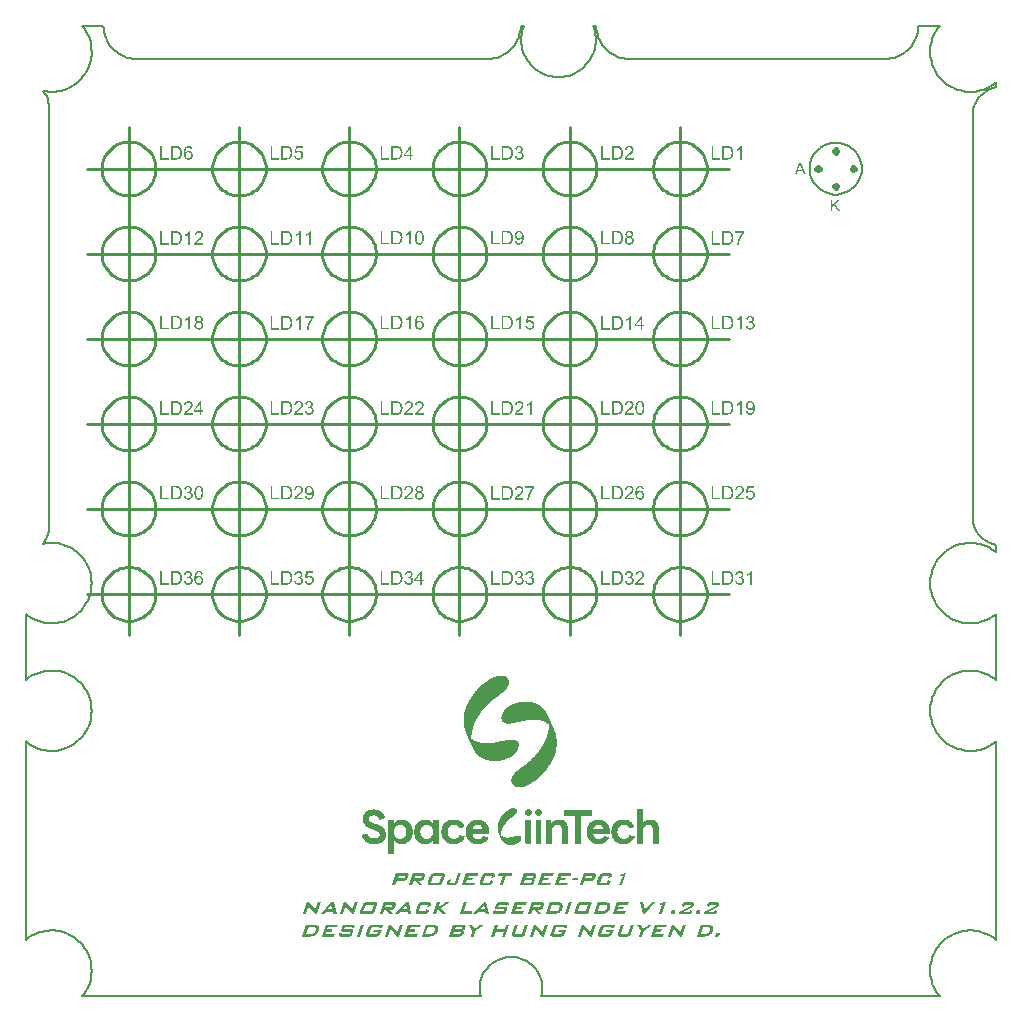
<source format=gbr>
G04*
G04 #@! TF.GenerationSoftware,Altium Limited,Altium Designer,24.1.2 (44)*
G04*
G04 Layer_Color=65535*
%FSLAX44Y44*%
%MOMM*%
G71*
G04*
G04 #@! TF.SameCoordinates,E5F7653D-5FC0-4154-B66B-F321A2D7D9BC*
G04*
G04*
G04 #@! TF.FilePolarity,Positive*
G04*
G01*
G75*
%ADD10C,0.2000*%
%ADD11C,0.4000*%
%ADD12C,0.1500*%
%ADD13C,0.2540*%
G36*
X418540Y285300D02*
X419626D01*
Y285028D01*
X420439D01*
Y284757D01*
X420982D01*
Y284486D01*
X421253D01*
Y284214D01*
X421796D01*
Y283943D01*
X422067D01*
Y283672D01*
X422339D01*
Y283400D01*
X422610D01*
Y282858D01*
X422881D01*
Y282315D01*
X423153D01*
Y281501D01*
X423424D01*
Y278517D01*
X423153D01*
Y277703D01*
X422881D01*
Y276889D01*
X422610D01*
Y276346D01*
X422339D01*
Y276075D01*
X422067D01*
Y275532D01*
X421796D01*
Y275261D01*
X421525D01*
Y274718D01*
X421253D01*
Y274447D01*
X420982D01*
Y274176D01*
X420711D01*
Y273904D01*
X420439D01*
Y273633D01*
X420168D01*
Y273362D01*
X419897D01*
Y273090D01*
X419626D01*
Y272819D01*
X419354D01*
Y272548D01*
X419083D01*
Y272276D01*
X418812D01*
Y272005D01*
X418540D01*
Y271734D01*
X418269D01*
Y271463D01*
X417998D01*
Y271191D01*
X417726D01*
Y270920D01*
X417184D01*
Y270649D01*
X416912D01*
Y270377D01*
X416641D01*
Y270106D01*
X416370D01*
Y269835D01*
X415827D01*
Y269563D01*
X415556D01*
Y269292D01*
X415285D01*
Y269021D01*
X414742D01*
Y268749D01*
X414470D01*
Y268478D01*
X413928D01*
Y268207D01*
X413657D01*
Y267936D01*
X413385D01*
Y267664D01*
X412843D01*
Y267393D01*
X412571D01*
Y267122D01*
X412029D01*
Y266850D01*
X411757D01*
Y266579D01*
X411486D01*
Y266308D01*
X410943D01*
Y266036D01*
X410672D01*
Y265765D01*
X410401D01*
Y265494D01*
X409858D01*
Y265222D01*
X409587D01*
Y264951D01*
X409315D01*
Y264680D01*
X409044D01*
Y264408D01*
X408502D01*
Y264137D01*
X408230D01*
Y263866D01*
X407959D01*
Y263594D01*
X407688D01*
Y263323D01*
X407416D01*
Y263052D01*
X407145D01*
Y262780D01*
X406874D01*
Y262509D01*
X406602D01*
Y262238D01*
X406331D01*
Y261967D01*
X406060D01*
Y261695D01*
X405788D01*
Y261424D01*
X405517D01*
Y261153D01*
X405246D01*
Y260881D01*
X404975D01*
Y260610D01*
X404432D01*
Y260067D01*
X403889D01*
Y259525D01*
X403618D01*
Y259253D01*
X403347D01*
Y258982D01*
X403075D01*
Y258711D01*
X402804D01*
Y258440D01*
X402533D01*
Y258168D01*
X402261D01*
Y257897D01*
X401990D01*
Y257354D01*
X401719D01*
Y257083D01*
X401447D01*
Y256812D01*
X401176D01*
Y256540D01*
X400905D01*
Y255998D01*
X400633D01*
Y255726D01*
X400362D01*
Y255455D01*
X400091D01*
Y255184D01*
X399819D01*
Y254641D01*
X399548D01*
Y254370D01*
X399277D01*
Y253827D01*
X399006D01*
Y253556D01*
X398734D01*
Y253013D01*
X398463D01*
Y252742D01*
X398192D01*
Y252199D01*
X397920D01*
Y251928D01*
X397649D01*
Y251385D01*
X397378D01*
Y251114D01*
X397106D01*
Y250571D01*
X396835D01*
Y250029D01*
X396564D01*
Y249486D01*
X396292D01*
Y249215D01*
X396021D01*
Y248672D01*
X395750D01*
Y248130D01*
X395478D01*
Y247587D01*
X395207D01*
Y247044D01*
X394936D01*
Y246502D01*
X394664D01*
Y245959D01*
X394393D01*
Y245416D01*
X394122D01*
Y244602D01*
X393851D01*
Y244060D01*
X393579D01*
Y243246D01*
X393308D01*
Y242432D01*
X393037D01*
Y241618D01*
X392765D01*
Y240804D01*
X392494D01*
Y239990D01*
X392223D01*
Y238905D01*
X391951D01*
Y237548D01*
X391680D01*
Y235649D01*
X391409D01*
Y232393D01*
X391680D01*
Y232122D01*
X392223D01*
Y231850D01*
X392494D01*
Y231579D01*
X393037D01*
Y231308D01*
X393308D01*
Y231037D01*
X393851D01*
Y230765D01*
X394122D01*
Y230494D01*
X394664D01*
Y230223D01*
X395478D01*
Y229951D01*
X396021D01*
Y229680D01*
X396835D01*
Y229409D01*
X397649D01*
Y229137D01*
X398734D01*
Y228866D01*
X400091D01*
Y228595D01*
X401990D01*
Y228323D01*
X406602D01*
Y228595D01*
X409315D01*
Y228866D01*
X411215D01*
Y229137D01*
X412843D01*
Y229409D01*
X414199D01*
Y229680D01*
X415285D01*
Y229951D01*
X416370D01*
Y230223D01*
X417726D01*
Y230494D01*
X418812D01*
Y230765D01*
X420168D01*
Y231037D01*
X421796D01*
Y231308D01*
X423695D01*
Y231579D01*
X428036D01*
Y231308D01*
X429122D01*
Y231037D01*
X429664D01*
Y230765D01*
X430207D01*
Y230494D01*
X430478D01*
Y230223D01*
X430750D01*
Y229951D01*
X431021D01*
Y229409D01*
X431292D01*
Y228866D01*
X431563D01*
Y227509D01*
X431835D01*
Y226695D01*
X431563D01*
Y225068D01*
X431292D01*
Y223982D01*
X431021D01*
Y223440D01*
X430750D01*
Y222897D01*
X430478D01*
Y222354D01*
X430207D01*
Y221812D01*
X429935D01*
Y221269D01*
X429664D01*
Y220998D01*
X429393D01*
Y220727D01*
X429122D01*
Y220184D01*
X428850D01*
Y219913D01*
X428579D01*
Y219641D01*
X428308D01*
Y219370D01*
X428036D01*
Y219099D01*
X427765D01*
Y218827D01*
X427494D01*
Y218556D01*
X427222D01*
Y218285D01*
X426680D01*
Y218013D01*
X426408D01*
Y217742D01*
X426137D01*
Y217471D01*
X425594D01*
Y217199D01*
X425323D01*
Y216928D01*
X424781D01*
Y216657D01*
X424509D01*
Y216385D01*
X423967D01*
Y216114D01*
X423424D01*
Y215843D01*
X422881D01*
Y215572D01*
X422067D01*
Y215300D01*
X421525D01*
Y215029D01*
X420711D01*
Y214758D01*
X419897D01*
Y214486D01*
X419083D01*
Y214215D01*
X417998D01*
Y213944D01*
X416641D01*
Y213672D01*
X415013D01*
Y213401D01*
X407959D01*
Y213672D01*
X406331D01*
Y213944D01*
X404975D01*
Y214215D01*
X403889D01*
Y214486D01*
X403075D01*
Y214758D01*
X402533D01*
Y215029D01*
X401719D01*
Y215300D01*
X401176D01*
Y215572D01*
X400633D01*
Y215843D01*
X400091D01*
Y216114D01*
X399548D01*
Y216385D01*
X399277D01*
Y216657D01*
X398734D01*
Y216928D01*
X398463D01*
Y217199D01*
X398192D01*
Y217471D01*
X397920D01*
Y217742D01*
X397378D01*
Y218013D01*
X397106D01*
Y218285D01*
X396835D01*
Y218556D01*
X396564D01*
Y218827D01*
X396292D01*
Y219099D01*
X396021D01*
Y219370D01*
X395750D01*
Y219913D01*
X395478D01*
Y220184D01*
X395207D01*
Y220455D01*
X394936D01*
Y220998D01*
X394664D01*
Y221269D01*
X394393D01*
Y221812D01*
X394122D01*
Y222083D01*
X393851D01*
Y222626D01*
X393579D01*
Y223168D01*
X393308D01*
Y223711D01*
X393037D01*
Y224254D01*
X392765D01*
Y224796D01*
X392494D01*
Y225339D01*
X392223D01*
Y225882D01*
X391951D01*
Y226424D01*
X391680D01*
Y226967D01*
X391409D01*
Y227509D01*
X391137D01*
Y228052D01*
X390866D01*
Y228595D01*
X390595D01*
Y229409D01*
X390323D01*
Y229951D01*
X390052D01*
Y230494D01*
X389781D01*
Y231037D01*
X389510D01*
Y231850D01*
X389238D01*
Y232393D01*
X388967D01*
Y233207D01*
X388695D01*
Y233750D01*
X388424D01*
Y234564D01*
X388153D01*
Y235106D01*
X387882D01*
Y235920D01*
X387610D01*
Y236463D01*
X387339D01*
Y237277D01*
X387068D01*
Y238091D01*
X386796D01*
Y238633D01*
X386525D01*
Y239447D01*
X386254D01*
Y240261D01*
X385982D01*
Y241347D01*
X385711D01*
Y242160D01*
X385440D01*
Y243517D01*
X385168D01*
Y245416D01*
X384897D01*
Y250300D01*
X385168D01*
Y252199D01*
X385440D01*
Y253827D01*
X385711D01*
Y254912D01*
X385982D01*
Y255998D01*
X386254D01*
Y256812D01*
X386525D01*
Y257626D01*
X386796D01*
Y258440D01*
X387068D01*
Y258982D01*
X387339D01*
Y259796D01*
X387610D01*
Y260339D01*
X387882D01*
Y261153D01*
X388153D01*
Y261695D01*
X388424D01*
Y262238D01*
X388695D01*
Y262780D01*
X388967D01*
Y263323D01*
X389238D01*
Y263866D01*
X389510D01*
Y264408D01*
X389781D01*
Y264951D01*
X390052D01*
Y265222D01*
X390323D01*
Y265765D01*
X390595D01*
Y266308D01*
X390866D01*
Y266579D01*
X391137D01*
Y267122D01*
X391409D01*
Y267393D01*
X391680D01*
Y267936D01*
X391951D01*
Y268207D01*
X392223D01*
Y268749D01*
X392494D01*
Y269021D01*
X392765D01*
Y269563D01*
X393037D01*
Y269835D01*
X393308D01*
Y270106D01*
X393579D01*
Y270649D01*
X393851D01*
Y270920D01*
X394122D01*
Y271191D01*
X394393D01*
Y271463D01*
X394664D01*
Y272005D01*
X394936D01*
Y272276D01*
X395207D01*
Y272548D01*
X395478D01*
Y272819D01*
X395750D01*
Y273090D01*
X396021D01*
Y273362D01*
X396292D01*
Y273904D01*
X396564D01*
Y274176D01*
X396835D01*
Y274447D01*
X397106D01*
Y274718D01*
X397378D01*
Y274990D01*
X397649D01*
Y275261D01*
X397920D01*
Y275532D01*
X398192D01*
Y275804D01*
X398463D01*
Y276075D01*
X398734D01*
Y276346D01*
X399006D01*
Y276618D01*
X399277D01*
Y276889D01*
X399548D01*
Y277160D01*
X400091D01*
Y277432D01*
X400362D01*
Y277703D01*
X400633D01*
Y277974D01*
X400905D01*
Y278246D01*
X401176D01*
Y278517D01*
X401447D01*
Y278788D01*
X401990D01*
Y279060D01*
X402261D01*
Y279331D01*
X402533D01*
Y279602D01*
X402804D01*
Y279873D01*
X403347D01*
Y280145D01*
X403618D01*
Y280416D01*
X403889D01*
Y280687D01*
X404432D01*
Y280959D01*
X404703D01*
Y281230D01*
X404975D01*
Y281501D01*
X405517D01*
Y281773D01*
X405788D01*
Y282044D01*
X406331D01*
Y282315D01*
X406874D01*
Y282587D01*
X407145D01*
Y282858D01*
X407688D01*
Y283129D01*
X408230D01*
Y283400D01*
X408773D01*
Y283672D01*
X409315D01*
Y283943D01*
X409858D01*
Y284214D01*
X410401D01*
Y284486D01*
X411215D01*
Y284757D01*
X412029D01*
Y285028D01*
X413114D01*
Y285300D01*
X414470D01*
Y285571D01*
X418540D01*
Y285300D01*
D02*
G37*
G36*
X439432Y263323D02*
X441873D01*
Y263052D01*
X443501D01*
Y262780D01*
X444587D01*
Y262509D01*
X445401D01*
Y262238D01*
X446214D01*
Y261967D01*
X446757D01*
Y261695D01*
X447300D01*
Y261424D01*
X447842D01*
Y261153D01*
X448385D01*
Y260881D01*
X448928D01*
Y260610D01*
X449470D01*
Y260339D01*
X449742D01*
Y260067D01*
X450013D01*
Y259796D01*
X450555D01*
Y259525D01*
X450827D01*
Y259253D01*
X451098D01*
Y258982D01*
X451370D01*
Y258711D01*
X451641D01*
Y258440D01*
X452183D01*
Y257897D01*
X452455D01*
Y257626D01*
X452726D01*
Y257354D01*
X452997D01*
Y257083D01*
X453269D01*
Y256812D01*
X453540D01*
Y256269D01*
X453811D01*
Y255998D01*
X454083D01*
Y255726D01*
X454354D01*
Y255184D01*
X454625D01*
Y254912D01*
X454897D01*
Y254370D01*
X455168D01*
Y253827D01*
X455439D01*
Y253284D01*
X455710D01*
Y252742D01*
X455982D01*
Y252199D01*
X456253D01*
Y251656D01*
X456525D01*
Y251114D01*
X456796D01*
Y250571D01*
X457067D01*
Y250029D01*
X457338D01*
Y249486D01*
X457610D01*
Y248943D01*
X457881D01*
Y248401D01*
X458152D01*
Y247587D01*
X458424D01*
Y247044D01*
X458695D01*
Y246502D01*
X458966D01*
Y245688D01*
X459238D01*
Y245145D01*
X459509D01*
Y244602D01*
X459780D01*
Y243788D01*
X460052D01*
Y243246D01*
X460323D01*
Y242432D01*
X460594D01*
Y241889D01*
X460866D01*
Y241075D01*
X461137D01*
Y240533D01*
X461408D01*
Y239719D01*
X461679D01*
Y238905D01*
X461951D01*
Y238091D01*
X462222D01*
Y237548D01*
X462493D01*
Y236734D01*
X462765D01*
Y235920D01*
X463036D01*
Y234835D01*
X463307D01*
Y234021D01*
X463579D01*
Y232393D01*
X463850D01*
Y225610D01*
X463579D01*
Y223982D01*
X463307D01*
Y222626D01*
X463036D01*
Y221541D01*
X462765D01*
Y220455D01*
X462493D01*
Y219641D01*
X462222D01*
Y218827D01*
X461951D01*
Y218013D01*
X461679D01*
Y217471D01*
X461408D01*
Y216657D01*
X461137D01*
Y216114D01*
X460866D01*
Y215572D01*
X460594D01*
Y214758D01*
X460323D01*
Y214215D01*
X460052D01*
Y213672D01*
X459780D01*
Y213130D01*
X459509D01*
Y212858D01*
X459238D01*
Y212316D01*
X458966D01*
Y211773D01*
X458695D01*
Y211231D01*
X458424D01*
Y210959D01*
X458152D01*
Y210417D01*
X457881D01*
Y209874D01*
X457610D01*
Y209603D01*
X457338D01*
Y209060D01*
X457067D01*
Y208789D01*
X456796D01*
Y208246D01*
X456525D01*
Y207975D01*
X456253D01*
Y207432D01*
X455982D01*
Y207161D01*
X455710D01*
Y206889D01*
X455439D01*
Y206347D01*
X455168D01*
Y206075D01*
X454897D01*
Y205804D01*
X454625D01*
Y205533D01*
X454354D01*
Y204990D01*
X454083D01*
Y204719D01*
X453811D01*
Y204448D01*
X453540D01*
Y204176D01*
X453269D01*
Y203634D01*
X452997D01*
Y203362D01*
X452726D01*
Y203091D01*
X452455D01*
Y202820D01*
X452183D01*
Y202548D01*
X451912D01*
Y202277D01*
X451641D01*
Y202006D01*
X451370D01*
Y201734D01*
X451098D01*
Y201463D01*
X450827D01*
Y201192D01*
X450555D01*
Y200921D01*
X450284D01*
Y200649D01*
X450013D01*
Y200378D01*
X449742D01*
Y200107D01*
X449470D01*
Y199835D01*
X449199D01*
Y199564D01*
X448928D01*
Y199293D01*
X448656D01*
Y199021D01*
X448114D01*
Y198750D01*
X447842D01*
Y198479D01*
X447571D01*
Y198207D01*
X447300D01*
Y197936D01*
X447028D01*
Y197665D01*
X446486D01*
Y197393D01*
X446214D01*
Y197122D01*
X445943D01*
Y196851D01*
X445401D01*
Y196579D01*
X445129D01*
Y196308D01*
X444858D01*
Y196037D01*
X444315D01*
Y195765D01*
X444044D01*
Y195494D01*
X443501D01*
Y195223D01*
X443230D01*
Y194952D01*
X442687D01*
Y194680D01*
X442416D01*
Y194409D01*
X441873D01*
Y194138D01*
X441602D01*
Y193866D01*
X441059D01*
Y193595D01*
X440517D01*
Y193324D01*
X439974D01*
Y193052D01*
X439432D01*
Y192781D01*
X438889D01*
Y192510D01*
X438346D01*
Y192238D01*
X437532D01*
Y191967D01*
X436718D01*
Y191696D01*
X435362D01*
Y191425D01*
X433734D01*
Y191153D01*
X430478D01*
Y191425D01*
X429393D01*
Y191696D01*
X428579D01*
Y191967D01*
X428036D01*
Y192238D01*
X427494D01*
Y192510D01*
X427222D01*
Y192781D01*
X426951D01*
Y193052D01*
X426680D01*
Y193324D01*
X426408D01*
Y193595D01*
X426137D01*
Y193866D01*
X425866D01*
Y194409D01*
X425594D01*
Y195223D01*
X425323D01*
Y198479D01*
X425594D01*
Y199293D01*
X425866D01*
Y199835D01*
X426137D01*
Y200378D01*
X426408D01*
Y200921D01*
X426680D01*
Y201192D01*
X426951D01*
Y201734D01*
X427222D01*
Y202006D01*
X427494D01*
Y202277D01*
X427765D01*
Y202548D01*
X428036D01*
Y203091D01*
X428308D01*
Y203362D01*
X428579D01*
Y203634D01*
X428850D01*
Y203905D01*
X429122D01*
Y204176D01*
X429393D01*
Y204448D01*
X429664D01*
Y204719D01*
X429935D01*
Y204990D01*
X430478D01*
Y205262D01*
X430750D01*
Y205533D01*
X431021D01*
Y205804D01*
X431292D01*
Y206075D01*
X431563D01*
Y206347D01*
X432106D01*
Y206618D01*
X432377D01*
Y206889D01*
X432649D01*
Y207161D01*
X432920D01*
Y207432D01*
X433463D01*
Y207703D01*
X433734D01*
Y207975D01*
X434277D01*
Y208246D01*
X434548D01*
Y208517D01*
X434819D01*
Y208789D01*
X435362D01*
Y209060D01*
X435633D01*
Y209331D01*
X436176D01*
Y209603D01*
X436447D01*
Y209874D01*
X436990D01*
Y210145D01*
X437261D01*
Y210417D01*
X437532D01*
Y210688D01*
X438075D01*
Y210959D01*
X438346D01*
Y211231D01*
X438618D01*
Y211502D01*
X438889D01*
Y211773D01*
X439432D01*
Y212045D01*
X439703D01*
Y212316D01*
X439974D01*
Y212587D01*
X440246D01*
Y212858D01*
X440517D01*
Y213130D01*
X440788D01*
Y213401D01*
X441331D01*
Y213672D01*
X441602D01*
Y213944D01*
X441873D01*
Y214215D01*
X442145D01*
Y214486D01*
X442416D01*
Y214758D01*
X442687D01*
Y215029D01*
X442959D01*
Y215300D01*
X443230D01*
Y215572D01*
X443501D01*
Y215843D01*
X443773D01*
Y216114D01*
X444044D01*
Y216385D01*
X444315D01*
Y216657D01*
X444587D01*
Y216928D01*
X444858D01*
Y217199D01*
X445129D01*
Y217471D01*
X445401D01*
Y217742D01*
X445672D01*
Y218285D01*
X445943D01*
Y218556D01*
X446214D01*
Y218827D01*
X446486D01*
Y219099D01*
X446757D01*
Y219370D01*
X447028D01*
Y219641D01*
X447300D01*
Y220184D01*
X447571D01*
Y220455D01*
X447842D01*
Y220727D01*
X448114D01*
Y220998D01*
X448385D01*
Y221541D01*
X448656D01*
Y221812D01*
X448928D01*
Y222083D01*
X449199D01*
Y222626D01*
X449470D01*
Y222897D01*
X449742D01*
Y223440D01*
X450013D01*
Y223711D01*
X450284D01*
Y224254D01*
X450555D01*
Y224525D01*
X450827D01*
Y225068D01*
X451098D01*
Y225339D01*
X451370D01*
Y225882D01*
X451641D01*
Y226424D01*
X451912D01*
Y226695D01*
X452183D01*
Y227238D01*
X452455D01*
Y227781D01*
X452726D01*
Y228323D01*
X452997D01*
Y228866D01*
X453269D01*
Y229409D01*
X453540D01*
Y229951D01*
X453811D01*
Y230494D01*
X454083D01*
Y231037D01*
X454354D01*
Y231579D01*
X454625D01*
Y232393D01*
X454897D01*
Y232936D01*
X455168D01*
Y233750D01*
X455439D01*
Y234564D01*
X455710D01*
Y235378D01*
X455982D01*
Y236192D01*
X456253D01*
Y237006D01*
X456525D01*
Y238362D01*
X456796D01*
Y239719D01*
X457067D01*
Y241347D01*
X457338D01*
Y244331D01*
X457067D01*
Y244602D01*
X456796D01*
Y244874D01*
X456253D01*
Y245145D01*
X455982D01*
Y245416D01*
X455439D01*
Y245688D01*
X455168D01*
Y245959D01*
X454625D01*
Y246230D01*
X454083D01*
Y246502D01*
X453540D01*
Y246773D01*
X452997D01*
Y247044D01*
X452183D01*
Y247316D01*
X451370D01*
Y247587D01*
X450284D01*
Y247858D01*
X448928D01*
Y248130D01*
X447028D01*
Y248401D01*
X441602D01*
Y248130D01*
X439160D01*
Y247858D01*
X437532D01*
Y247587D01*
X435905D01*
Y247316D01*
X434548D01*
Y247044D01*
X433463D01*
Y246773D01*
X432106D01*
Y246502D01*
X431021D01*
Y246230D01*
X429664D01*
Y245959D01*
X428579D01*
Y245688D01*
X426951D01*
Y245416D01*
X425052D01*
Y245145D01*
X420711D01*
Y245416D01*
X419897D01*
Y245688D01*
X419083D01*
Y245959D01*
X418812D01*
Y246230D01*
X418269D01*
Y246502D01*
X417998D01*
Y246773D01*
X417726D01*
Y247316D01*
X417455D01*
Y247858D01*
X417184D01*
Y248943D01*
X416912D01*
Y250571D01*
X417184D01*
Y251928D01*
X417455D01*
Y253013D01*
X417726D01*
Y253556D01*
X417998D01*
Y254098D01*
X418269D01*
Y254641D01*
X418540D01*
Y255184D01*
X418812D01*
Y255455D01*
X419083D01*
Y255998D01*
X419354D01*
Y256269D01*
X419626D01*
Y256540D01*
X419897D01*
Y257083D01*
X420168D01*
Y257354D01*
X420439D01*
Y257626D01*
X420711D01*
Y257897D01*
X420982D01*
Y258168D01*
X421525D01*
Y258440D01*
X421796D01*
Y258711D01*
X422067D01*
Y258982D01*
X422339D01*
Y259253D01*
X422881D01*
Y259525D01*
X423153D01*
Y259796D01*
X423695D01*
Y260067D01*
X423967D01*
Y260339D01*
X424509D01*
Y260610D01*
X425052D01*
Y260881D01*
X425594D01*
Y261153D01*
X426137D01*
Y261424D01*
X426680D01*
Y261695D01*
X427494D01*
Y261967D01*
X428308D01*
Y262238D01*
X429122D01*
Y262509D01*
X429935D01*
Y262780D01*
X431292D01*
Y263052D01*
X432649D01*
Y263323D01*
X434819D01*
Y263594D01*
X439432D01*
Y263323D01*
D02*
G37*
G36*
X448656Y172432D02*
X449742D01*
Y172161D01*
X450284D01*
Y171890D01*
X450555D01*
Y171618D01*
X450827D01*
Y171347D01*
X451098D01*
Y170533D01*
X451370D01*
Y168905D01*
X451098D01*
Y168363D01*
X450827D01*
Y167820D01*
X450555D01*
Y167549D01*
X450013D01*
Y167277D01*
X449470D01*
Y167006D01*
X447300D01*
Y167277D01*
X446757D01*
Y167549D01*
X446214D01*
Y167820D01*
X445943D01*
Y168363D01*
X445672D01*
Y168905D01*
X445401D01*
Y170533D01*
X445672D01*
Y171347D01*
X445943D01*
Y171618D01*
X446214D01*
Y171890D01*
X446486D01*
Y172161D01*
X447028D01*
Y172432D01*
X448114D01*
Y172704D01*
X448656D01*
Y172432D01*
D02*
G37*
G36*
X439974D02*
X441331D01*
Y172161D01*
X441602D01*
Y171890D01*
X442145D01*
Y171618D01*
X442416D01*
Y171076D01*
X442687D01*
Y168363D01*
X442416D01*
Y168091D01*
X442145D01*
Y167820D01*
X441873D01*
Y167549D01*
X441602D01*
Y167277D01*
X441059D01*
Y167006D01*
X438889D01*
Y167277D01*
X438075D01*
Y167549D01*
X437804D01*
Y167820D01*
X437532D01*
Y168091D01*
X437261D01*
Y168634D01*
X436990D01*
Y170805D01*
X437261D01*
Y171347D01*
X437532D01*
Y171618D01*
X437804D01*
Y171890D01*
X438075D01*
Y172161D01*
X438346D01*
Y172432D01*
X439703D01*
Y172704D01*
X439974D01*
Y172432D01*
D02*
G37*
G36*
X310014Y172161D02*
X311913D01*
Y171890D01*
X312727D01*
Y171618D01*
X313541D01*
Y171347D01*
X314084D01*
Y171076D01*
X314626D01*
Y170805D01*
X314898D01*
Y170533D01*
X315440D01*
Y170262D01*
X315712D01*
Y169991D01*
X315983D01*
Y169719D01*
X316254D01*
Y169448D01*
X316525D01*
Y169177D01*
X316797D01*
Y168905D01*
X317068D01*
Y168363D01*
X317339D01*
Y168091D01*
X317611D01*
Y167549D01*
X317882D01*
Y167006D01*
X318153D01*
Y166463D01*
X318425D01*
Y165650D01*
X318696D01*
Y164835D01*
X317882D01*
Y164564D01*
X317068D01*
Y164293D01*
X315983D01*
Y164022D01*
X314898D01*
Y163750D01*
X313541D01*
Y164022D01*
X313270D01*
Y164564D01*
X312998D01*
Y165107D01*
X312727D01*
Y165378D01*
X312456D01*
Y165650D01*
X312185D01*
Y165921D01*
X311913D01*
Y166192D01*
X311642D01*
Y166463D01*
X311371D01*
Y166735D01*
X310828D01*
Y167006D01*
X309743D01*
Y167277D01*
X307843D01*
Y167006D01*
X306758D01*
Y166735D01*
X306215D01*
Y166463D01*
X305673D01*
Y166192D01*
X305402D01*
Y165921D01*
X305130D01*
Y165650D01*
X304859D01*
Y163479D01*
X305130D01*
Y162936D01*
X305402D01*
Y162665D01*
X305673D01*
Y162394D01*
X305944D01*
Y162122D01*
X306215D01*
Y161851D01*
X306758D01*
Y161580D01*
X307029D01*
Y161308D01*
X307843D01*
Y161037D01*
X308386D01*
Y160766D01*
X309200D01*
Y160494D01*
X309743D01*
Y160223D01*
X310557D01*
Y159952D01*
X311642D01*
Y159681D01*
X312185D01*
Y159409D01*
X312998D01*
Y159138D01*
X313541D01*
Y158867D01*
X314355D01*
Y158595D01*
X314898D01*
Y158324D01*
X315169D01*
Y158053D01*
X315712D01*
Y157781D01*
X315983D01*
Y157510D01*
X316525D01*
Y157239D01*
X316797D01*
Y156967D01*
X317068D01*
Y156696D01*
X317339D01*
Y156425D01*
X317611D01*
Y155882D01*
X317882D01*
Y155611D01*
X318153D01*
Y155068D01*
X318425D01*
Y154525D01*
X318696D01*
Y153712D01*
X318967D01*
Y152355D01*
X319239D01*
Y149642D01*
X318967D01*
Y148557D01*
X318696D01*
Y147743D01*
X318425D01*
Y147200D01*
X318153D01*
Y146929D01*
X317882D01*
Y146386D01*
X317611D01*
Y146115D01*
X317339D01*
Y145843D01*
X317068D01*
Y145572D01*
X316797D01*
Y145301D01*
X316525D01*
Y145029D01*
X316254D01*
Y144758D01*
X315712D01*
Y144487D01*
X315440D01*
Y144215D01*
X314898D01*
Y143944D01*
X314355D01*
Y143673D01*
X313541D01*
Y143402D01*
X312727D01*
Y143130D01*
X311642D01*
Y142859D01*
X306758D01*
Y143130D01*
X305402D01*
Y143402D01*
X304588D01*
Y143673D01*
X304045D01*
Y143944D01*
X303502D01*
Y144215D01*
X302960D01*
Y144487D01*
X302688D01*
Y144758D01*
X302146D01*
Y145029D01*
X301875D01*
Y145301D01*
X301603D01*
Y145572D01*
X301332D01*
Y145843D01*
X301061D01*
Y146115D01*
X300789D01*
Y146386D01*
X300518D01*
Y146657D01*
X300247D01*
Y147200D01*
X299975D01*
Y147471D01*
X299704D01*
Y148014D01*
X299433D01*
Y148557D01*
X299161D01*
Y149099D01*
X298890D01*
Y149913D01*
X298619D01*
Y150998D01*
X299704D01*
Y151270D01*
X300789D01*
Y151541D01*
X301875D01*
Y151812D01*
X303502D01*
Y151541D01*
X303774D01*
Y150998D01*
X304045D01*
Y150456D01*
X304316D01*
Y149913D01*
X304588D01*
Y149642D01*
X304859D01*
Y149370D01*
X305130D01*
Y149099D01*
X305402D01*
Y148828D01*
X305944D01*
Y148557D01*
X306487D01*
Y148285D01*
X307301D01*
Y148014D01*
X311099D01*
Y148285D01*
X311913D01*
Y148557D01*
X312456D01*
Y148828D01*
X312998D01*
Y149099D01*
X313270D01*
Y149642D01*
X313541D01*
Y150184D01*
X313812D01*
Y151541D01*
X313541D01*
Y152355D01*
X313270D01*
Y152626D01*
X312998D01*
Y153169D01*
X312727D01*
Y153440D01*
X312185D01*
Y153712D01*
X311913D01*
Y153983D01*
X311371D01*
Y154254D01*
X310828D01*
Y154525D01*
X310285D01*
Y154797D01*
X309743D01*
Y155068D01*
X308929D01*
Y155339D01*
X308115D01*
Y155611D01*
X307301D01*
Y155882D01*
X306758D01*
Y156153D01*
X305944D01*
Y156425D01*
X305130D01*
Y156696D01*
X304588D01*
Y156967D01*
X304045D01*
Y157239D01*
X303502D01*
Y157510D01*
X303231D01*
Y157781D01*
X302688D01*
Y158053D01*
X302417D01*
Y158324D01*
X302146D01*
Y158595D01*
X301603D01*
Y158867D01*
X301332D01*
Y159138D01*
X301061D01*
Y159681D01*
X300789D01*
Y159952D01*
X300518D01*
Y160494D01*
X300247D01*
Y160766D01*
X299975D01*
Y161308D01*
X299704D01*
Y162122D01*
X299433D01*
Y166463D01*
X299704D01*
Y167277D01*
X299975D01*
Y167820D01*
X300247D01*
Y168363D01*
X300518D01*
Y168634D01*
X300789D01*
Y168905D01*
X301061D01*
Y169448D01*
X301332D01*
Y169719D01*
X301603D01*
Y169991D01*
X302146D01*
Y170262D01*
X302417D01*
Y170533D01*
X302688D01*
Y170805D01*
X303231D01*
Y171076D01*
X303774D01*
Y171347D01*
X304316D01*
Y171618D01*
X305130D01*
Y171890D01*
X305944D01*
Y172161D01*
X307843D01*
Y172432D01*
X310014D01*
Y172161D01*
D02*
G37*
G36*
X334704Y163479D02*
X335518D01*
Y163208D01*
X336332D01*
Y162936D01*
X336874D01*
Y162665D01*
X337417D01*
Y162394D01*
X337688D01*
Y162122D01*
X338231D01*
Y161851D01*
X338502D01*
Y161580D01*
X338773D01*
Y161308D01*
X339045D01*
Y161037D01*
X339316D01*
Y160766D01*
X339587D01*
Y160494D01*
X339859D01*
Y159952D01*
X340130D01*
Y159681D01*
X340401D01*
Y159138D01*
X340673D01*
Y158595D01*
X340944D01*
Y158053D01*
X341215D01*
Y156967D01*
X341487D01*
Y155882D01*
X341758D01*
Y150998D01*
X341487D01*
Y149642D01*
X341215D01*
Y148828D01*
X340944D01*
Y148285D01*
X340673D01*
Y147743D01*
X340401D01*
Y147200D01*
X340130D01*
Y146657D01*
X339859D01*
Y146386D01*
X339587D01*
Y146115D01*
X339316D01*
Y145572D01*
X339045D01*
Y145301D01*
X338773D01*
Y145029D01*
X338231D01*
Y144758D01*
X337960D01*
Y144487D01*
X337417D01*
Y144215D01*
X337146D01*
Y143944D01*
X336603D01*
Y143673D01*
X335789D01*
Y143402D01*
X334975D01*
Y143130D01*
X333347D01*
Y142859D01*
X331719D01*
Y143130D01*
X330091D01*
Y143402D01*
X329277D01*
Y143673D01*
X328463D01*
Y143944D01*
X328192D01*
Y144215D01*
X327649D01*
Y144487D01*
X327378D01*
Y144758D01*
X326836D01*
Y145029D01*
X326564D01*
Y145301D01*
X326293D01*
Y145572D01*
X326022D01*
Y134991D01*
X321138D01*
Y163208D01*
X321409D01*
Y163479D01*
X325479D01*
Y163208D01*
X325750D01*
Y161037D01*
X326293D01*
Y161308D01*
X326564D01*
Y161580D01*
X326836D01*
Y161851D01*
X327107D01*
Y162122D01*
X327378D01*
Y162394D01*
X327921D01*
Y162665D01*
X328192D01*
Y162936D01*
X328735D01*
Y163208D01*
X329549D01*
Y163479D01*
X330363D01*
Y163750D01*
X334704D01*
Y163479D01*
D02*
G37*
G36*
X467920D02*
X469005D01*
Y163208D01*
X469548D01*
Y162936D01*
X470090D01*
Y162665D01*
X470362D01*
Y162394D01*
X470904D01*
Y162122D01*
X471175D01*
Y161851D01*
X471447D01*
Y161580D01*
X471718D01*
Y161037D01*
X471990D01*
Y160766D01*
X472261D01*
Y160223D01*
X472532D01*
Y159681D01*
X472803D01*
Y158595D01*
X473075D01*
Y143402D01*
X468191D01*
Y144215D01*
Y144487D01*
Y155611D01*
X467920D01*
Y156967D01*
X467648D01*
Y157510D01*
X467377D01*
Y158053D01*
X467106D01*
Y158324D01*
X466834D01*
Y158595D01*
X466292D01*
Y158867D01*
X465749D01*
Y159138D01*
X462765D01*
Y158867D01*
X462222D01*
Y158595D01*
X461679D01*
Y158324D01*
X461408D01*
Y158053D01*
X461137D01*
Y157781D01*
X460866D01*
Y157510D01*
X460594D01*
Y157239D01*
X460323D01*
Y156696D01*
X460052D01*
Y155882D01*
X459780D01*
Y155068D01*
X459509D01*
Y143402D01*
X454625D01*
Y143673D01*
X454354D01*
Y163208D01*
X454625D01*
Y163479D01*
X458966D01*
Y163208D01*
X459238D01*
Y160766D01*
X459509D01*
Y161037D01*
X459780D01*
Y161580D01*
X460052D01*
Y161851D01*
X460594D01*
Y162122D01*
X460866D01*
Y162394D01*
X461137D01*
Y162665D01*
X461679D01*
Y162936D01*
X462222D01*
Y163208D01*
X462765D01*
Y163479D01*
X463850D01*
Y163750D01*
X467920D01*
Y163479D01*
D02*
G37*
G36*
X522725D02*
X523811D01*
Y163208D01*
X524625D01*
Y162936D01*
X525167D01*
Y162665D01*
X525710D01*
Y162394D01*
X526253D01*
Y162122D01*
X526524D01*
Y161851D01*
X527067D01*
Y161580D01*
X527338D01*
Y161308D01*
X527609D01*
Y161037D01*
X527881D01*
Y160494D01*
X528152D01*
Y160223D01*
X528423D01*
Y159681D01*
X528694D01*
Y159409D01*
X528966D01*
Y158867D01*
X529237D01*
Y158053D01*
X529508D01*
Y157510D01*
X529237D01*
Y157239D01*
X528423D01*
Y156967D01*
X527338D01*
Y156696D01*
X526524D01*
Y156425D01*
X525167D01*
Y156696D01*
X524896D01*
Y157239D01*
X524625D01*
Y157510D01*
X524353D01*
Y157781D01*
X524082D01*
Y158053D01*
X523811D01*
Y158324D01*
X523540D01*
Y158595D01*
X522997D01*
Y158867D01*
X522183D01*
Y159138D01*
X518927D01*
Y158867D01*
X518113D01*
Y158595D01*
X517570D01*
Y158324D01*
X517299D01*
Y158053D01*
X517028D01*
Y157781D01*
X516757D01*
Y157510D01*
X516485D01*
Y157239D01*
X516214D01*
Y156696D01*
X515943D01*
Y156153D01*
X515671D01*
Y155611D01*
X515400D01*
Y154254D01*
X515129D01*
Y152626D01*
X515400D01*
Y151270D01*
X515671D01*
Y150456D01*
X515943D01*
Y149913D01*
X516214D01*
Y149642D01*
X516485D01*
Y149370D01*
X516757D01*
Y148828D01*
X517299D01*
Y148557D01*
X517570D01*
Y148285D01*
X518113D01*
Y148014D01*
X518656D01*
Y147743D01*
X519741D01*
Y147471D01*
X521369D01*
Y147743D01*
X522454D01*
Y148014D01*
X523268D01*
Y148285D01*
X523540D01*
Y148557D01*
X523811D01*
Y148828D01*
X524082D01*
Y149099D01*
X524353D01*
Y149370D01*
X524625D01*
Y149642D01*
X524896D01*
Y150184D01*
X525167D01*
Y150456D01*
X526524D01*
Y150184D01*
X527881D01*
Y149913D01*
X528966D01*
Y149642D01*
X529780D01*
Y148557D01*
X529508D01*
Y148014D01*
X529237D01*
Y147471D01*
X528966D01*
Y147200D01*
X528694D01*
Y146657D01*
X528423D01*
Y146386D01*
X528152D01*
Y146115D01*
X527881D01*
Y145572D01*
X527338D01*
Y145301D01*
X527067D01*
Y145029D01*
X526795D01*
Y144758D01*
X526524D01*
Y144487D01*
X525981D01*
Y144215D01*
X525439D01*
Y143944D01*
X524896D01*
Y143673D01*
X524353D01*
Y143402D01*
X523268D01*
Y143130D01*
X521369D01*
Y142859D01*
X519470D01*
Y143130D01*
X517570D01*
Y143402D01*
X516485D01*
Y143673D01*
X515671D01*
Y143944D01*
X515129D01*
Y144215D01*
X514586D01*
Y144487D01*
X514315D01*
Y144758D01*
X513772D01*
Y145029D01*
X513501D01*
Y145301D01*
X513229D01*
Y145572D01*
X512958D01*
Y145843D01*
X512687D01*
Y146115D01*
X512416D01*
Y146386D01*
X512144D01*
Y146657D01*
X511873D01*
Y147200D01*
X511602D01*
Y147471D01*
X511330D01*
Y148014D01*
X511059D01*
Y148557D01*
X510788D01*
Y149370D01*
X510516D01*
Y150184D01*
X510245D01*
Y151812D01*
X509974D01*
Y155068D01*
X510245D01*
Y156425D01*
X510516D01*
Y157510D01*
X510788D01*
Y158053D01*
X511059D01*
Y158595D01*
X511330D01*
Y159138D01*
X511602D01*
Y159681D01*
X511873D01*
Y159952D01*
X512144D01*
Y160494D01*
X512416D01*
Y160766D01*
X512687D01*
Y161037D01*
X512958D01*
Y161308D01*
X513229D01*
Y161580D01*
X513772D01*
Y161851D01*
X514043D01*
Y162122D01*
X514315D01*
Y162394D01*
X514857D01*
Y162665D01*
X515400D01*
Y162936D01*
X515943D01*
Y163208D01*
X516757D01*
Y163479D01*
X517842D01*
Y163750D01*
X522725D01*
Y163479D01*
D02*
G37*
G36*
X378928D02*
X380013D01*
Y163208D01*
X380827D01*
Y162936D01*
X381370D01*
Y162665D01*
X381913D01*
Y162394D01*
X382455D01*
Y162122D01*
X382727D01*
Y161851D01*
X382998D01*
Y161580D01*
X383540D01*
Y161308D01*
X383812D01*
Y160766D01*
X384083D01*
Y160494D01*
X384355D01*
Y160223D01*
X384626D01*
Y159681D01*
X384897D01*
Y159409D01*
X385168D01*
Y158867D01*
X385440D01*
Y158053D01*
X385711D01*
Y157510D01*
X385440D01*
Y157239D01*
X384355D01*
Y156967D01*
X383540D01*
Y156696D01*
X382727D01*
Y156425D01*
X381370D01*
Y156696D01*
X381099D01*
Y157239D01*
X380827D01*
Y157510D01*
X380556D01*
Y157781D01*
X380285D01*
Y158053D01*
X380013D01*
Y158324D01*
X379742D01*
Y158595D01*
X379199D01*
Y158867D01*
X378386D01*
Y159138D01*
X375130D01*
Y158867D01*
X374316D01*
Y158595D01*
X373773D01*
Y158324D01*
X373502D01*
Y158053D01*
X373231D01*
Y157781D01*
X372959D01*
Y157510D01*
X372688D01*
Y157239D01*
X372417D01*
Y156967D01*
X372145D01*
Y156425D01*
X371874D01*
Y155611D01*
X371603D01*
Y154525D01*
X371331D01*
Y154254D01*
Y152355D01*
X371603D01*
Y151270D01*
X371874D01*
Y150456D01*
X372145D01*
Y149913D01*
X372417D01*
Y149642D01*
X372688D01*
Y149099D01*
X372959D01*
Y148828D01*
X373231D01*
Y148557D01*
X373773D01*
Y148285D01*
X374044D01*
Y148014D01*
X374858D01*
Y147743D01*
X375944D01*
Y147471D01*
X377572D01*
Y147743D01*
X378657D01*
Y148014D01*
X379199D01*
Y148285D01*
X379742D01*
Y148557D01*
X380013D01*
Y148828D01*
X380285D01*
Y149099D01*
X380556D01*
Y149370D01*
X380827D01*
Y149642D01*
X381099D01*
Y150184D01*
X381370D01*
Y150456D01*
X382727D01*
Y150184D01*
X384083D01*
Y149913D01*
X385168D01*
Y149642D01*
X385982D01*
Y148828D01*
X385711D01*
Y148014D01*
X385440D01*
Y147743D01*
X385168D01*
Y147200D01*
X384897D01*
Y146657D01*
X384626D01*
Y146386D01*
X384355D01*
Y146115D01*
X384083D01*
Y145843D01*
X383812D01*
Y145572D01*
X383540D01*
Y145301D01*
X383269D01*
Y145029D01*
X382998D01*
Y144758D01*
X382727D01*
Y144487D01*
X382184D01*
Y144215D01*
X381641D01*
Y143944D01*
X381099D01*
Y143673D01*
X380285D01*
Y143402D01*
X379471D01*
Y143130D01*
X377572D01*
Y142859D01*
X375401D01*
Y143130D01*
X373773D01*
Y143402D01*
X372688D01*
Y143673D01*
X371874D01*
Y143944D01*
X371331D01*
Y144215D01*
X370789D01*
Y144487D01*
X370517D01*
Y144758D01*
X369975D01*
Y145029D01*
X369703D01*
Y145301D01*
X369432D01*
Y145572D01*
X369161D01*
Y145843D01*
X368890D01*
Y146115D01*
X368618D01*
Y146386D01*
X368347D01*
Y146657D01*
X368075D01*
Y147200D01*
X367804D01*
Y147471D01*
X367533D01*
Y148014D01*
X367262D01*
Y148557D01*
X366990D01*
Y149370D01*
X366719D01*
Y150184D01*
X366448D01*
Y151541D01*
X366176D01*
Y155339D01*
X366448D01*
Y156696D01*
X366719D01*
Y157510D01*
X366990D01*
Y158324D01*
X367262D01*
Y158867D01*
X367533D01*
Y159138D01*
X367804D01*
Y159681D01*
X368075D01*
Y159952D01*
X368347D01*
Y160494D01*
X368618D01*
Y160766D01*
X368890D01*
Y161037D01*
X369161D01*
Y161308D01*
X369432D01*
Y161580D01*
X369703D01*
Y161851D01*
X370246D01*
Y162122D01*
X370517D01*
Y162394D01*
X371060D01*
Y162665D01*
X371603D01*
Y162936D01*
X372145D01*
Y163208D01*
X372959D01*
Y163479D01*
X374044D01*
Y163750D01*
X378928D01*
Y163479D01*
D02*
G37*
G36*
X536563Y161308D02*
X536834D01*
Y161580D01*
X537105D01*
Y161851D01*
X537648D01*
Y162122D01*
X537919D01*
Y162394D01*
X538190D01*
Y162665D01*
X538733D01*
Y162936D01*
X539276D01*
Y163208D01*
X539818D01*
Y163479D01*
X540904D01*
Y163750D01*
X544973D01*
Y163479D01*
X546059D01*
Y163208D01*
X546601D01*
Y162936D01*
X547144D01*
Y162665D01*
X547415D01*
Y162394D01*
X547958D01*
Y162122D01*
X548229D01*
Y161851D01*
X548501D01*
Y161580D01*
X548772D01*
Y161037D01*
X549043D01*
Y160766D01*
X549314D01*
Y160223D01*
X549586D01*
Y159681D01*
X549857D01*
Y158595D01*
X550128D01*
Y143402D01*
X545245D01*
Y155611D01*
X544973D01*
Y156696D01*
X544702D01*
Y157510D01*
X544431D01*
Y158053D01*
X544160D01*
Y158324D01*
X543888D01*
Y158595D01*
X543345D01*
Y158867D01*
X542803D01*
Y159138D01*
X539818D01*
Y158867D01*
X539276D01*
Y158595D01*
X538733D01*
Y158324D01*
X538462D01*
Y158053D01*
X538190D01*
Y157781D01*
X537919D01*
Y157510D01*
X537648D01*
Y157239D01*
X537377D01*
Y156696D01*
X537105D01*
Y155882D01*
X536834D01*
Y155068D01*
X536563D01*
Y143402D01*
X531679D01*
Y143673D01*
X531408D01*
Y172161D01*
X531679D01*
Y172432D01*
X536563D01*
Y161308D01*
D02*
G37*
G36*
X493695Y171618D02*
X493966D01*
Y167006D01*
X485013D01*
Y166735D01*
X484741D01*
Y143402D01*
X479586D01*
Y166735D01*
X479315D01*
Y167006D01*
X470362D01*
Y171890D01*
X493695D01*
Y171618D01*
D02*
G37*
G36*
X450827Y143402D02*
X445943D01*
Y149913D01*
Y150184D01*
Y163479D01*
X450827D01*
Y143402D01*
D02*
G37*
G36*
X442145Y163208D02*
X442416D01*
Y143402D01*
X437532D01*
Y143673D01*
X437261D01*
Y152355D01*
Y152626D01*
Y163208D01*
X437532D01*
Y163479D01*
X442145D01*
Y163208D01*
D02*
G37*
G36*
X354510Y163479D02*
X355324D01*
Y163208D01*
X356138D01*
Y162936D01*
X356680D01*
Y162665D01*
X356952D01*
Y162394D01*
X357494D01*
Y162122D01*
X357766D01*
Y161851D01*
X358037D01*
Y161580D01*
X358308D01*
Y161308D01*
X358579D01*
Y161037D01*
X359122D01*
Y163208D01*
X359393D01*
Y163479D01*
X363735D01*
Y145301D01*
Y145029D01*
Y143402D01*
X359122D01*
Y145843D01*
X358851D01*
Y145572D01*
X358579D01*
Y145301D01*
X358308D01*
Y145029D01*
X358037D01*
Y144758D01*
X357494D01*
Y144487D01*
X357223D01*
Y144215D01*
X356680D01*
Y143944D01*
X356409D01*
Y143673D01*
X355595D01*
Y143402D01*
X354781D01*
Y143130D01*
X353153D01*
Y142859D01*
X351525D01*
Y143130D01*
X349897D01*
Y143402D01*
X349083D01*
Y143673D01*
X348270D01*
Y143944D01*
X347727D01*
Y144215D01*
X347455D01*
Y144487D01*
X346913D01*
Y144758D01*
X346642D01*
Y145029D01*
X346370D01*
Y145301D01*
X345828D01*
Y145572D01*
X345556D01*
Y146115D01*
X345285D01*
Y146386D01*
X345014D01*
Y146657D01*
X344742D01*
Y147200D01*
X344471D01*
Y147743D01*
X344200D01*
Y148285D01*
X343928D01*
Y148828D01*
X343657D01*
Y149642D01*
X343386D01*
Y150998D01*
X343115D01*
Y155882D01*
X343386D01*
Y156967D01*
X343657D01*
Y157781D01*
X343928D01*
Y158595D01*
X344200D01*
Y159138D01*
X344471D01*
Y159681D01*
X344742D01*
Y159952D01*
X345014D01*
Y160494D01*
X345285D01*
Y160766D01*
X345556D01*
Y161037D01*
X345828D01*
Y161308D01*
X346099D01*
Y161580D01*
X346370D01*
Y161851D01*
X346642D01*
Y162122D01*
X347184D01*
Y162394D01*
X347455D01*
Y162665D01*
X347998D01*
Y162936D01*
X348541D01*
Y163208D01*
X349355D01*
Y163479D01*
X350440D01*
Y163750D01*
X354510D01*
Y163479D01*
D02*
G37*
G36*
X501563D02*
X502648D01*
Y163208D01*
X503191D01*
Y162936D01*
X504005D01*
Y162665D01*
X504276D01*
Y162394D01*
X504819D01*
Y162122D01*
X505090D01*
Y161851D01*
X505633D01*
Y161580D01*
X505904D01*
Y161308D01*
X506175D01*
Y160766D01*
X506447D01*
Y160494D01*
X506718D01*
Y160223D01*
X506989D01*
Y159681D01*
X507261D01*
Y159409D01*
X507532D01*
Y158867D01*
X507803D01*
Y158053D01*
X508074D01*
Y157239D01*
X508346D01*
Y156425D01*
X508617D01*
Y155068D01*
Y154797D01*
Y154525D01*
X508888D01*
Y152084D01*
X508617D01*
Y151812D01*
X494509D01*
Y151270D01*
X494780D01*
Y150456D01*
X495051D01*
Y149913D01*
X495323D01*
Y149370D01*
X495594D01*
Y149099D01*
X495865D01*
Y148828D01*
X496137D01*
Y148557D01*
X496408D01*
Y148285D01*
X496679D01*
Y148014D01*
X497222D01*
Y147743D01*
X498036D01*
Y147471D01*
X501020D01*
Y147743D01*
X501563D01*
Y148014D01*
X502105D01*
Y148285D01*
X502648D01*
Y148557D01*
X502920D01*
Y148828D01*
X503191D01*
Y149099D01*
X503462D01*
Y149370D01*
X503733D01*
Y149642D01*
X504005D01*
Y149913D01*
X505090D01*
Y149642D01*
X505633D01*
Y149370D01*
X506447D01*
Y149099D01*
X507261D01*
Y148828D01*
X508074D01*
Y148557D01*
X508346D01*
Y148014D01*
X508074D01*
Y147743D01*
X507803D01*
Y147200D01*
X507532D01*
Y146657D01*
X507261D01*
Y146386D01*
X506989D01*
Y146115D01*
X506718D01*
Y145843D01*
X506447D01*
Y145572D01*
X506175D01*
Y145301D01*
X505904D01*
Y145029D01*
X505633D01*
Y144758D01*
X505090D01*
Y144487D01*
X504819D01*
Y144215D01*
X504276D01*
Y143944D01*
X503733D01*
Y143673D01*
X502920D01*
Y143402D01*
X502105D01*
Y143130D01*
X500206D01*
Y142859D01*
X498307D01*
Y143130D01*
X496408D01*
Y143402D01*
X495594D01*
Y143673D01*
X494780D01*
Y143944D01*
X494237D01*
Y144215D01*
X493695D01*
Y144487D01*
X493423D01*
Y144758D01*
X492881D01*
Y145029D01*
X492609D01*
Y145301D01*
X492338D01*
Y145572D01*
X492067D01*
Y145843D01*
X491796D01*
Y146115D01*
X491524D01*
Y146386D01*
X491253D01*
Y146657D01*
X490982D01*
Y147200D01*
X490710D01*
Y147743D01*
X490439D01*
Y148014D01*
X490168D01*
Y148828D01*
X489896D01*
Y149370D01*
X489625D01*
Y150456D01*
X489354D01*
Y152084D01*
X489082D01*
Y154525D01*
X489354D01*
Y156425D01*
X489625D01*
Y157239D01*
X489896D01*
Y158053D01*
X490168D01*
Y158595D01*
X490439D01*
Y159138D01*
X490710D01*
Y159681D01*
X490982D01*
Y159952D01*
X491253D01*
Y160494D01*
X491524D01*
Y160766D01*
X491796D01*
Y161037D01*
X492067D01*
Y161308D01*
X492338D01*
Y161580D01*
X492609D01*
Y161851D01*
X493152D01*
Y162122D01*
X493423D01*
Y162394D01*
X493966D01*
Y162665D01*
X494509D01*
Y162936D01*
X495051D01*
Y163208D01*
X495865D01*
Y163479D01*
X496950D01*
Y163750D01*
X501563D01*
Y163479D01*
D02*
G37*
G36*
X399277D02*
X400362D01*
Y163208D01*
X400905D01*
Y162936D01*
X401719D01*
Y162665D01*
X401990D01*
Y162394D01*
X402533D01*
Y162122D01*
X402804D01*
Y161851D01*
X403347D01*
Y161580D01*
X403618D01*
Y161308D01*
X403889D01*
Y161037D01*
X404160D01*
Y160494D01*
X404432D01*
Y160223D01*
X404703D01*
Y159681D01*
X404975D01*
Y159409D01*
X405246D01*
Y158867D01*
X405517D01*
Y158053D01*
X405788D01*
Y157510D01*
X406060D01*
Y156425D01*
X406331D01*
Y154525D01*
X406602D01*
Y152084D01*
X406331D01*
Y151812D01*
X392223D01*
Y151270D01*
X392494D01*
Y150456D01*
X392765D01*
Y149913D01*
X393037D01*
Y149370D01*
X393308D01*
Y149099D01*
X393579D01*
Y148828D01*
X393851D01*
Y148557D01*
X394122D01*
Y148285D01*
X394393D01*
Y148014D01*
X394936D01*
Y147743D01*
X395750D01*
Y147471D01*
X398734D01*
Y147743D01*
X399277D01*
Y148014D01*
X399819D01*
Y148285D01*
X400362D01*
Y148557D01*
X400633D01*
Y148828D01*
X400905D01*
Y149099D01*
X401176D01*
Y149370D01*
X401447D01*
Y149913D01*
X402804D01*
Y149642D01*
X403347D01*
Y149370D01*
X404160D01*
Y149099D01*
X404975D01*
Y148828D01*
X405788D01*
Y148557D01*
X406060D01*
Y148014D01*
X405788D01*
Y147471D01*
X405517D01*
Y147200D01*
X405246D01*
Y146657D01*
X404975D01*
Y146386D01*
X404703D01*
Y146115D01*
X404432D01*
Y145843D01*
X404160D01*
Y145572D01*
X403889D01*
Y145301D01*
X403618D01*
Y145029D01*
X403347D01*
Y144758D01*
X402804D01*
Y144487D01*
X402533D01*
Y144215D01*
X401990D01*
Y143944D01*
X401447D01*
Y143673D01*
X400633D01*
Y143402D01*
X399819D01*
Y143130D01*
X397920D01*
Y142859D01*
X396021D01*
Y143130D01*
X394122D01*
Y143402D01*
X393308D01*
Y143673D01*
X392494D01*
Y143944D01*
X391951D01*
Y144215D01*
X391409D01*
Y144487D01*
X391137D01*
Y144758D01*
X390595D01*
Y145029D01*
X390323D01*
Y145301D01*
X390052D01*
Y145572D01*
X389781D01*
Y145843D01*
X389510D01*
Y146115D01*
X389238D01*
Y146386D01*
X388967D01*
Y146657D01*
X388695D01*
Y147200D01*
X388424D01*
Y147743D01*
X388153D01*
Y148014D01*
X387882D01*
Y148828D01*
X387610D01*
Y149370D01*
X387339D01*
Y150456D01*
X387068D01*
Y152355D01*
X386796D01*
Y154525D01*
X387068D01*
Y156425D01*
X387339D01*
Y157239D01*
X387610D01*
Y158053D01*
X387882D01*
Y158595D01*
X388153D01*
Y159138D01*
X388424D01*
Y159681D01*
X388695D01*
Y159952D01*
X388967D01*
Y160223D01*
X389238D01*
Y160766D01*
X389510D01*
Y161037D01*
X389781D01*
Y161308D01*
X390052D01*
Y161580D01*
X390595D01*
Y161851D01*
X390866D01*
Y162122D01*
X391137D01*
Y162394D01*
X391680D01*
Y162665D01*
X392223D01*
Y162936D01*
X392765D01*
Y163208D01*
X393579D01*
Y163479D01*
X394664D01*
Y163750D01*
X399277D01*
Y163479D01*
D02*
G37*
G36*
X427765Y173246D02*
X428850D01*
Y172975D01*
X429393D01*
Y172704D01*
X429664D01*
Y172432D01*
X429935D01*
Y171890D01*
X430207D01*
Y169991D01*
X429935D01*
Y169448D01*
X429664D01*
Y168905D01*
X429393D01*
Y168634D01*
X429122D01*
Y168363D01*
X428850D01*
Y168091D01*
X428579D01*
Y167820D01*
X428308D01*
Y167549D01*
X428036D01*
Y167277D01*
X427765D01*
Y167006D01*
X427494D01*
Y166735D01*
X426951D01*
Y166463D01*
X426680D01*
Y166192D01*
X426408D01*
Y165921D01*
X425866D01*
Y165650D01*
X425594D01*
Y165378D01*
X425052D01*
Y165107D01*
X424781D01*
Y164835D01*
X424509D01*
Y164564D01*
X424238D01*
Y164293D01*
X423695D01*
Y164022D01*
X423424D01*
Y163750D01*
X423153D01*
Y163479D01*
X422881D01*
Y163208D01*
X422610D01*
Y162936D01*
X422339D01*
Y162665D01*
X422067D01*
Y162394D01*
X421796D01*
Y162122D01*
X421525D01*
Y161851D01*
X421253D01*
Y161580D01*
X420982D01*
Y161308D01*
X420711D01*
Y160766D01*
X420439D01*
Y160494D01*
X420168D01*
Y160223D01*
X419897D01*
Y159681D01*
X419626D01*
Y159409D01*
X419354D01*
Y158867D01*
X419083D01*
Y158595D01*
X418812D01*
Y158053D01*
X418540D01*
Y157781D01*
X418269D01*
Y157239D01*
X417998D01*
Y156696D01*
X417726D01*
Y156153D01*
X417455D01*
Y155339D01*
X417184D01*
Y154525D01*
X416912D01*
Y153712D01*
X416641D01*
Y152626D01*
X416370D01*
Y150456D01*
X416641D01*
Y150184D01*
X416912D01*
Y149913D01*
X417455D01*
Y149642D01*
X417998D01*
Y149370D01*
X418540D01*
Y149099D01*
X419354D01*
Y148828D01*
X420711D01*
Y148557D01*
X423424D01*
Y148828D01*
X425323D01*
Y149099D01*
X426680D01*
Y149370D01*
X427765D01*
Y149642D01*
X429122D01*
Y149913D01*
X432920D01*
Y149642D01*
X433191D01*
Y149370D01*
X433463D01*
Y148828D01*
X433734D01*
Y146929D01*
X433463D01*
Y146386D01*
X433191D01*
Y145843D01*
X432920D01*
Y145301D01*
X432649D01*
Y145029D01*
X432377D01*
Y144758D01*
X432106D01*
Y144487D01*
X431835D01*
Y144215D01*
X431292D01*
Y143944D01*
X431021D01*
Y143673D01*
X430478D01*
Y143402D01*
X429935D01*
Y143130D01*
X429393D01*
Y142859D01*
X428579D01*
Y142588D01*
X427494D01*
Y142316D01*
X422610D01*
Y142588D01*
X421525D01*
Y142859D01*
X420711D01*
Y143130D01*
X420168D01*
Y143402D01*
X419897D01*
Y143673D01*
X419354D01*
Y143944D01*
X419083D01*
Y144215D01*
X418812D01*
Y144487D01*
X418540D01*
Y144758D01*
X418269D01*
Y145029D01*
X417998D01*
Y145301D01*
X417726D01*
Y145843D01*
X417455D01*
Y146386D01*
X417184D01*
Y146929D01*
X416912D01*
Y147200D01*
X416641D01*
Y148014D01*
X416370D01*
Y148557D01*
X416098D01*
Y149099D01*
X415827D01*
Y149642D01*
X415556D01*
Y150456D01*
X415285D01*
Y150998D01*
X415013D01*
Y151812D01*
X414742D01*
Y152355D01*
X414470D01*
Y152898D01*
X414199D01*
Y153712D01*
X413928D01*
Y153983D01*
X414199D01*
Y154254D01*
X413928D01*
Y155068D01*
X413657D01*
Y159138D01*
X413928D01*
Y160223D01*
X414199D01*
Y161308D01*
X414470D01*
Y161851D01*
X414742D01*
Y162665D01*
X415013D01*
Y163208D01*
X415285D01*
Y163750D01*
X415556D01*
Y164293D01*
X415827D01*
Y164835D01*
X416098D01*
Y165107D01*
X416370D01*
Y165650D01*
X416641D01*
Y165921D01*
X416912D01*
Y166463D01*
X417184D01*
Y166735D01*
X417455D01*
Y167006D01*
X417726D01*
Y167549D01*
X417998D01*
Y167820D01*
X418269D01*
Y168091D01*
X418540D01*
Y168363D01*
X418812D01*
Y168634D01*
X419083D01*
Y168905D01*
X419354D01*
Y169177D01*
X419626D01*
Y169448D01*
X419897D01*
Y169719D01*
X420168D01*
Y169991D01*
X420439D01*
Y170262D01*
X420711D01*
Y170533D01*
X421253D01*
Y170805D01*
X421525D01*
Y171076D01*
X421796D01*
Y171347D01*
X422339D01*
Y171618D01*
X422610D01*
Y171890D01*
X423153D01*
Y172161D01*
X423424D01*
Y172432D01*
X423967D01*
Y172704D01*
X424509D01*
Y172975D01*
X425323D01*
Y173246D01*
X426680D01*
Y173518D01*
X427765D01*
Y173246D01*
D02*
G37*
G36*
X511174Y74784D02*
X511308Y74767D01*
X511608Y74734D01*
X511924Y74668D01*
X512224Y74584D01*
X512357Y74517D01*
X512491Y74451D01*
X512591Y74367D01*
X512674Y74268D01*
X512691Y74251D01*
X512724Y74168D01*
X512774Y74034D01*
X512807Y73834D01*
X512824Y73584D01*
Y73434D01*
X512807Y73268D01*
X512774Y73085D01*
X512741Y72868D01*
X512691Y72651D01*
X512607Y72418D01*
X512474Y72052D01*
X509775Y71635D01*
X510125Y72701D01*
X503476D01*
X501527Y66953D01*
X508175D01*
X508775Y68736D01*
X505093D01*
X505792Y70752D01*
X512041D01*
X510841Y67236D01*
Y67219D01*
X510824Y67169D01*
X510791Y67103D01*
X510758Y67003D01*
X510708Y66903D01*
X510658Y66769D01*
X510508Y66470D01*
X510325Y66153D01*
X510125Y65836D01*
X509891Y65536D01*
X509758Y65420D01*
X509625Y65303D01*
X509591Y65286D01*
X509541Y65253D01*
X509491Y65220D01*
X509408Y65187D01*
X509308Y65137D01*
X509208Y65087D01*
X509075Y65037D01*
X508925Y64987D01*
X508758Y64937D01*
X508575Y64887D01*
X508375Y64853D01*
X508158Y64820D01*
X507925Y64787D01*
X507675Y64770D01*
X500594D01*
X500494Y64787D01*
X500377D01*
X500244Y64803D01*
X499944Y64837D01*
X499627Y64903D01*
X499327Y64987D01*
X499177Y65053D01*
X499061Y65120D01*
X498961Y65203D01*
X498877Y65286D01*
X498861Y65320D01*
X498827Y65387D01*
X498794Y65536D01*
X498761Y65736D01*
X498744Y65853D01*
Y66003D01*
X498761Y66153D01*
X498777Y66336D01*
X498811Y66536D01*
X498844Y66753D01*
X498911Y66986D01*
X498994Y67236D01*
X500727Y72318D01*
Y72335D01*
X500744Y72385D01*
X500777Y72451D01*
X500810Y72551D01*
X500860Y72651D01*
X500910Y72785D01*
X501060Y73085D01*
X501227Y73401D01*
X501427Y73718D01*
X501660Y74018D01*
X501793Y74134D01*
X501927Y74251D01*
X501943D01*
X501960Y74268D01*
X502010Y74301D01*
X502060Y74334D01*
X502143Y74384D01*
X502243Y74418D01*
X502343Y74468D01*
X502477Y74534D01*
X502626Y74584D01*
X502793Y74634D01*
X502976Y74668D01*
X503176Y74717D01*
X503393Y74751D01*
X503626Y74784D01*
X503876Y74801D01*
X511058D01*
X511174Y74784D01*
D02*
G37*
G36*
X470801D02*
X470935Y74767D01*
X471235Y74734D01*
X471551Y74668D01*
X471851Y74584D01*
X471984Y74517D01*
X472118Y74451D01*
X472218Y74367D01*
X472301Y74268D01*
X472318Y74251D01*
X472351Y74168D01*
X472401Y74034D01*
X472434Y73834D01*
X472451Y73584D01*
Y73434D01*
X472434Y73268D01*
X472401Y73085D01*
X472368Y72868D01*
X472318Y72651D01*
X472234Y72418D01*
X472101Y72052D01*
X469402Y71635D01*
X469752Y72701D01*
X463103D01*
X461154Y66953D01*
X467802D01*
X468402Y68736D01*
X464720D01*
X465419Y70752D01*
X471668D01*
X470468Y67236D01*
Y67219D01*
X470451Y67169D01*
X470418Y67103D01*
X470385Y67003D01*
X470335Y66903D01*
X470285Y66769D01*
X470135Y66470D01*
X469952Y66153D01*
X469752Y65836D01*
X469518Y65536D01*
X469385Y65420D01*
X469252Y65303D01*
X469218Y65286D01*
X469168Y65253D01*
X469118Y65220D01*
X469035Y65187D01*
X468935Y65137D01*
X468835Y65087D01*
X468702Y65037D01*
X468552Y64987D01*
X468385Y64937D01*
X468202Y64887D01*
X468002Y64853D01*
X467785Y64820D01*
X467552Y64787D01*
X467302Y64770D01*
X460221D01*
X460121Y64787D01*
X460004D01*
X459871Y64803D01*
X459571Y64837D01*
X459254Y64903D01*
X458954Y64987D01*
X458804Y65053D01*
X458688Y65120D01*
X458588Y65203D01*
X458504Y65286D01*
X458488Y65320D01*
X458454Y65387D01*
X458421Y65536D01*
X458388Y65736D01*
X458371Y65853D01*
Y66003D01*
X458388Y66153D01*
X458404Y66336D01*
X458438Y66536D01*
X458471Y66753D01*
X458538Y66986D01*
X458621Y67236D01*
X460354Y72318D01*
Y72335D01*
X460371Y72385D01*
X460404Y72451D01*
X460437Y72551D01*
X460487Y72651D01*
X460537Y72785D01*
X460687Y73085D01*
X460854Y73401D01*
X461054Y73718D01*
X461287Y74018D01*
X461420Y74134D01*
X461554Y74251D01*
X461570D01*
X461587Y74268D01*
X461637Y74301D01*
X461687Y74334D01*
X461770Y74384D01*
X461870Y74418D01*
X461970Y74468D01*
X462104Y74534D01*
X462253Y74584D01*
X462420Y74634D01*
X462603Y74668D01*
X462803Y74717D01*
X463020Y74751D01*
X463253Y74784D01*
X463503Y74801D01*
X470685D01*
X470801Y74784D01*
D02*
G37*
G36*
X314741D02*
X314874Y74767D01*
X315175Y74734D01*
X315491Y74668D01*
X315791Y74584D01*
X315924Y74517D01*
X316058Y74451D01*
X316157Y74367D01*
X316241Y74268D01*
X316257Y74251D01*
X316291Y74168D01*
X316341Y74034D01*
X316374Y73834D01*
X316391Y73584D01*
Y73434D01*
X316374Y73268D01*
X316341Y73085D01*
X316308Y72868D01*
X316257Y72651D01*
X316174Y72418D01*
X316041Y72052D01*
X313342Y71635D01*
X313692Y72701D01*
X307043D01*
X305094Y66953D01*
X311742D01*
X312342Y68736D01*
X308659D01*
X309359Y70752D01*
X315608D01*
X314408Y67236D01*
Y67219D01*
X314391Y67169D01*
X314358Y67103D01*
X314325Y67003D01*
X314275Y66903D01*
X314225Y66769D01*
X314075Y66470D01*
X313891Y66153D01*
X313692Y65836D01*
X313458Y65536D01*
X313325Y65420D01*
X313192Y65303D01*
X313158Y65286D01*
X313108Y65253D01*
X313058Y65220D01*
X312975Y65187D01*
X312875Y65137D01*
X312775Y65087D01*
X312642Y65037D01*
X312492Y64987D01*
X312325Y64937D01*
X312142Y64887D01*
X311942Y64853D01*
X311725Y64820D01*
X311492Y64787D01*
X311242Y64770D01*
X304161D01*
X304061Y64787D01*
X303944D01*
X303811Y64803D01*
X303511Y64837D01*
X303194Y64903D01*
X302894Y64987D01*
X302744Y65053D01*
X302628Y65120D01*
X302528Y65203D01*
X302444Y65286D01*
X302428Y65320D01*
X302394Y65387D01*
X302361Y65536D01*
X302328Y65736D01*
X302311Y65853D01*
Y66003D01*
X302328Y66153D01*
X302344Y66336D01*
X302378Y66536D01*
X302411Y66753D01*
X302478Y66986D01*
X302561Y67236D01*
X304294Y72318D01*
Y72335D01*
X304311Y72385D01*
X304344Y72451D01*
X304377Y72551D01*
X304427Y72651D01*
X304477Y72785D01*
X304627Y73085D01*
X304794Y73401D01*
X304994Y73718D01*
X305227Y74018D01*
X305360Y74134D01*
X305494Y74251D01*
X305510D01*
X305527Y74268D01*
X305577Y74301D01*
X305627Y74334D01*
X305710Y74384D01*
X305810Y74418D01*
X305910Y74468D01*
X306043Y74534D01*
X306193Y74584D01*
X306360Y74634D01*
X306543Y74668D01*
X306743Y74717D01*
X306960Y74751D01*
X307193Y74784D01*
X307443Y74801D01*
X314625D01*
X314741Y74784D01*
D02*
G37*
G36*
X291031D02*
X291164Y74767D01*
X291447Y74734D01*
X291764Y74668D01*
X292064Y74584D01*
X292197Y74517D01*
X292314Y74451D01*
X292430Y74367D01*
X292514Y74268D01*
X292530Y74251D01*
X292564Y74168D01*
X292614Y74034D01*
X292663Y73851D01*
X292680Y73601D01*
X292663Y73301D01*
X292647Y73118D01*
X292614Y72918D01*
X292547Y72718D01*
X292480Y72485D01*
X292364Y72135D01*
X289831Y71635D01*
X290198Y72735D01*
X284266D01*
X283682Y71035D01*
X289731D01*
X289864Y71018D01*
X289998Y71002D01*
X290298Y70968D01*
X290614Y70902D01*
X290914Y70802D01*
X291064Y70735D01*
X291181Y70669D01*
X291281Y70585D01*
X291364Y70485D01*
X291381Y70452D01*
X291414Y70385D01*
X291464Y70235D01*
X291497Y70035D01*
X291514Y69919D01*
Y69769D01*
Y69619D01*
X291497Y69436D01*
X291464Y69252D01*
X291414Y69036D01*
X291364Y68802D01*
X291281Y68552D01*
X290831Y67219D01*
Y67203D01*
X290814Y67153D01*
X290781Y67086D01*
X290747Y67003D01*
X290697Y66886D01*
X290647Y66753D01*
X290497Y66470D01*
X290331Y66136D01*
X290114Y65836D01*
X289881Y65536D01*
X289748Y65420D01*
X289614Y65303D01*
X289581Y65286D01*
X289531Y65253D01*
X289481Y65220D01*
X289398Y65187D01*
X289298Y65137D01*
X289198Y65087D01*
X289065Y65037D01*
X288915Y64987D01*
X288748Y64937D01*
X288565Y64887D01*
X288365Y64853D01*
X288131Y64820D01*
X287898Y64787D01*
X287648Y64770D01*
X281283D01*
X281183Y64787D01*
X281050D01*
X280917Y64803D01*
X280617Y64837D01*
X280300Y64903D01*
X279984Y65003D01*
X279850Y65053D01*
X279717Y65120D01*
X279617Y65203D01*
X279534Y65303D01*
X279517Y65336D01*
X279484Y65403D01*
X279450Y65553D01*
X279417Y65736D01*
X279400Y65870D01*
Y66003D01*
X279417Y66170D01*
X279434Y66336D01*
X279467Y66536D01*
X279500Y66736D01*
X279567Y66969D01*
X279650Y67219D01*
X279783Y67636D01*
X282299Y68086D01*
X281916Y66953D01*
X288365D01*
X288998Y68786D01*
X283016D01*
X282916Y68802D01*
X282799D01*
X282666Y68819D01*
X282366Y68852D01*
X282050Y68919D01*
X281750Y69019D01*
X281600Y69069D01*
X281483Y69135D01*
X281383Y69219D01*
X281300Y69319D01*
X281283Y69352D01*
X281250Y69419D01*
X281217Y69569D01*
X281183Y69769D01*
X281166Y69885D01*
Y70019D01*
X281183Y70185D01*
X281200Y70352D01*
X281233Y70552D01*
X281266Y70768D01*
X281333Y71002D01*
X281416Y71252D01*
X281783Y72318D01*
Y72335D01*
X281800Y72385D01*
X281833Y72451D01*
X281866Y72551D01*
X281916Y72651D01*
X281966Y72785D01*
X282116Y73085D01*
X282283Y73401D01*
X282483Y73718D01*
X282716Y74018D01*
X282849Y74134D01*
X282983Y74251D01*
X282999D01*
X283016Y74268D01*
X283066Y74301D01*
X283116Y74334D01*
X283199Y74384D01*
X283299Y74418D01*
X283399Y74468D01*
X283533Y74534D01*
X283682Y74584D01*
X283849Y74634D01*
X284032Y74668D01*
X284232Y74717D01*
X284449Y74751D01*
X284682Y74784D01*
X284932Y74801D01*
X290914D01*
X291031Y74784D01*
D02*
G37*
G36*
X537751Y69252D02*
X536235Y64770D01*
X533585D01*
X535085Y69202D01*
X531969Y74801D01*
X535251D01*
X537218Y71085D01*
X541716Y74801D01*
X544632D01*
X537751Y69252D01*
D02*
G37*
G36*
X394971D02*
X393454Y64770D01*
X390805D01*
X392305Y69202D01*
X389189Y74801D01*
X392471D01*
X394437Y71085D01*
X398936Y74801D01*
X401852D01*
X394971Y69252D01*
D02*
G37*
G36*
X420298Y64770D02*
X417648D01*
X419064Y68936D01*
X412416D01*
X411000Y64770D01*
X408367D01*
X411766Y74801D01*
X414399D01*
X413133Y71052D01*
X419781D01*
X421047Y74801D01*
X423697D01*
X420298Y64770D01*
D02*
G37*
G36*
X569893D02*
X568076D01*
X562978Y70768D01*
X562961Y70785D01*
X562944Y70819D01*
X562911Y70868D01*
X562861Y70935D01*
X562744Y71068D01*
X562670Y71167D01*
X562661Y71135D01*
X562628Y71002D01*
X562578Y70852D01*
Y70835D01*
X562561Y70785D01*
X562544Y70702D01*
X562511Y70602D01*
X562444Y70385D01*
X562411Y70269D01*
X562378Y70169D01*
X560545Y64770D01*
X558146D01*
X561545Y74801D01*
X563344D01*
X568293Y68952D01*
X568310Y68936D01*
X568326Y68919D01*
X568426Y68819D01*
X568560Y68686D01*
X568693Y68502D01*
Y68486D01*
X568726Y68469D01*
X568759Y68352D01*
X568763Y68341D01*
X568776Y68402D01*
X568859Y68702D01*
X568909Y68852D01*
X568943Y68986D01*
Y69002D01*
X568960Y69052D01*
X568976Y69102D01*
X569010Y69186D01*
X569059Y69369D01*
X569109Y69535D01*
X570892Y74801D01*
X573292D01*
X569893Y64770D01*
D02*
G37*
G36*
X493479D02*
X491663D01*
X486564Y70768D01*
X486547Y70785D01*
X486531Y70819D01*
X486497Y70868D01*
X486447Y70935D01*
X486331Y71068D01*
X486256Y71167D01*
X486247Y71135D01*
X486214Y71002D01*
X486164Y70852D01*
Y70835D01*
X486147Y70785D01*
X486131Y70702D01*
X486097Y70602D01*
X486031Y70385D01*
X485997Y70269D01*
X485964Y70169D01*
X484131Y64770D01*
X481732D01*
X485131Y74801D01*
X486931D01*
X491879Y68952D01*
X491896Y68936D01*
X491912Y68919D01*
X492012Y68819D01*
X492146Y68686D01*
X492279Y68502D01*
Y68486D01*
X492312Y68469D01*
X492346Y68352D01*
X492349Y68341D01*
X492362Y68402D01*
X492446Y68702D01*
X492496Y68852D01*
X492529Y68986D01*
Y69002D01*
X492546Y69052D01*
X492562Y69102D01*
X492596Y69186D01*
X492646Y69369D01*
X492696Y69535D01*
X494478Y74801D01*
X496878D01*
X493479Y64770D01*
D02*
G37*
G36*
X453106D02*
X451290D01*
X446191Y70768D01*
X446174Y70785D01*
X446158Y70819D01*
X446124Y70868D01*
X446074Y70935D01*
X445958Y71068D01*
X445883Y71167D01*
X445874Y71135D01*
X445841Y71002D01*
X445791Y70852D01*
Y70835D01*
X445774Y70785D01*
X445758Y70702D01*
X445724Y70602D01*
X445658Y70385D01*
X445624Y70269D01*
X445591Y70169D01*
X443758Y64770D01*
X441359D01*
X444758Y74801D01*
X446558D01*
X451506Y68952D01*
X451523Y68936D01*
X451539Y68919D01*
X451640Y68819D01*
X451773Y68686D01*
X451906Y68502D01*
Y68486D01*
X451939Y68469D01*
X451973Y68352D01*
X451976Y68341D01*
X451989Y68402D01*
X452073Y68702D01*
X452123Y68852D01*
X452156Y68986D01*
Y69002D01*
X452173Y69052D01*
X452189Y69102D01*
X452223Y69186D01*
X452273Y69369D01*
X452323Y69535D01*
X454105Y74801D01*
X456505D01*
X453106Y64770D01*
D02*
G37*
G36*
X330004D02*
X328188D01*
X323089Y70768D01*
X323072Y70785D01*
X323056Y70819D01*
X323022Y70868D01*
X322972Y70935D01*
X322856Y71068D01*
X322782Y71167D01*
X322772Y71135D01*
X322739Y71002D01*
X322689Y70852D01*
Y70835D01*
X322673Y70785D01*
X322656Y70702D01*
X322622Y70602D01*
X322556Y70385D01*
X322523Y70269D01*
X322489Y70169D01*
X320656Y64770D01*
X318257D01*
X321656Y74801D01*
X323456D01*
X328404Y68952D01*
X328421Y68936D01*
X328438Y68919D01*
X328538Y68819D01*
X328671Y68686D01*
X328804Y68502D01*
Y68486D01*
X328838Y68469D01*
X328871Y68352D01*
X328874Y68341D01*
X328888Y68402D01*
X328971Y68702D01*
X329021Y68852D01*
X329054Y68986D01*
Y69002D01*
X329071Y69052D01*
X329088Y69102D01*
X329121Y69186D01*
X329171Y69369D01*
X329221Y69535D01*
X331004Y74801D01*
X333403D01*
X330004Y64770D01*
D02*
G37*
G36*
X526820Y67236D02*
Y67219D01*
X526804Y67169D01*
X526770Y67103D01*
X526737Y67003D01*
X526687Y66903D01*
X526637Y66769D01*
X526487Y66470D01*
X526304Y66153D01*
X526104Y65836D01*
X525871Y65536D01*
X525737Y65420D01*
X525604Y65303D01*
X525571Y65286D01*
X525521Y65253D01*
X525471Y65220D01*
X525387Y65187D01*
X525287Y65137D01*
X525187Y65087D01*
X525054Y65037D01*
X524904Y64987D01*
X524738Y64937D01*
X524554Y64887D01*
X524354Y64853D01*
X524138Y64820D01*
X523904Y64787D01*
X523654Y64770D01*
X517139D01*
X517039Y64787D01*
X516923D01*
X516790Y64803D01*
X516490Y64837D01*
X516173Y64903D01*
X515873Y64987D01*
X515740Y65053D01*
X515606Y65120D01*
X515507Y65203D01*
X515423Y65286D01*
X515406Y65320D01*
X515373Y65387D01*
X515340Y65536D01*
X515307Y65736D01*
X515290Y65853D01*
Y66003D01*
X515307Y66153D01*
X515323Y66336D01*
X515356Y66536D01*
X515390Y66753D01*
X515457Y66986D01*
X515540Y67236D01*
X518106Y74801D01*
X520738D01*
X518073Y66953D01*
X524104D01*
X526770Y74801D01*
X529386D01*
X526820Y67236D01*
D02*
G37*
G36*
X437310D02*
Y67219D01*
X437293Y67169D01*
X437260Y67103D01*
X437226Y67003D01*
X437177Y66903D01*
X437127Y66769D01*
X436977Y66470D01*
X436793Y66153D01*
X436593Y65836D01*
X436360Y65536D01*
X436227Y65420D01*
X436093Y65303D01*
X436060Y65286D01*
X436010Y65253D01*
X435960Y65220D01*
X435877Y65187D01*
X435777Y65137D01*
X435677Y65087D01*
X435544Y65037D01*
X435394Y64987D01*
X435227Y64937D01*
X435044Y64887D01*
X434844Y64853D01*
X434627Y64820D01*
X434394Y64787D01*
X434144Y64770D01*
X427629D01*
X427529Y64787D01*
X427412D01*
X427279Y64803D01*
X426979Y64837D01*
X426663Y64903D01*
X426363Y64987D01*
X426229Y65053D01*
X426096Y65120D01*
X425996Y65203D01*
X425913Y65286D01*
X425896Y65320D01*
X425863Y65387D01*
X425830Y65536D01*
X425796Y65736D01*
X425779Y65853D01*
Y66003D01*
X425796Y66153D01*
X425813Y66336D01*
X425846Y66536D01*
X425879Y66753D01*
X425946Y66986D01*
X426029Y67236D01*
X428595Y74801D01*
X431228D01*
X428562Y66953D01*
X434594D01*
X437260Y74801D01*
X439876D01*
X437310Y67236D01*
D02*
G37*
G36*
X601435Y68019D02*
X601518Y68003D01*
X601651Y67952D01*
X601718Y67886D01*
X601751Y67819D01*
Y67803D01*
X601768Y67786D01*
Y67736D01*
Y67669D01*
Y67569D01*
X601751Y67453D01*
X601718Y67319D01*
X601668Y67153D01*
X601151Y65636D01*
Y65620D01*
X601118Y65553D01*
X601085Y65470D01*
X601035Y65370D01*
X600918Y65137D01*
X600835Y65037D01*
X600751Y64953D01*
X600735D01*
X600701Y64920D01*
X600651Y64903D01*
X600568Y64870D01*
X600435Y64837D01*
X600285Y64803D01*
X600102Y64787D01*
X599868Y64770D01*
X598135D01*
X598069Y64787D01*
X598002Y64803D01*
X597869Y64853D01*
X597819Y64903D01*
X597769Y64970D01*
Y64987D01*
Y65003D01*
X597752Y65053D01*
Y65137D01*
Y65220D01*
X597769Y65336D01*
X597802Y65470D01*
X597852Y65636D01*
X598369Y67153D01*
X598385Y67169D01*
X598402Y67236D01*
X598435Y67319D01*
X598485Y67419D01*
X598619Y67653D01*
X598685Y67753D01*
X598769Y67836D01*
X598785Y67853D01*
X598819Y67869D01*
X598868Y67902D01*
X598968Y67936D01*
X599085Y67969D01*
X599235Y68003D01*
X599418Y68036D01*
X601385D01*
X601435Y68019D01*
D02*
G37*
G36*
X592453Y74784D02*
X592670Y74767D01*
X592920Y74734D01*
X593203Y74684D01*
X593503Y74634D01*
X593820Y74567D01*
X594136Y74484D01*
X594436Y74384D01*
X594753Y74251D01*
X595053Y74101D01*
X595319Y73934D01*
X595569Y73734D01*
X595786Y73501D01*
X595803Y73484D01*
X595836Y73434D01*
X595886Y73368D01*
X595936Y73268D01*
X596003Y73134D01*
X596069Y72968D01*
X596152Y72768D01*
X596219Y72551D01*
X596269Y72301D01*
X596302Y72035D01*
X596336Y71735D01*
Y71402D01*
X596302Y71052D01*
X596253Y70669D01*
X596169Y70269D01*
X596036Y69835D01*
Y69819D01*
X596019Y69769D01*
X595986Y69702D01*
X595953Y69602D01*
X595903Y69486D01*
X595836Y69335D01*
X595769Y69186D01*
X595686Y69002D01*
X595486Y68619D01*
X595236Y68186D01*
X594936Y67753D01*
X594603Y67319D01*
X594586Y67303D01*
X594553Y67269D01*
X594503Y67203D01*
X594436Y67136D01*
X594336Y67036D01*
X594236Y66919D01*
X594103Y66803D01*
X593953Y66670D01*
X593637Y66386D01*
X593253Y66086D01*
X592820Y65803D01*
X592354Y65536D01*
X592337D01*
X592320Y65520D01*
X592270Y65503D01*
X592220Y65470D01*
X592054Y65403D01*
X591820Y65320D01*
X591554Y65220D01*
X591237Y65120D01*
X590904Y65037D01*
X590521Y64953D01*
X590471D01*
X590421Y64937D01*
X590337Y64920D01*
X590237Y64903D01*
X590121D01*
X589971Y64887D01*
X589821Y64870D01*
X589637Y64853D01*
X589454Y64837D01*
X589021Y64803D01*
X588538Y64787D01*
X588005Y64770D01*
X582189D01*
X585588Y74801D01*
X592270D01*
X592453Y74784D01*
D02*
G37*
G36*
X556729Y72785D02*
X549081D01*
X548481Y71002D01*
X552947D01*
X552264Y68986D01*
X547798D01*
X547098Y66953D01*
X554830D01*
X554097Y64770D01*
X543733D01*
X547132Y74801D01*
X557412D01*
X556729Y72785D01*
D02*
G37*
G36*
X385206Y74767D02*
X385473Y74734D01*
X385740Y74668D01*
X386006Y74584D01*
X386240Y74451D01*
X386340Y74367D01*
X386423Y74284D01*
X386440Y74268D01*
X386489Y74184D01*
X386539Y74068D01*
X386590Y73901D01*
X386623Y73684D01*
Y73418D01*
X386573Y73101D01*
X386539Y72918D01*
X386473Y72735D01*
X386073Y71568D01*
X386056Y71535D01*
X386023Y71435D01*
X385956Y71302D01*
X385873Y71135D01*
X385740Y70935D01*
X385590Y70718D01*
X385406Y70518D01*
X385173Y70335D01*
X385140Y70319D01*
X385057Y70269D01*
X384940Y70185D01*
X384773Y70119D01*
X384573Y70035D01*
X384357Y69969D01*
X384107Y69935D01*
X384273Y69902D01*
X384440Y69852D01*
X384623Y69752D01*
X384790Y69635D01*
X384923Y69452D01*
X384940Y69436D01*
X384973Y69352D01*
X385007Y69236D01*
X385040Y69086D01*
X385073Y68886D01*
Y68652D01*
X385040Y68369D01*
X384957Y68069D01*
X384540Y66836D01*
Y66820D01*
X384523Y66786D01*
X384507Y66736D01*
X384473Y66670D01*
X384373Y66470D01*
X384240Y66253D01*
X384057Y65986D01*
X383824Y65736D01*
X383557Y65486D01*
X383224Y65270D01*
X383207D01*
X383174Y65253D01*
X383124Y65220D01*
X383057Y65187D01*
X382957Y65153D01*
X382857Y65120D01*
X382724Y65070D01*
X382574Y65020D01*
X382407Y64970D01*
X382224Y64937D01*
X381807Y64853D01*
X381324Y64787D01*
X380791Y64770D01*
X372926D01*
X376325Y74801D01*
X385007D01*
X385206Y74767D01*
D02*
G37*
G36*
X359580Y74784D02*
X359796Y74767D01*
X360046Y74734D01*
X360330Y74684D01*
X360630Y74634D01*
X360946Y74567D01*
X361263Y74484D01*
X361563Y74384D01*
X361879Y74251D01*
X362179Y74101D01*
X362446Y73934D01*
X362696Y73734D01*
X362912Y73501D01*
X362929Y73484D01*
X362962Y73434D01*
X363012Y73368D01*
X363062Y73268D01*
X363129Y73134D01*
X363195Y72968D01*
X363279Y72768D01*
X363345Y72551D01*
X363395Y72301D01*
X363429Y72035D01*
X363462Y71735D01*
Y71402D01*
X363429Y71052D01*
X363379Y70669D01*
X363296Y70269D01*
X363162Y69835D01*
Y69819D01*
X363145Y69769D01*
X363112Y69702D01*
X363079Y69602D01*
X363029Y69486D01*
X362962Y69335D01*
X362896Y69186D01*
X362812Y69002D01*
X362612Y68619D01*
X362362Y68186D01*
X362062Y67753D01*
X361729Y67319D01*
X361712Y67303D01*
X361679Y67269D01*
X361629Y67203D01*
X361563Y67136D01*
X361463Y67036D01*
X361363Y66919D01*
X361229Y66803D01*
X361079Y66670D01*
X360763Y66386D01*
X360379Y66086D01*
X359946Y65803D01*
X359480Y65536D01*
X359463D01*
X359446Y65520D01*
X359397Y65503D01*
X359347Y65470D01*
X359180Y65403D01*
X358947Y65320D01*
X358680Y65220D01*
X358363Y65120D01*
X358030Y65037D01*
X357647Y64953D01*
X357597D01*
X357547Y64937D01*
X357464Y64920D01*
X357364Y64903D01*
X357247D01*
X357097Y64887D01*
X356947Y64870D01*
X356764Y64853D01*
X356581Y64837D01*
X356147Y64803D01*
X355664Y64787D01*
X355131Y64770D01*
X349316D01*
X352715Y74801D01*
X359397D01*
X359580Y74784D01*
D02*
G37*
G36*
X347883Y72785D02*
X340235D01*
X339635Y71002D01*
X344100D01*
X343417Y68986D01*
X338952D01*
X338252Y66953D01*
X345983D01*
X345250Y64770D01*
X334886D01*
X338285Y74801D01*
X348566D01*
X347883Y72785D01*
D02*
G37*
G36*
X297212Y64770D02*
X294580D01*
X297979Y74801D01*
X300611D01*
X297212Y64770D01*
D02*
G37*
G36*
X277684Y72785D02*
X270036D01*
X269436Y71002D01*
X273902D01*
X273218Y68986D01*
X268753D01*
X268053Y66953D01*
X275784D01*
X275051Y64770D01*
X264687D01*
X268086Y74801D01*
X278367D01*
X277684Y72785D01*
D02*
G37*
G36*
X258756Y74784D02*
X258972Y74767D01*
X259222Y74734D01*
X259505Y74684D01*
X259805Y74634D01*
X260122Y74567D01*
X260438Y74484D01*
X260738Y74384D01*
X261055Y74251D01*
X261355Y74101D01*
X261621Y73934D01*
X261871Y73734D01*
X262088Y73501D01*
X262105Y73484D01*
X262138Y73434D01*
X262188Y73368D01*
X262238Y73268D01*
X262305Y73134D01*
X262371Y72968D01*
X262455Y72768D01*
X262521Y72551D01*
X262571Y72301D01*
X262605Y72035D01*
X262638Y71735D01*
Y71402D01*
X262605Y71052D01*
X262555Y70669D01*
X262471Y70269D01*
X262338Y69835D01*
Y69819D01*
X262321Y69769D01*
X262288Y69702D01*
X262255Y69602D01*
X262205Y69486D01*
X262138Y69335D01*
X262071Y69186D01*
X261988Y69002D01*
X261788Y68619D01*
X261538Y68186D01*
X261238Y67753D01*
X260905Y67319D01*
X260888Y67303D01*
X260855Y67269D01*
X260805Y67203D01*
X260738Y67136D01*
X260638Y67036D01*
X260538Y66919D01*
X260405Y66803D01*
X260255Y66670D01*
X259939Y66386D01*
X259555Y66086D01*
X259122Y65803D01*
X258656Y65536D01*
X258639D01*
X258622Y65520D01*
X258572Y65503D01*
X258522Y65470D01*
X258356Y65403D01*
X258122Y65320D01*
X257856Y65220D01*
X257539Y65120D01*
X257206Y65037D01*
X256823Y64953D01*
X256773D01*
X256723Y64937D01*
X256639Y64920D01*
X256539Y64903D01*
X256423D01*
X256273Y64887D01*
X256123Y64870D01*
X255940Y64853D01*
X255756Y64837D01*
X255323Y64803D01*
X254840Y64787D01*
X254307Y64770D01*
X248491D01*
X251891Y74801D01*
X258572D01*
X258756Y74784D01*
D02*
G37*
G36*
X699759Y684751D02*
X704039Y678960D01*
X702324D01*
X698844Y683875D01*
X697257Y682338D01*
Y678960D01*
X695961D01*
Y688726D01*
X697257D01*
Y683887D01*
X702108Y688726D01*
X703861D01*
X699759Y684751D01*
D02*
G37*
G36*
X674586Y710117D02*
X673125D01*
X671995Y713076D01*
X667906D01*
X666839Y710117D01*
X665480D01*
X669201Y719883D01*
X670611D01*
X674586Y710117D01*
D02*
G37*
G36*
X509358Y118354D02*
X509491Y118337D01*
X509791Y118304D01*
X510108Y118237D01*
X510408Y118138D01*
X510541Y118071D01*
X510658Y118004D01*
X510758Y117921D01*
X510841Y117821D01*
X510858Y117788D01*
X510891Y117721D01*
X510941Y117571D01*
X510974Y117371D01*
X510991Y117254D01*
Y117104D01*
Y116954D01*
X510974Y116771D01*
X510941Y116588D01*
X510891Y116371D01*
X510841Y116138D01*
X510758Y115888D01*
X510391Y114822D01*
X507625Y114438D01*
X508242Y116271D01*
X502560D01*
X500610Y110523D01*
X506292D01*
X507009Y112606D01*
X509458Y112089D01*
X509025Y110806D01*
Y110789D01*
X509008Y110739D01*
X508975Y110673D01*
X508941Y110573D01*
X508891Y110473D01*
X508842Y110339D01*
X508692Y110040D01*
X508508Y109723D01*
X508308Y109406D01*
X508075Y109107D01*
X507942Y108990D01*
X507808Y108873D01*
X507775Y108857D01*
X507725Y108823D01*
X507675Y108790D01*
X507592Y108757D01*
X507492Y108707D01*
X507392Y108657D01*
X507259Y108607D01*
X507109Y108557D01*
X506942Y108507D01*
X506759Y108457D01*
X506559Y108423D01*
X506342Y108390D01*
X506109Y108357D01*
X505859Y108340D01*
X499677D01*
X499577Y108357D01*
X499461D01*
X499327Y108373D01*
X499027Y108407D01*
X498711Y108473D01*
X498411Y108557D01*
X498261Y108623D01*
X498144Y108690D01*
X498044Y108773D01*
X497961Y108857D01*
X497944Y108890D01*
X497911Y108956D01*
X497878Y109107D01*
X497844Y109306D01*
X497828Y109423D01*
Y109573D01*
X497844Y109723D01*
X497861Y109906D01*
X497894Y110106D01*
X497928Y110323D01*
X497994Y110556D01*
X498078Y110806D01*
X499810Y115888D01*
Y115905D01*
X499827Y115955D01*
X499860Y116021D01*
X499894Y116121D01*
X499944Y116221D01*
X499994Y116355D01*
X500144Y116655D01*
X500310Y116971D01*
X500510Y117288D01*
X500744Y117588D01*
X500877Y117704D01*
X501010Y117821D01*
X501027D01*
X501044Y117838D01*
X501093Y117871D01*
X501143Y117904D01*
X501227Y117954D01*
X501327Y117987D01*
X501427Y118038D01*
X501560Y118104D01*
X501710Y118154D01*
X501877Y118204D01*
X502060Y118237D01*
X502260Y118287D01*
X502477Y118321D01*
X502710Y118354D01*
X502960Y118371D01*
X509241D01*
X509358Y118354D01*
D02*
G37*
G36*
X410117D02*
X410250Y118337D01*
X410550Y118304D01*
X410867Y118237D01*
X411166Y118138D01*
X411300Y118071D01*
X411417Y118004D01*
X411516Y117921D01*
X411600Y117821D01*
X411616Y117788D01*
X411650Y117721D01*
X411700Y117571D01*
X411733Y117371D01*
X411750Y117254D01*
Y117104D01*
Y116954D01*
X411733Y116771D01*
X411700Y116588D01*
X411650Y116371D01*
X411600Y116138D01*
X411516Y115888D01*
X411150Y114822D01*
X408384Y114438D01*
X409000Y116271D01*
X403318D01*
X401369Y110523D01*
X407051D01*
X407767Y112606D01*
X410217Y112089D01*
X409784Y110806D01*
Y110789D01*
X409767Y110739D01*
X409734Y110673D01*
X409700Y110573D01*
X409650Y110473D01*
X409600Y110339D01*
X409450Y110040D01*
X409267Y109723D01*
X409067Y109406D01*
X408834Y109107D01*
X408700Y108990D01*
X408567Y108873D01*
X408534Y108857D01*
X408484Y108823D01*
X408434Y108790D01*
X408351Y108757D01*
X408251Y108707D01*
X408151Y108657D01*
X408017Y108607D01*
X407867Y108557D01*
X407701Y108507D01*
X407518Y108457D01*
X407318Y108423D01*
X407101Y108390D01*
X406868Y108357D01*
X406618Y108340D01*
X400436D01*
X400336Y108357D01*
X400219D01*
X400086Y108373D01*
X399786Y108407D01*
X399469Y108473D01*
X399170Y108557D01*
X399020Y108623D01*
X398903Y108690D01*
X398803Y108773D01*
X398720Y108857D01*
X398703Y108890D01*
X398670Y108956D01*
X398636Y109107D01*
X398603Y109306D01*
X398586Y109423D01*
Y109573D01*
X398603Y109723D01*
X398620Y109906D01*
X398653Y110106D01*
X398686Y110323D01*
X398753Y110556D01*
X398836Y110806D01*
X400569Y115888D01*
Y115905D01*
X400586Y115955D01*
X400619Y116021D01*
X400653Y116121D01*
X400703Y116221D01*
X400752Y116355D01*
X400902Y116655D01*
X401069Y116971D01*
X401269Y117288D01*
X401502Y117588D01*
X401636Y117704D01*
X401769Y117821D01*
X401786D01*
X401802Y117838D01*
X401852Y117871D01*
X401902Y117904D01*
X401986Y117954D01*
X402085Y117987D01*
X402186Y118038D01*
X402319Y118104D01*
X402469Y118154D01*
X402635Y118204D01*
X402819Y118237D01*
X403019Y118287D01*
X403235Y118321D01*
X403469Y118354D01*
X403718Y118371D01*
X410000D01*
X410117Y118354D01*
D02*
G37*
G36*
X481465Y112356D02*
X476716D01*
X477483Y114655D01*
X482232D01*
X481465Y112356D01*
D02*
G37*
G36*
X380174Y110806D02*
Y110789D01*
X380158Y110739D01*
X380125Y110673D01*
X380091Y110573D01*
X380041Y110473D01*
X379991Y110339D01*
X379841Y110040D01*
X379658Y109723D01*
X379458Y109406D01*
X379225Y109107D01*
X379091Y108990D01*
X378958Y108873D01*
X378925Y108856D01*
X378875Y108823D01*
X378825Y108790D01*
X378741Y108757D01*
X378642Y108707D01*
X378542Y108657D01*
X378408Y108607D01*
X378258Y108557D01*
X378092Y108507D01*
X377908Y108457D01*
X377708Y108423D01*
X377492Y108390D01*
X377259Y108357D01*
X377009Y108340D01*
X372460D01*
X372360Y108357D01*
X372243D01*
X372110Y108373D01*
X371810Y108407D01*
X371493Y108473D01*
X371193Y108557D01*
X371044Y108623D01*
X370927Y108690D01*
X370827Y108773D01*
X370744Y108856D01*
X370727Y108890D01*
X370694Y108956D01*
X370660Y109107D01*
X370627Y109306D01*
X370610Y109423D01*
Y109573D01*
X370627Y109723D01*
X370644Y109906D01*
X370677Y110106D01*
X370710Y110323D01*
X370777Y110556D01*
X370860Y110806D01*
X371593Y112956D01*
X374393Y113422D01*
X373410Y110523D01*
X377442D01*
X380108Y118371D01*
X382741D01*
X380174Y110806D01*
D02*
G37*
G36*
X519339Y108340D02*
X516923D01*
X519589Y116171D01*
X517539D01*
X518089Y117804D01*
X522771Y118454D01*
X519339Y108340D01*
D02*
G37*
G36*
X495378Y118354D02*
X495495Y118337D01*
X495745Y118304D01*
X496012Y118254D01*
X496295Y118154D01*
X496528Y118038D01*
X496628Y117954D01*
X496711Y117871D01*
X496728Y117854D01*
X496778Y117771D01*
X496828Y117654D01*
X496878Y117488D01*
X496911Y117271D01*
Y117004D01*
X496861Y116671D01*
X496828Y116505D01*
X496761Y116305D01*
X496028Y114155D01*
Y114138D01*
X496012Y114105D01*
X495995Y114055D01*
X495961Y113989D01*
X495878Y113789D01*
X495761Y113555D01*
X495612Y113305D01*
X495412Y113039D01*
X495195Y112806D01*
X494928Y112589D01*
X494895Y112572D01*
X494845Y112539D01*
X494795Y112522D01*
X494628Y112439D01*
X494395Y112356D01*
X494112Y112256D01*
X493779Y112189D01*
X493379Y112122D01*
X492946Y112106D01*
X487097D01*
X485831Y108340D01*
X483231D01*
X486631Y118371D01*
X495278D01*
X495378Y118354D01*
D02*
G37*
G36*
X475483Y116355D02*
X467835D01*
X467235Y114572D01*
X471701D01*
X471018Y112556D01*
X466552D01*
X465853Y110523D01*
X473584D01*
X472851Y108340D01*
X462487D01*
X465886Y118371D01*
X476167D01*
X475483Y116355D01*
D02*
G37*
G36*
X461054D02*
X453406D01*
X452806Y114572D01*
X457271D01*
X456588Y112556D01*
X452123D01*
X451423Y110523D01*
X459154D01*
X458421Y108340D01*
X448057D01*
X451456Y118371D01*
X461737D01*
X461054Y116355D01*
D02*
G37*
G36*
X445158Y118337D02*
X445424Y118304D01*
X445691Y118237D01*
X445958Y118154D01*
X446191Y118021D01*
X446291Y117938D01*
X446374Y117854D01*
X446391Y117838D01*
X446441Y117754D01*
X446491Y117638D01*
X446541Y117471D01*
X446574Y117254D01*
Y116988D01*
X446524Y116671D01*
X446491Y116488D01*
X446424Y116305D01*
X446024Y115138D01*
X446008Y115105D01*
X445974Y115005D01*
X445908Y114872D01*
X445824Y114705D01*
X445691Y114505D01*
X445541Y114289D01*
X445358Y114088D01*
X445125Y113905D01*
X445091Y113889D01*
X445008Y113839D01*
X444891Y113755D01*
X444725Y113689D01*
X444525Y113605D01*
X444308Y113539D01*
X444058Y113505D01*
X444225Y113472D01*
X444391Y113422D01*
X444575Y113322D01*
X444741Y113205D01*
X444875Y113022D01*
X444891Y113006D01*
X444925Y112922D01*
X444958Y112806D01*
X444991Y112656D01*
X445024Y112456D01*
Y112222D01*
X444991Y111939D01*
X444908Y111639D01*
X444491Y110406D01*
Y110389D01*
X444475Y110356D01*
X444458Y110306D01*
X444425Y110239D01*
X444325Y110040D01*
X444191Y109823D01*
X444008Y109556D01*
X443775Y109306D01*
X443508Y109057D01*
X443175Y108840D01*
X443158D01*
X443125Y108823D01*
X443075Y108790D01*
X443008Y108757D01*
X442908Y108723D01*
X442808Y108690D01*
X442675Y108640D01*
X442525Y108590D01*
X442359Y108540D01*
X442175Y108507D01*
X441759Y108423D01*
X441275Y108357D01*
X440742Y108340D01*
X432878D01*
X436277Y118371D01*
X444958D01*
X445158Y118337D01*
D02*
G37*
G36*
X425530Y116271D02*
X421081D01*
X418398Y108340D01*
X415765D01*
X418448Y116271D01*
X414016D01*
X414732Y118371D01*
X426246D01*
X425530Y116271D01*
D02*
G37*
G36*
X396770Y116355D02*
X389122D01*
X388522Y114572D01*
X392988D01*
X392305Y112556D01*
X387839D01*
X387139Y110523D01*
X394871D01*
X394138Y108340D01*
X383774D01*
X387173Y118371D01*
X397453Y118371D01*
X396770Y116355D01*
D02*
G37*
G36*
X367494Y118354D02*
X367628Y118337D01*
X367928Y118304D01*
X368244Y118237D01*
X368544Y118138D01*
X368694Y118071D01*
X368811Y118004D01*
X368911Y117921D01*
X368994Y117821D01*
X369011Y117788D01*
X369044Y117721D01*
X369094Y117571D01*
X369127Y117371D01*
Y117254D01*
Y117104D01*
Y116954D01*
X369111Y116771D01*
X369077Y116588D01*
X369027Y116371D01*
X368977Y116138D01*
X368894Y115888D01*
X367161Y110789D01*
Y110773D01*
X367145Y110723D01*
X367111Y110656D01*
X367078Y110573D01*
X367028Y110456D01*
X366978Y110323D01*
X366828Y110040D01*
X366645Y109706D01*
X366445Y109406D01*
X366211Y109107D01*
X366078Y108990D01*
X365945Y108873D01*
X365911Y108856D01*
X365862Y108823D01*
X365812Y108790D01*
X365728Y108757D01*
X365628Y108707D01*
X365528Y108657D01*
X365395Y108607D01*
X365245Y108557D01*
X365078Y108507D01*
X364895Y108457D01*
X364695Y108423D01*
X364478Y108390D01*
X364245Y108357D01*
X363995Y108340D01*
X356464D01*
X356364Y108357D01*
X356247D01*
X356114Y108373D01*
X355814Y108407D01*
X355498Y108473D01*
X355197Y108557D01*
X355048Y108623D01*
X354931Y108690D01*
X354831Y108773D01*
X354748Y108856D01*
X354731Y108890D01*
X354698Y108956D01*
X354664Y109107D01*
X354631Y109306D01*
X354614Y109423D01*
Y109556D01*
X354631Y109723D01*
X354648Y109890D01*
X354681Y110090D01*
X354714Y110306D01*
X354781Y110539D01*
X354864Y110789D01*
X356597Y115888D01*
Y115905D01*
X356614Y115955D01*
X356647Y116021D01*
X356680Y116121D01*
X356730Y116221D01*
X356781Y116355D01*
X356930Y116655D01*
X357097Y116971D01*
X357297Y117288D01*
X357530Y117588D01*
X357664Y117704D01*
X357797Y117821D01*
X357813D01*
X357830Y117838D01*
X357880Y117871D01*
X357930Y117904D01*
X358013Y117954D01*
X358114Y117987D01*
X358213Y118038D01*
X358347Y118104D01*
X358497Y118154D01*
X358663Y118204D01*
X358847Y118237D01*
X359047Y118287D01*
X359263Y118321D01*
X359496Y118354D01*
X359746Y118371D01*
X367378D01*
X367494Y118354D01*
D02*
G37*
G36*
X351049D02*
X351165Y118337D01*
X351415Y118304D01*
X351682Y118254D01*
X351965Y118154D01*
X352198Y118038D01*
X352298Y117954D01*
X352382Y117871D01*
X352398Y117854D01*
X352448Y117771D01*
X352498Y117654D01*
X352548Y117488D01*
X352581Y117271D01*
Y117004D01*
X352532Y116671D01*
X352498Y116505D01*
X352432Y116305D01*
X351665Y114038D01*
Y114022D01*
X351648Y113989D01*
X351632Y113939D01*
X351599Y113872D01*
X351515Y113672D01*
X351382Y113439D01*
X351232Y113189D01*
X351032Y112922D01*
X350815Y112689D01*
X350549Y112472D01*
X350515Y112456D01*
X350415Y112406D01*
X350249Y112322D01*
X350032Y112239D01*
X349749Y112139D01*
X349416Y112072D01*
X349016Y112006D01*
X348583Y111989D01*
X347516D01*
X350732Y108340D01*
X347233D01*
X344584Y111989D01*
X342734D01*
X341501Y108340D01*
X338902D01*
X342301Y118371D01*
X350949D01*
X351049Y118354D01*
D02*
G37*
G36*
X336836D02*
X336952Y118337D01*
X337202Y118304D01*
X337469Y118254D01*
X337752Y118154D01*
X337985Y118038D01*
X338085Y117954D01*
X338169Y117871D01*
X338185Y117854D01*
X338235Y117771D01*
X338285Y117654D01*
X338335Y117488D01*
X338368Y117271D01*
Y117004D01*
X338318Y116671D01*
X338285Y116505D01*
X338219Y116305D01*
X337485Y114155D01*
Y114138D01*
X337469Y114105D01*
X337452Y114055D01*
X337419Y113989D01*
X337335Y113789D01*
X337219Y113555D01*
X337069Y113305D01*
X336869Y113039D01*
X336652Y112806D01*
X336386Y112589D01*
X336352Y112572D01*
X336302Y112539D01*
X336252Y112522D01*
X336086Y112439D01*
X335853Y112356D01*
X335569Y112256D01*
X335236Y112189D01*
X334836Y112122D01*
X334403Y112106D01*
X328554D01*
X327288Y108340D01*
X324689D01*
X328088Y118371D01*
X336736D01*
X336836Y118354D01*
D02*
G37*
G36*
X421497Y93834D02*
X421631Y93818D01*
X421914Y93784D01*
X422230Y93717D01*
X422530Y93634D01*
X422664Y93567D01*
X422780Y93501D01*
X422897Y93418D01*
X422980Y93318D01*
X422997Y93301D01*
X423030Y93218D01*
X423080Y93084D01*
X423130Y92901D01*
X423147Y92651D01*
X423130Y92351D01*
X423114Y92168D01*
X423080Y91968D01*
X423013Y91768D01*
X422947Y91535D01*
X422830Y91185D01*
X420298Y90685D01*
X420664Y91785D01*
X414732D01*
X414149Y90085D01*
X420198D01*
X420331Y90068D01*
X420464Y90052D01*
X420764Y90018D01*
X421081Y89952D01*
X421381Y89852D01*
X421531Y89785D01*
X421647Y89719D01*
X421747Y89635D01*
X421830Y89535D01*
X421847Y89502D01*
X421880Y89435D01*
X421930Y89285D01*
X421964Y89085D01*
X421980Y88969D01*
Y88819D01*
Y88669D01*
X421964Y88485D01*
X421930Y88302D01*
X421880Y88086D01*
X421830Y87852D01*
X421747Y87602D01*
X421297Y86269D01*
Y86253D01*
X421281Y86203D01*
X421247Y86136D01*
X421214Y86053D01*
X421164Y85936D01*
X421114Y85803D01*
X420964Y85520D01*
X420797Y85186D01*
X420581Y84886D01*
X420348Y84586D01*
X420214Y84470D01*
X420081Y84353D01*
X420048Y84337D01*
X419998Y84303D01*
X419948Y84270D01*
X419864Y84237D01*
X419764Y84187D01*
X419664Y84137D01*
X419531Y84087D01*
X419381Y84037D01*
X419215Y83987D01*
X419031Y83937D01*
X418831Y83903D01*
X418598Y83870D01*
X418365Y83837D01*
X418115Y83820D01*
X411750D01*
X411650Y83837D01*
X411516D01*
X411383Y83853D01*
X411083Y83887D01*
X410767Y83953D01*
X410450Y84053D01*
X410317Y84103D01*
X410183Y84170D01*
X410084Y84253D01*
X410000Y84353D01*
X409983Y84387D01*
X409950Y84453D01*
X409917Y84603D01*
X409883Y84786D01*
X409867Y84920D01*
Y85053D01*
X409883Y85220D01*
X409900Y85386D01*
X409934Y85586D01*
X409967Y85786D01*
X410033Y86019D01*
X410117Y86269D01*
X410250Y86686D01*
X412766Y87136D01*
X412383Y86003D01*
X418831D01*
X419464Y87836D01*
X413483D01*
X413383Y87852D01*
X413266D01*
X413133Y87869D01*
X412833Y87902D01*
X412516Y87969D01*
X412216Y88069D01*
X412066Y88119D01*
X411950Y88186D01*
X411850Y88269D01*
X411766Y88369D01*
X411750Y88402D01*
X411716Y88469D01*
X411683Y88619D01*
X411650Y88819D01*
X411633Y88935D01*
Y89069D01*
X411650Y89235D01*
X411666Y89402D01*
X411700Y89602D01*
X411733Y89818D01*
X411800Y90052D01*
X411883Y90302D01*
X412250Y91368D01*
Y91385D01*
X412266Y91435D01*
X412300Y91501D01*
X412333Y91601D01*
X412383Y91701D01*
X412433Y91835D01*
X412583Y92135D01*
X412749Y92451D01*
X412949Y92768D01*
X413183Y93068D01*
X413316Y93184D01*
X413449Y93301D01*
X413466D01*
X413483Y93318D01*
X413533Y93351D01*
X413583Y93384D01*
X413666Y93434D01*
X413766Y93468D01*
X413866Y93518D01*
X413999Y93584D01*
X414149Y93634D01*
X414316Y93684D01*
X414499Y93717D01*
X414699Y93767D01*
X414916Y93801D01*
X415149Y93834D01*
X415399Y93851D01*
X421381D01*
X421497Y93834D01*
D02*
G37*
G36*
X355781D02*
X355914Y93818D01*
X356214Y93784D01*
X356530Y93717D01*
X356830Y93617D01*
X356964Y93551D01*
X357080Y93484D01*
X357180Y93401D01*
X357264Y93301D01*
X357280Y93268D01*
X357314Y93201D01*
X357364Y93051D01*
X357397Y92851D01*
X357414Y92734D01*
Y92584D01*
Y92435D01*
X357397Y92251D01*
X357364Y92068D01*
X357314Y91851D01*
X357264Y91618D01*
X357180Y91368D01*
X356814Y90302D01*
X354048Y89918D01*
X354664Y91751D01*
X348983D01*
X347033Y86003D01*
X352715D01*
X353431Y88086D01*
X355881Y87569D01*
X355448Y86286D01*
Y86269D01*
X355431Y86219D01*
X355397Y86153D01*
X355364Y86053D01*
X355314Y85953D01*
X355264Y85820D01*
X355114Y85520D01*
X354931Y85203D01*
X354731Y84886D01*
X354498Y84586D01*
X354364Y84470D01*
X354231Y84353D01*
X354198Y84337D01*
X354148Y84303D01*
X354098Y84270D01*
X354015Y84237D01*
X353914Y84187D01*
X353815Y84137D01*
X353681Y84087D01*
X353531Y84037D01*
X353365Y83987D01*
X353181Y83937D01*
X352981Y83903D01*
X352765Y83870D01*
X352532Y83837D01*
X352282Y83820D01*
X346100D01*
X346000Y83837D01*
X345883D01*
X345750Y83853D01*
X345450Y83887D01*
X345133Y83953D01*
X344833Y84037D01*
X344684Y84103D01*
X344567Y84170D01*
X344467Y84253D01*
X344384Y84337D01*
X344367Y84370D01*
X344334Y84437D01*
X344300Y84586D01*
X344267Y84786D01*
X344250Y84903D01*
Y85053D01*
X344267Y85203D01*
X344284Y85386D01*
X344317Y85586D01*
X344350Y85803D01*
X344417Y86036D01*
X344500Y86286D01*
X346233Y91368D01*
Y91385D01*
X346250Y91435D01*
X346283Y91501D01*
X346316Y91601D01*
X346367Y91701D01*
X346417Y91835D01*
X346566Y92135D01*
X346733Y92451D01*
X346933Y92768D01*
X347166Y93068D01*
X347300Y93184D01*
X347433Y93301D01*
X347449D01*
X347466Y93318D01*
X347516Y93351D01*
X347566Y93384D01*
X347649Y93434D01*
X347749Y93468D01*
X347849Y93518D01*
X347983Y93584D01*
X348133Y93634D01*
X348299Y93684D01*
X348483Y93717D01*
X348683Y93767D01*
X348899Y93801D01*
X349132Y93834D01*
X349382Y93851D01*
X355664D01*
X355781Y93834D01*
D02*
G37*
G36*
X365828Y89102D02*
X371227Y83820D01*
X367344D01*
X363262Y88069D01*
X361829Y83820D01*
X359180D01*
X362579Y93851D01*
X365228D01*
X363862Y89818D01*
X370327Y93851D01*
X373843D01*
X365828Y89102D01*
D02*
G37*
G36*
X292130Y83820D02*
X290314D01*
X285215Y89818D01*
X285199Y89835D01*
X285182Y89868D01*
X285149Y89918D01*
X285099Y89985D01*
X284982Y90118D01*
X284908Y90217D01*
X284899Y90185D01*
X284865Y90052D01*
X284816Y89902D01*
Y89885D01*
X284799Y89835D01*
X284782Y89752D01*
X284749Y89652D01*
X284682Y89435D01*
X284649Y89319D01*
X284616Y89219D01*
X282783Y83820D01*
X280383D01*
X283783Y93851D01*
X285582D01*
X290531Y88002D01*
X290547Y87986D01*
X290564Y87969D01*
X290664Y87869D01*
X290797Y87736D01*
X290931Y87552D01*
Y87536D01*
X290964Y87519D01*
X290997Y87402D01*
X291000Y87391D01*
X291014Y87452D01*
X291097Y87752D01*
X291147Y87902D01*
X291181Y88036D01*
Y88052D01*
X291197Y88102D01*
X291214Y88152D01*
X291247Y88236D01*
X291297Y88419D01*
X291347Y88585D01*
X293130Y93851D01*
X295529D01*
X292130Y83820D01*
D02*
G37*
G36*
X260772D02*
X258955D01*
X253857Y89818D01*
X253840Y89835D01*
X253824Y89868D01*
X253790Y89918D01*
X253740Y89985D01*
X253624Y90118D01*
X253549Y90217D01*
X253540Y90185D01*
X253507Y90052D01*
X253457Y89902D01*
Y89885D01*
X253440Y89835D01*
X253424Y89752D01*
X253390Y89652D01*
X253324Y89435D01*
X253290Y89319D01*
X253257Y89219D01*
X251424Y83820D01*
X249025D01*
X252424Y93851D01*
X254223D01*
X259172Y88002D01*
X259189Y87986D01*
X259205Y87969D01*
X259305Y87869D01*
X259439Y87736D01*
X259572Y87552D01*
Y87536D01*
X259605Y87519D01*
X259639Y87402D01*
X259642Y87391D01*
X259655Y87452D01*
X259739Y87752D01*
X259789Y87902D01*
X259822Y88036D01*
Y88052D01*
X259839Y88102D01*
X259855Y88152D01*
X259889Y88236D01*
X259939Y88419D01*
X259989Y88585D01*
X261772Y93851D01*
X264171D01*
X260772Y83820D01*
D02*
G37*
G36*
X538301Y83820D02*
X536518D01*
X534252Y93851D01*
X537134D01*
X538551Y86853D01*
X544549Y93851D01*
X547098D01*
X538301Y83820D01*
D02*
G37*
G36*
X599685Y93834D02*
X599802D01*
X600085Y93801D01*
X600385Y93734D01*
X600668Y93651D01*
X600801Y93601D01*
X600918Y93534D01*
X601001Y93468D01*
X601085Y93384D01*
X601101Y93368D01*
X601135Y93301D01*
X601185Y93184D01*
X601218Y93018D01*
X601235Y92784D01*
X601218Y92518D01*
X601168Y92168D01*
X601118Y91985D01*
X601051Y91768D01*
X600835Y91135D01*
X600818Y91102D01*
X600785Y91018D01*
X600735Y90868D01*
X600668Y90702D01*
X600568Y90518D01*
X600468Y90335D01*
X600335Y90135D01*
X600201Y89969D01*
X600185Y89952D01*
X600118Y89902D01*
X600018Y89802D01*
X599885Y89702D01*
X599685Y89552D01*
X599435Y89385D01*
X599135Y89219D01*
X598769Y89019D01*
X592137Y85920D01*
X597352D01*
X597852Y87353D01*
X599818Y86786D01*
X599518Y85886D01*
Y85870D01*
X599502Y85836D01*
X599485Y85770D01*
X599452Y85703D01*
X599352Y85486D01*
X599235Y85253D01*
X599085Y84986D01*
X598902Y84720D01*
X598685Y84470D01*
X598569Y84370D01*
X598452Y84270D01*
X598419Y84253D01*
X598319Y84203D01*
X598169Y84120D01*
X597952Y84053D01*
X597652Y83970D01*
X597302Y83887D01*
X596886Y83837D01*
X596652Y83820D01*
X588088D01*
X588438Y84870D01*
X588455Y84903D01*
X588488Y84986D01*
X588538Y85120D01*
X588621Y85270D01*
X588704Y85436D01*
X588821Y85620D01*
X588954Y85803D01*
X589104Y85953D01*
X589121Y85969D01*
X589188Y86019D01*
X589288Y86103D01*
X589438Y86203D01*
X589621Y86319D01*
X589837Y86469D01*
X590104Y86619D01*
X590421Y86786D01*
X598385Y90852D01*
X598718Y91835D01*
X593603D01*
X592920Y89835D01*
X590804Y90368D01*
X591287Y91768D01*
Y91785D01*
X591304Y91818D01*
X591337Y91885D01*
X591354Y91951D01*
X591454Y92168D01*
X591570Y92401D01*
X591720Y92668D01*
X591904Y92934D01*
X592104Y93184D01*
X592220Y93284D01*
X592337Y93384D01*
X592370Y93401D01*
X592470Y93451D01*
X592620Y93534D01*
X592837Y93617D01*
X593137Y93701D01*
X593487Y93784D01*
X593903Y93834D01*
X594136Y93851D01*
X599568D01*
X599685Y93834D01*
D02*
G37*
G36*
X585139Y87069D02*
X585222Y87053D01*
X585355Y87003D01*
X585422Y86936D01*
X585455Y86869D01*
Y86853D01*
X585472Y86836D01*
Y86786D01*
Y86719D01*
Y86619D01*
X585455Y86503D01*
X585422Y86369D01*
X585372Y86203D01*
X584855Y84686D01*
Y84670D01*
X584822Y84603D01*
X584789Y84520D01*
X584739Y84420D01*
X584622Y84187D01*
X584539Y84087D01*
X584455Y84003D01*
X584439D01*
X584406Y83970D01*
X584356Y83953D01*
X584272Y83920D01*
X584139Y83887D01*
X583989Y83853D01*
X583806Y83837D01*
X583572Y83820D01*
X581839D01*
X581773Y83837D01*
X581706Y83853D01*
X581573Y83903D01*
X581523Y83953D01*
X581473Y84020D01*
Y84037D01*
Y84053D01*
X581456Y84103D01*
Y84187D01*
Y84270D01*
X581473Y84387D01*
X581506Y84520D01*
X581556Y84686D01*
X582073Y86203D01*
X582089Y86219D01*
X582106Y86286D01*
X582139Y86369D01*
X582189Y86469D01*
X582323Y86703D01*
X582389Y86803D01*
X582473Y86886D01*
X582489Y86903D01*
X582523Y86919D01*
X582573Y86953D01*
X582673Y86986D01*
X582789Y87019D01*
X582939Y87053D01*
X583122Y87086D01*
X585089D01*
X585139Y87069D01*
D02*
G37*
G36*
X578574Y93834D02*
X578690D01*
X578974Y93801D01*
X579273Y93734D01*
X579557Y93651D01*
X579690Y93601D01*
X579807Y93534D01*
X579890Y93468D01*
X579973Y93384D01*
X579990Y93368D01*
X580023Y93301D01*
X580073Y93184D01*
X580107Y93018D01*
X580123Y92784D01*
X580107Y92518D01*
X580057Y92168D01*
X580007Y91985D01*
X579940Y91768D01*
X579723Y91135D01*
X579707Y91102D01*
X579673Y91018D01*
X579623Y90868D01*
X579557Y90702D01*
X579457Y90518D01*
X579357Y90335D01*
X579224Y90135D01*
X579090Y89969D01*
X579073Y89952D01*
X579007Y89902D01*
X578907Y89802D01*
X578774Y89702D01*
X578574Y89552D01*
X578324Y89385D01*
X578024Y89219D01*
X577657Y89019D01*
X571026Y85920D01*
X576241D01*
X576741Y87353D01*
X578707Y86786D01*
X578407Y85886D01*
Y85870D01*
X578390Y85836D01*
X578374Y85770D01*
X578340Y85703D01*
X578240Y85486D01*
X578124Y85253D01*
X577974Y84986D01*
X577790Y84720D01*
X577574Y84470D01*
X577457Y84370D01*
X577341Y84270D01*
X577307Y84253D01*
X577207Y84203D01*
X577057Y84120D01*
X576841Y84053D01*
X576541Y83970D01*
X576191Y83887D01*
X575774Y83837D01*
X575541Y83820D01*
X566977D01*
X567327Y84870D01*
X567343Y84903D01*
X567377Y84986D01*
X567426Y85120D01*
X567510Y85270D01*
X567593Y85436D01*
X567710Y85620D01*
X567843Y85803D01*
X567993Y85953D01*
X568010Y85969D01*
X568076Y86019D01*
X568176Y86103D01*
X568326Y86203D01*
X568510Y86319D01*
X568726Y86469D01*
X568993Y86619D01*
X569309Y86786D01*
X577274Y90852D01*
X577607Y91835D01*
X572492D01*
X571809Y89835D01*
X569693Y90368D01*
X570176Y91768D01*
Y91785D01*
X570192Y91818D01*
X570226Y91885D01*
X570243Y91951D01*
X570342Y92168D01*
X570459Y92401D01*
X570609Y92668D01*
X570792Y92934D01*
X570992Y93184D01*
X571109Y93284D01*
X571226Y93384D01*
X571259Y93401D01*
X571359Y93451D01*
X571509Y93534D01*
X571725Y93617D01*
X572025Y93701D01*
X572375Y93784D01*
X572792Y93834D01*
X573025Y93851D01*
X578457D01*
X578574Y93834D01*
D02*
G37*
G36*
X564027Y87069D02*
X564111Y87053D01*
X564244Y87003D01*
X564311Y86936D01*
X564344Y86869D01*
Y86853D01*
X564361Y86836D01*
Y86786D01*
Y86719D01*
Y86619D01*
X564344Y86503D01*
X564311Y86369D01*
X564261Y86203D01*
X563744Y84686D01*
Y84670D01*
X563711Y84603D01*
X563677Y84520D01*
X563628Y84420D01*
X563511Y84187D01*
X563428Y84087D01*
X563344Y84003D01*
X563328D01*
X563294Y83970D01*
X563244Y83953D01*
X563161Y83920D01*
X563028Y83887D01*
X562878Y83853D01*
X562694Y83837D01*
X562461Y83820D01*
X560728D01*
X560662Y83837D01*
X560595Y83853D01*
X560462Y83903D01*
X560412Y83953D01*
X560362Y84020D01*
Y84037D01*
Y84053D01*
X560345Y84103D01*
Y84187D01*
Y84270D01*
X560362Y84387D01*
X560395Y84520D01*
X560445Y84686D01*
X560961Y86203D01*
X560978Y86219D01*
X560995Y86286D01*
X561028Y86369D01*
X561078Y86469D01*
X561212Y86703D01*
X561278Y86803D01*
X561361Y86886D01*
X561378Y86903D01*
X561411Y86919D01*
X561461Y86953D01*
X561561Y86986D01*
X561678Y87019D01*
X561828Y87053D01*
X562011Y87086D01*
X563977D01*
X564027Y87069D01*
D02*
G37*
G36*
X552780Y83820D02*
X550364D01*
X553030Y91651D01*
X550981D01*
X551531Y93284D01*
X556213Y93934D01*
X552780Y83820D01*
D02*
G37*
G36*
X524321Y91835D02*
X516673D01*
X516073Y90052D01*
X520538D01*
X519855Y88036D01*
X515390D01*
X514690Y86003D01*
X522421D01*
X521688Y83820D01*
X511324D01*
X514723Y93851D01*
X525004D01*
X524321Y91835D01*
D02*
G37*
G36*
X505392Y93834D02*
X505609Y93818D01*
X505859Y93784D01*
X506142Y93734D01*
X506442Y93684D01*
X506759Y93617D01*
X507075Y93534D01*
X507375Y93434D01*
X507692Y93301D01*
X507992Y93151D01*
X508258Y92984D01*
X508508Y92784D01*
X508725Y92551D01*
X508742Y92535D01*
X508775Y92485D01*
X508825Y92418D01*
X508875Y92318D01*
X508941Y92185D01*
X509008Y92018D01*
X509091Y91818D01*
X509158Y91601D01*
X509208Y91351D01*
X509241Y91085D01*
X509275Y90785D01*
Y90452D01*
X509241Y90102D01*
X509191Y89719D01*
X509108Y89319D01*
X508975Y88885D01*
Y88869D01*
X508958Y88819D01*
X508925Y88752D01*
X508891Y88652D01*
X508842Y88535D01*
X508775Y88385D01*
X508708Y88236D01*
X508625Y88052D01*
X508425Y87669D01*
X508175Y87236D01*
X507875Y86803D01*
X507542Y86369D01*
X507525Y86353D01*
X507492Y86319D01*
X507442Y86253D01*
X507375Y86186D01*
X507275Y86086D01*
X507175Y85969D01*
X507042Y85853D01*
X506892Y85720D01*
X506575Y85436D01*
X506192Y85136D01*
X505759Y84853D01*
X505292Y84586D01*
X505276D01*
X505259Y84570D01*
X505209Y84553D01*
X505159Y84520D01*
X504992Y84453D01*
X504759Y84370D01*
X504493Y84270D01*
X504176Y84170D01*
X503843Y84087D01*
X503460Y84003D01*
X503410D01*
X503360Y83987D01*
X503276Y83970D01*
X503176Y83953D01*
X503060D01*
X502910Y83937D01*
X502760Y83920D01*
X502576Y83903D01*
X502393Y83887D01*
X501960Y83853D01*
X501477Y83837D01*
X500943Y83820D01*
X495128D01*
X498527Y93851D01*
X505209D01*
X505392Y93834D01*
D02*
G37*
G36*
X491613D02*
X491746Y93818D01*
X492046Y93784D01*
X492362Y93717D01*
X492662Y93617D01*
X492812Y93551D01*
X492929Y93484D01*
X493029Y93401D01*
X493112Y93301D01*
X493129Y93268D01*
X493162Y93201D01*
X493212Y93051D01*
X493246Y92851D01*
Y92734D01*
Y92584D01*
Y92435D01*
X493229Y92251D01*
X493195Y92068D01*
X493145Y91851D01*
X493096Y91618D01*
X493012Y91368D01*
X491279Y86269D01*
Y86253D01*
X491263Y86203D01*
X491229Y86136D01*
X491196Y86053D01*
X491146Y85936D01*
X491096Y85803D01*
X490946Y85520D01*
X490763Y85186D01*
X490563Y84886D01*
X490330Y84586D01*
X490196Y84470D01*
X490063Y84353D01*
X490030Y84337D01*
X489980Y84303D01*
X489930Y84270D01*
X489846Y84237D01*
X489746Y84187D01*
X489646Y84137D01*
X489513Y84087D01*
X489363Y84037D01*
X489197Y83987D01*
X489013Y83937D01*
X488813Y83903D01*
X488597Y83870D01*
X488363Y83837D01*
X488114Y83820D01*
X480582D01*
X480482Y83837D01*
X480365D01*
X480232Y83853D01*
X479932Y83887D01*
X479616Y83953D01*
X479316Y84037D01*
X479166Y84103D01*
X479049Y84170D01*
X478949Y84253D01*
X478866Y84337D01*
X478849Y84370D01*
X478816Y84437D01*
X478783Y84586D01*
X478749Y84787D01*
X478733Y84903D01*
Y85036D01*
X478749Y85203D01*
X478766Y85370D01*
X478799Y85570D01*
X478833Y85786D01*
X478899Y86019D01*
X478983Y86269D01*
X480715Y91368D01*
Y91385D01*
X480732Y91435D01*
X480765Y91501D01*
X480799Y91601D01*
X480849Y91701D01*
X480899Y91835D01*
X481049Y92135D01*
X481215Y92451D01*
X481415Y92768D01*
X481648Y93068D01*
X481782Y93184D01*
X481915Y93301D01*
X481932D01*
X481948Y93318D01*
X481998Y93351D01*
X482048Y93384D01*
X482132Y93434D01*
X482232Y93468D01*
X482332Y93518D01*
X482465Y93584D01*
X482615Y93634D01*
X482781Y93684D01*
X482965Y93717D01*
X483165Y93767D01*
X483381Y93801D01*
X483615Y93834D01*
X483865Y93851D01*
X491496D01*
X491613Y93834D01*
D02*
G37*
G36*
X473634Y83820D02*
X471001D01*
X474400Y93851D01*
X477033D01*
X473634Y83820D01*
D02*
G37*
G36*
X465069Y93834D02*
X465286Y93818D01*
X465536Y93784D01*
X465819Y93734D01*
X466119Y93684D01*
X466436Y93617D01*
X466752Y93534D01*
X467052Y93434D01*
X467369Y93301D01*
X467669Y93151D01*
X467935Y92984D01*
X468185Y92784D01*
X468402Y92551D01*
X468419Y92535D01*
X468452Y92485D01*
X468502Y92418D01*
X468552Y92318D01*
X468619Y92185D01*
X468685Y92018D01*
X468769Y91818D01*
X468835Y91601D01*
X468885Y91351D01*
X468918Y91085D01*
X468952Y90785D01*
Y90452D01*
X468918Y90102D01*
X468868Y89719D01*
X468785Y89319D01*
X468652Y88885D01*
Y88869D01*
X468635Y88819D01*
X468602Y88752D01*
X468568Y88652D01*
X468518Y88535D01*
X468452Y88385D01*
X468385Y88236D01*
X468302Y88052D01*
X468102Y87669D01*
X467852Y87236D01*
X467552Y86803D01*
X467219Y86369D01*
X467202Y86353D01*
X467169Y86319D01*
X467119Y86253D01*
X467052Y86186D01*
X466952Y86086D01*
X466852Y85969D01*
X466719Y85853D01*
X466569Y85719D01*
X466252Y85436D01*
X465869Y85136D01*
X465436Y84853D01*
X464969Y84586D01*
X464953D01*
X464936Y84570D01*
X464886Y84553D01*
X464836Y84520D01*
X464669Y84453D01*
X464436Y84370D01*
X464170Y84270D01*
X463853Y84170D01*
X463520Y84087D01*
X463137Y84003D01*
X463087D01*
X463037Y83987D01*
X462953Y83970D01*
X462853Y83953D01*
X462737D01*
X462587Y83937D01*
X462437Y83920D01*
X462253Y83903D01*
X462070Y83887D01*
X461637Y83853D01*
X461154Y83837D01*
X460620Y83820D01*
X454805D01*
X458204Y93851D01*
X464886D01*
X465069Y93834D01*
D02*
G37*
G36*
X451623D02*
X451740Y93818D01*
X451989Y93784D01*
X452256Y93734D01*
X452539Y93634D01*
X452773Y93518D01*
X452873Y93434D01*
X452956Y93351D01*
X452972Y93334D01*
X453022Y93251D01*
X453073Y93134D01*
X453122Y92968D01*
X453156Y92751D01*
Y92485D01*
X453106Y92151D01*
X453073Y91985D01*
X453006Y91785D01*
X452239Y89519D01*
Y89502D01*
X452223Y89469D01*
X452206Y89419D01*
X452173Y89352D01*
X452089Y89152D01*
X451956Y88919D01*
X451806Y88669D01*
X451606Y88402D01*
X451390Y88169D01*
X451123Y87952D01*
X451090Y87936D01*
X450990Y87886D01*
X450823Y87802D01*
X450606Y87719D01*
X450323Y87619D01*
X449990Y87552D01*
X449590Y87486D01*
X449157Y87469D01*
X448090D01*
X451306Y83820D01*
X447807D01*
X445158Y87469D01*
X443308D01*
X442075Y83820D01*
X439476D01*
X442875Y93851D01*
X451523D01*
X451623Y93834D01*
D02*
G37*
G36*
X438043Y91835D02*
X430395D01*
X429795Y90052D01*
X434261D01*
X433577Y88036D01*
X429112D01*
X428412Y86003D01*
X436143D01*
X435410Y83820D01*
X425046D01*
X428445Y93851D01*
X438726D01*
X438043Y91835D01*
D02*
G37*
G36*
X406551Y83820D02*
X403702D01*
X403269Y85936D01*
X397370D01*
X395521Y83820D01*
X392988D01*
X401936Y93851D01*
X404335D01*
X406551Y83820D01*
D02*
G37*
G36*
X385140Y86003D02*
X392388D01*
X391655Y83820D01*
X381774D01*
X385173Y93851D01*
X387806D01*
X385140Y86003D01*
D02*
G37*
G36*
X340835Y83820D02*
X337985D01*
X337552Y85936D01*
X331654D01*
X329804Y83820D01*
X327271D01*
X336219Y93851D01*
X338618D01*
X340835Y83820D01*
D02*
G37*
G36*
X325938Y93834D02*
X326055Y93818D01*
X326305Y93784D01*
X326572Y93734D01*
X326855Y93634D01*
X327088Y93518D01*
X327188Y93434D01*
X327271Y93351D01*
X327288Y93334D01*
X327338Y93251D01*
X327388Y93134D01*
X327438Y92968D01*
X327471Y92751D01*
Y92485D01*
X327421Y92151D01*
X327388Y91985D01*
X327321Y91785D01*
X326555Y89519D01*
Y89502D01*
X326538Y89469D01*
X326521Y89419D01*
X326488Y89352D01*
X326405Y89152D01*
X326272Y88919D01*
X326122Y88669D01*
X325922Y88402D01*
X325705Y88169D01*
X325438Y87952D01*
X325405Y87936D01*
X325305Y87886D01*
X325139Y87802D01*
X324922Y87719D01*
X324639Y87619D01*
X324305Y87552D01*
X323905Y87486D01*
X323472Y87469D01*
X322406D01*
X325622Y83820D01*
X322123D01*
X319473Y87469D01*
X317624D01*
X316391Y83820D01*
X313792D01*
X317191Y93851D01*
X325838Y93851D01*
X325938Y93834D01*
D02*
G37*
G36*
X310276Y93834D02*
X310409Y93817D01*
X310709Y93784D01*
X311026Y93717D01*
X311325Y93617D01*
X311475Y93551D01*
X311592Y93484D01*
X311692Y93401D01*
X311775Y93301D01*
X311792Y93268D01*
X311825Y93201D01*
X311875Y93051D01*
X311909Y92851D01*
Y92734D01*
Y92584D01*
Y92435D01*
X311892Y92251D01*
X311859Y92068D01*
X311809Y91851D01*
X311759Y91618D01*
X311675Y91368D01*
X309942Y86269D01*
Y86253D01*
X309926Y86203D01*
X309893Y86136D01*
X309859Y86053D01*
X309809Y85936D01*
X309759Y85803D01*
X309609Y85520D01*
X309426Y85186D01*
X309226Y84886D01*
X308993Y84586D01*
X308859Y84470D01*
X308726Y84353D01*
X308693Y84337D01*
X308643Y84303D01*
X308593Y84270D01*
X308510Y84237D01*
X308410Y84187D01*
X308309Y84137D01*
X308176Y84087D01*
X308026Y84037D01*
X307860Y83987D01*
X307676Y83937D01*
X307476Y83903D01*
X307260Y83870D01*
X307027Y83837D01*
X306777Y83820D01*
X299245D01*
X299145Y83837D01*
X299029D01*
X298895Y83853D01*
X298595Y83887D01*
X298279Y83953D01*
X297979Y84037D01*
X297829Y84103D01*
X297712Y84170D01*
X297612Y84253D01*
X297529Y84337D01*
X297512Y84370D01*
X297479Y84437D01*
X297446Y84586D01*
X297412Y84786D01*
X297396Y84903D01*
Y85036D01*
X297412Y85203D01*
X297429Y85370D01*
X297462Y85570D01*
X297496Y85786D01*
X297562Y86019D01*
X297646Y86269D01*
X299379Y91368D01*
Y91385D01*
X299395Y91435D01*
X299429Y91501D01*
X299462Y91601D01*
X299512Y91701D01*
X299562Y91835D01*
X299712Y92135D01*
X299878Y92451D01*
X300078Y92768D01*
X300312Y93068D01*
X300445Y93184D01*
X300578Y93301D01*
X300595D01*
X300611Y93318D01*
X300662Y93351D01*
X300711Y93384D01*
X300795Y93434D01*
X300895Y93468D01*
X300995Y93518D01*
X301128Y93584D01*
X301278Y93634D01*
X301445Y93684D01*
X301628Y93717D01*
X301828Y93767D01*
X302045Y93801D01*
X302278Y93834D01*
X302528Y93851D01*
X310159D01*
X310276Y93834D01*
D02*
G37*
G36*
X277367Y83820D02*
X274518D01*
X274085Y85936D01*
X268186D01*
X266337Y83820D01*
X263804D01*
X272752Y93851D01*
X275151D01*
X277367Y83820D01*
D02*
G37*
G36*
X161315Y374266D02*
X161435Y374251D01*
X161570Y374236D01*
X161719Y374221D01*
X161884Y374191D01*
X162229Y374101D01*
X162604Y373966D01*
X162799Y373877D01*
X162978Y373772D01*
X163158Y373652D01*
X163323Y373517D01*
X163338Y373502D01*
X163368Y373487D01*
X163398Y373442D01*
X163458Y373382D01*
X163533Y373292D01*
X163608Y373202D01*
X163698Y373097D01*
X163788Y372962D01*
X163878Y372828D01*
X163967Y372663D01*
X164042Y372498D01*
X164132Y372303D01*
X164282Y371898D01*
X164327Y371659D01*
X164372Y371419D01*
X162963Y371314D01*
Y371329D01*
X162948Y371344D01*
Y371389D01*
X162933Y371449D01*
X162888Y371599D01*
X162829Y371778D01*
X162754Y371973D01*
X162649Y372168D01*
X162544Y372348D01*
X162424Y372513D01*
X162394Y372543D01*
X162319Y372603D01*
X162199Y372708D01*
X162034Y372813D01*
X161824Y372918D01*
X161585Y373022D01*
X161300Y373082D01*
X161000Y373112D01*
X160880D01*
X160760Y373097D01*
X160596Y373067D01*
X160416Y373022D01*
X160206Y372947D01*
X160011Y372858D01*
X159801Y372723D01*
X159771Y372708D01*
X159696Y372633D01*
X159577Y372528D01*
X159427Y372363D01*
X159262Y372168D01*
X159082Y371928D01*
X158917Y371644D01*
X158752Y371314D01*
Y371299D01*
X158737Y371269D01*
X158722Y371224D01*
X158692Y371149D01*
X158662Y371044D01*
X158632Y370924D01*
X158602Y370789D01*
X158558Y370640D01*
X158527Y370460D01*
X158497Y370250D01*
X158468Y370040D01*
X158438Y369800D01*
X158408Y369546D01*
X158378Y369261D01*
X158363Y368961D01*
Y368661D01*
X158393Y368676D01*
X158453Y368781D01*
X158558Y368916D01*
X158707Y369081D01*
X158887Y369276D01*
X159097Y369456D01*
X159337Y369650D01*
X159607Y369800D01*
X159621D01*
X159636Y369815D01*
X159681Y369830D01*
X159741Y369860D01*
X159876Y369920D01*
X160071Y369995D01*
X160311Y370070D01*
X160566Y370130D01*
X160850Y370175D01*
X161150Y370190D01*
X161285D01*
X161390Y370175D01*
X161510Y370160D01*
X161660Y370130D01*
X161809Y370100D01*
X161989Y370055D01*
X162169Y370010D01*
X162364Y369935D01*
X162559Y369845D01*
X162768Y369755D01*
X162978Y369621D01*
X163173Y369486D01*
X163368Y369321D01*
X163563Y369141D01*
X163578Y369126D01*
X163608Y369096D01*
X163653Y369036D01*
X163728Y368946D01*
X163803Y368841D01*
X163878Y368721D01*
X163967Y368572D01*
X164072Y368407D01*
X164162Y368227D01*
X164252Y368017D01*
X164327Y367807D01*
X164417Y367567D01*
X164477Y367298D01*
X164522Y367028D01*
X164552Y366743D01*
X164567Y366443D01*
Y366428D01*
Y366399D01*
Y366339D01*
Y366264D01*
X164552Y366159D01*
X164537Y366054D01*
X164507Y365784D01*
X164447Y365484D01*
X164372Y365140D01*
X164252Y364795D01*
X164087Y364435D01*
Y364420D01*
X164072Y364390D01*
X164042Y364346D01*
X163997Y364286D01*
X163892Y364121D01*
X163758Y363911D01*
X163563Y363686D01*
X163353Y363446D01*
X163098Y363222D01*
X162799Y363012D01*
X162784D01*
X162768Y362997D01*
X162724Y362967D01*
X162664Y362937D01*
X162574Y362892D01*
X162484Y362862D01*
X162259Y362772D01*
X161989Y362667D01*
X161675Y362592D01*
X161330Y362532D01*
X160955Y362517D01*
X160880D01*
X160790Y362532D01*
X160655D01*
X160506Y362562D01*
X160341Y362592D01*
X160146Y362622D01*
X159936Y362682D01*
X159711Y362742D01*
X159472Y362832D01*
X159232Y362937D01*
X158992Y363057D01*
X158752Y363206D01*
X158512Y363386D01*
X158288Y363581D01*
X158063Y363806D01*
X158048Y363821D01*
X158018Y363866D01*
X157958Y363941D01*
X157883Y364061D01*
X157808Y364196D01*
X157718Y364375D01*
X157613Y364585D01*
X157508Y364825D01*
X157403Y365110D01*
X157299Y365424D01*
X157209Y365784D01*
X157134Y366159D01*
X157059Y366593D01*
X156999Y367058D01*
X156969Y367552D01*
X156954Y368092D01*
Y368107D01*
Y368137D01*
Y368182D01*
Y368242D01*
Y368317D01*
X156969Y368407D01*
Y368632D01*
X156999Y368916D01*
X157014Y369231D01*
X157059Y369576D01*
X157104Y369950D01*
X157179Y370340D01*
X157254Y370745D01*
X157359Y371149D01*
X157479Y371554D01*
X157613Y371943D01*
X157778Y372303D01*
X157973Y372648D01*
X158183Y372947D01*
X158198Y372962D01*
X158228Y373007D01*
X158288Y373067D01*
X158378Y373157D01*
X158483Y373262D01*
X158617Y373367D01*
X158782Y373487D01*
X158947Y373622D01*
X159142Y373742D01*
X159367Y373862D01*
X159607Y373966D01*
X159861Y374071D01*
X160146Y374161D01*
X160446Y374221D01*
X160760Y374266D01*
X161090Y374281D01*
X161225D01*
X161315Y374266D01*
D02*
G37*
G36*
X151919D02*
X152024D01*
X152248Y374236D01*
X152518Y374176D01*
X152803Y374116D01*
X153103Y374011D01*
X153402Y373877D01*
X153417D01*
X153432Y373862D01*
X153477Y373832D01*
X153537Y373802D01*
X153672Y373712D01*
X153852Y373592D01*
X154047Y373427D01*
X154256Y373232D01*
X154451Y373022D01*
X154616Y372768D01*
Y372753D01*
X154631Y372738D01*
X154691Y372648D01*
X154751Y372498D01*
X154841Y372318D01*
X154916Y372093D01*
X154991Y371838D01*
X155036Y371569D01*
X155051Y371284D01*
Y371269D01*
Y371254D01*
Y371164D01*
X155036Y371014D01*
X155006Y370834D01*
X154946Y370625D01*
X154886Y370400D01*
X154781Y370160D01*
X154646Y369920D01*
X154631Y369890D01*
X154571Y369815D01*
X154481Y369711D01*
X154346Y369576D01*
X154182Y369411D01*
X153972Y369246D01*
X153732Y369096D01*
X153462Y368946D01*
X153477D01*
X153507Y368931D01*
X153567Y368916D01*
X153627Y368901D01*
X153717Y368871D01*
X153822Y368826D01*
X154047Y368736D01*
X154301Y368601D01*
X154556Y368422D01*
X154826Y368212D01*
X155051Y367957D01*
Y367942D01*
X155081Y367927D01*
X155111Y367882D01*
X155141Y367822D01*
X155186Y367747D01*
X155231Y367672D01*
X155336Y367448D01*
X155440Y367178D01*
X155530Y366863D01*
X155590Y366518D01*
X155620Y366114D01*
Y366099D01*
Y366054D01*
Y365964D01*
X155605Y365859D01*
X155590Y365724D01*
X155560Y365574D01*
X155530Y365410D01*
X155485Y365230D01*
X155425Y365035D01*
X155351Y364825D01*
X155260Y364615D01*
X155156Y364390D01*
X155021Y364181D01*
X154871Y363956D01*
X154706Y363746D01*
X154511Y363551D01*
X154496Y363536D01*
X154466Y363506D01*
X154406Y363461D01*
X154316Y363386D01*
X154212Y363311D01*
X154077Y363222D01*
X153927Y363132D01*
X153762Y363042D01*
X153567Y362937D01*
X153357Y362847D01*
X153132Y362757D01*
X152878Y362682D01*
X152623Y362607D01*
X152338Y362562D01*
X152053Y362532D01*
X151739Y362517D01*
X151589D01*
X151484Y362532D01*
X151364Y362547D01*
X151214Y362562D01*
X151034Y362592D01*
X150855Y362637D01*
X150465Y362742D01*
X150255Y362817D01*
X150045Y362892D01*
X149821Y362997D01*
X149611Y363117D01*
X149416Y363251D01*
X149221Y363416D01*
X149206Y363431D01*
X149176Y363461D01*
X149131Y363506D01*
X149056Y363581D01*
X148981Y363671D01*
X148891Y363776D01*
X148802Y363911D01*
X148697Y364046D01*
X148607Y364211D01*
X148502Y364390D01*
X148412Y364585D01*
X148322Y364795D01*
X148232Y365020D01*
X148172Y365245D01*
X148112Y365499D01*
X148082Y365769D01*
X149491Y365964D01*
Y365949D01*
X149506Y365904D01*
X149521Y365844D01*
X149536Y365769D01*
X149566Y365664D01*
X149596Y365559D01*
X149686Y365290D01*
X149791Y365005D01*
X149941Y364720D01*
X150105Y364435D01*
X150195Y364315D01*
X150300Y364211D01*
X150330Y364196D01*
X150405Y364136D01*
X150525Y364046D01*
X150705Y363956D01*
X150915Y363851D01*
X151154Y363776D01*
X151439Y363716D01*
X151739Y363686D01*
X151844D01*
X151904Y363701D01*
X151994D01*
X152099Y363716D01*
X152323Y363776D01*
X152593Y363851D01*
X152878Y363971D01*
X153162Y364151D01*
X153297Y364256D01*
X153432Y364375D01*
X153447Y364390D01*
X153462Y364405D01*
X153492Y364450D01*
X153537Y364495D01*
X153657Y364645D01*
X153777Y364855D01*
X153897Y365095D01*
X154017Y365395D01*
X154092Y365724D01*
X154122Y365904D01*
Y366084D01*
Y366099D01*
Y366129D01*
Y366174D01*
X154107Y366249D01*
Y366324D01*
X154092Y366428D01*
X154047Y366653D01*
X153972Y366908D01*
X153852Y367178D01*
X153687Y367433D01*
X153597Y367567D01*
X153477Y367687D01*
X153447Y367717D01*
X153357Y367792D01*
X153223Y367882D01*
X153043Y368002D01*
X152803Y368122D01*
X152533Y368212D01*
X152218Y368287D01*
X151859Y368317D01*
X151694D01*
X151589Y368302D01*
X151439Y368287D01*
X151259Y368257D01*
X151065Y368212D01*
X150855Y368167D01*
X151019Y369411D01*
X151049D01*
X151094Y369396D01*
X151169Y369381D01*
X151334D01*
X151394Y369396D01*
X151574Y369411D01*
X151784Y369441D01*
X152039Y369501D01*
X152308Y369576D01*
X152593Y369696D01*
X152863Y369845D01*
X152878D01*
X152893Y369875D01*
X152983Y369935D01*
X153103Y370055D01*
X153237Y370205D01*
X153372Y370415D01*
X153477Y370670D01*
X153567Y370969D01*
X153582Y371134D01*
X153597Y371314D01*
Y371329D01*
Y371344D01*
X153582Y371449D01*
X153567Y371584D01*
X153537Y371763D01*
X153462Y371958D01*
X153372Y372168D01*
X153237Y372393D01*
X153058Y372588D01*
X153028Y372618D01*
X152968Y372678D01*
X152848Y372753D01*
X152698Y372858D01*
X152503Y372947D01*
X152263Y373037D01*
X152009Y373097D01*
X151709Y373112D01*
X151634D01*
X151574Y373097D01*
X151409Y373082D01*
X151214Y373052D01*
X151004Y372977D01*
X150765Y372887D01*
X150540Y372768D01*
X150315Y372588D01*
X150285Y372558D01*
X150225Y372498D01*
X150135Y372378D01*
X150030Y372198D01*
X149910Y371988D01*
X149791Y371719D01*
X149701Y371404D01*
X149626Y371044D01*
X148217Y371299D01*
Y371314D01*
X148232Y371359D01*
X148247Y371434D01*
X148277Y371539D01*
X148307Y371644D01*
X148352Y371794D01*
X148397Y371943D01*
X148457Y372108D01*
X148622Y372453D01*
X148817Y372813D01*
X149071Y373172D01*
X149221Y373337D01*
X149386Y373487D01*
X149401Y373502D01*
X149431Y373517D01*
X149476Y373562D01*
X149551Y373607D01*
X149641Y373667D01*
X149746Y373742D01*
X149881Y373817D01*
X150015Y373892D01*
X150180Y373951D01*
X150345Y374026D01*
X150735Y374161D01*
X151184Y374251D01*
X151424Y374266D01*
X151679Y374281D01*
X151844D01*
X151919Y374266D01*
D02*
G37*
G36*
X141458Y374221D02*
X141743D01*
X142073Y374191D01*
X142417Y374161D01*
X142747Y374116D01*
X143032Y374056D01*
X143047D01*
X143077Y374041D01*
X143137Y374026D01*
X143197Y374011D01*
X143287Y373982D01*
X143392Y373951D01*
X143616Y373877D01*
X143886Y373757D01*
X144171Y373622D01*
X144456Y373442D01*
X144725Y373232D01*
X144740Y373217D01*
X144770Y373202D01*
X144815Y373157D01*
X144875Y373097D01*
X144950Y373022D01*
X145040Y372933D01*
X145130Y372828D01*
X145235Y372708D01*
X145460Y372423D01*
X145684Y372078D01*
X145909Y371704D01*
X146089Y371269D01*
Y371254D01*
X146104Y371209D01*
X146134Y371149D01*
X146164Y371059D01*
X146194Y370939D01*
X146239Y370804D01*
X146284Y370655D01*
X146329Y370475D01*
X146359Y370280D01*
X146404Y370070D01*
X146449Y369845D01*
X146479Y369606D01*
X146539Y369081D01*
X146554Y368527D01*
Y368512D01*
Y368467D01*
Y368407D01*
Y368302D01*
X146539Y368197D01*
Y368062D01*
X146524Y367912D01*
X146509Y367747D01*
X146479Y367388D01*
X146419Y366998D01*
X146344Y366593D01*
X146239Y366204D01*
Y366189D01*
X146224Y366159D01*
X146209Y366099D01*
X146179Y366039D01*
X146149Y365949D01*
X146119Y365844D01*
X146029Y365619D01*
X145924Y365350D01*
X145789Y365065D01*
X145625Y364780D01*
X145460Y364525D01*
X145445Y364495D01*
X145370Y364420D01*
X145280Y364300D01*
X145145Y364151D01*
X144995Y363986D01*
X144815Y363806D01*
X144606Y363641D01*
X144396Y363476D01*
X144366Y363461D01*
X144291Y363416D01*
X144171Y363341D01*
X144006Y363266D01*
X143811Y363177D01*
X143572Y363072D01*
X143302Y362982D01*
X143017Y362907D01*
X143002D01*
X142987Y362892D01*
X142942D01*
X142882Y362877D01*
X142807Y362862D01*
X142717Y362847D01*
X142493Y362817D01*
X142223Y362772D01*
X141908Y362742D01*
X141548Y362727D01*
X141174Y362712D01*
X137023D01*
Y374236D01*
X141324D01*
X141458Y374221D01*
D02*
G37*
G36*
X129545Y364076D02*
X135209D01*
Y362712D01*
X128016D01*
Y374236D01*
X129545D01*
Y364076D01*
D02*
G37*
G36*
X245391Y374266D02*
X245496D01*
X245720Y374236D01*
X245990Y374176D01*
X246275Y374116D01*
X246575Y374011D01*
X246874Y373877D01*
X246889D01*
X246904Y373862D01*
X246949Y373832D01*
X247009Y373802D01*
X247144Y373712D01*
X247324Y373592D01*
X247519Y373427D01*
X247729Y373232D01*
X247923Y373022D01*
X248088Y372768D01*
Y372753D01*
X248103Y372738D01*
X248163Y372648D01*
X248223Y372498D01*
X248313Y372318D01*
X248388Y372093D01*
X248463Y371838D01*
X248508Y371569D01*
X248523Y371284D01*
Y371269D01*
Y371254D01*
Y371164D01*
X248508Y371014D01*
X248478Y370834D01*
X248418Y370625D01*
X248358Y370400D01*
X248253Y370160D01*
X248118Y369920D01*
X248103Y369890D01*
X248043Y369815D01*
X247953Y369711D01*
X247818Y369576D01*
X247654Y369411D01*
X247444Y369246D01*
X247204Y369096D01*
X246934Y368946D01*
X246949D01*
X246979Y368931D01*
X247039Y368916D01*
X247099Y368901D01*
X247189Y368871D01*
X247294Y368826D01*
X247519Y368736D01*
X247773Y368601D01*
X248028Y368422D01*
X248298Y368212D01*
X248523Y367957D01*
Y367942D01*
X248553Y367927D01*
X248583Y367882D01*
X248613Y367822D01*
X248658Y367747D01*
X248703Y367672D01*
X248808Y367448D01*
X248912Y367178D01*
X249002Y366863D01*
X249062Y366518D01*
X249092Y366114D01*
Y366099D01*
Y366054D01*
Y365964D01*
X249077Y365859D01*
X249062Y365724D01*
X249032Y365574D01*
X249002Y365410D01*
X248957Y365230D01*
X248897Y365035D01*
X248822Y364825D01*
X248732Y364615D01*
X248628Y364390D01*
X248493Y364181D01*
X248343Y363956D01*
X248178Y363746D01*
X247983Y363551D01*
X247968Y363536D01*
X247938Y363506D01*
X247878Y363461D01*
X247788Y363386D01*
X247684Y363311D01*
X247549Y363222D01*
X247399Y363132D01*
X247234Y363042D01*
X247039Y362937D01*
X246829Y362847D01*
X246604Y362757D01*
X246350Y362682D01*
X246095Y362607D01*
X245810Y362562D01*
X245525Y362532D01*
X245211Y362517D01*
X245061D01*
X244956Y362532D01*
X244836Y362547D01*
X244686Y362562D01*
X244506Y362592D01*
X244327Y362637D01*
X243937Y362742D01*
X243727Y362817D01*
X243517Y362892D01*
X243293Y362997D01*
X243083Y363117D01*
X242888Y363251D01*
X242693Y363416D01*
X242678Y363431D01*
X242648Y363461D01*
X242603Y363506D01*
X242528Y363581D01*
X242453Y363671D01*
X242363Y363776D01*
X242274Y363911D01*
X242169Y364046D01*
X242079Y364211D01*
X241974Y364390D01*
X241884Y364585D01*
X241794Y364795D01*
X241704Y365020D01*
X241644Y365245D01*
X241584Y365499D01*
X241554Y365769D01*
X242963Y365964D01*
Y365949D01*
X242978Y365904D01*
X242993Y365844D01*
X243008Y365769D01*
X243038Y365664D01*
X243068Y365559D01*
X243158Y365290D01*
X243263Y365005D01*
X243412Y364720D01*
X243577Y364435D01*
X243667Y364315D01*
X243772Y364211D01*
X243802Y364196D01*
X243877Y364136D01*
X243997Y364046D01*
X244177Y363956D01*
X244387Y363851D01*
X244626Y363776D01*
X244911Y363716D01*
X245211Y363686D01*
X245316D01*
X245376Y363701D01*
X245466D01*
X245571Y363716D01*
X245795Y363776D01*
X246065Y363851D01*
X246350Y363971D01*
X246635Y364151D01*
X246769Y364256D01*
X246904Y364375D01*
X246919Y364390D01*
X246934Y364405D01*
X246964Y364450D01*
X247009Y364495D01*
X247129Y364645D01*
X247249Y364855D01*
X247369Y365095D01*
X247489Y365395D01*
X247564Y365724D01*
X247594Y365904D01*
Y366084D01*
Y366099D01*
Y366129D01*
Y366174D01*
X247579Y366249D01*
Y366324D01*
X247564Y366428D01*
X247519Y366653D01*
X247444Y366908D01*
X247324Y367178D01*
X247159Y367433D01*
X247069Y367567D01*
X246949Y367687D01*
X246919Y367717D01*
X246829Y367792D01*
X246695Y367882D01*
X246515Y368002D01*
X246275Y368122D01*
X246005Y368212D01*
X245690Y368287D01*
X245331Y368317D01*
X245166D01*
X245061Y368302D01*
X244911Y368287D01*
X244731Y368257D01*
X244536Y368212D01*
X244327Y368167D01*
X244492Y369411D01*
X244522D01*
X244566Y369396D01*
X244641Y369381D01*
X244806D01*
X244866Y369396D01*
X245046Y369411D01*
X245256Y369441D01*
X245511Y369501D01*
X245780Y369576D01*
X246065Y369696D01*
X246335Y369845D01*
X246350D01*
X246365Y369875D01*
X246455Y369935D01*
X246575Y370055D01*
X246709Y370205D01*
X246844Y370415D01*
X246949Y370670D01*
X247039Y370969D01*
X247054Y371134D01*
X247069Y371314D01*
Y371329D01*
Y371344D01*
X247054Y371449D01*
X247039Y371584D01*
X247009Y371763D01*
X246934Y371958D01*
X246844Y372168D01*
X246709Y372393D01*
X246530Y372588D01*
X246500Y372618D01*
X246440Y372678D01*
X246320Y372753D01*
X246170Y372858D01*
X245975Y372947D01*
X245735Y373037D01*
X245481Y373097D01*
X245181Y373112D01*
X245106D01*
X245046Y373097D01*
X244881Y373082D01*
X244686Y373052D01*
X244477Y372977D01*
X244237Y372887D01*
X244012Y372768D01*
X243787Y372588D01*
X243757Y372558D01*
X243697Y372498D01*
X243607Y372378D01*
X243502Y372198D01*
X243382Y371988D01*
X243263Y371719D01*
X243173Y371404D01*
X243098Y371044D01*
X241689Y371299D01*
Y371314D01*
X241704Y371359D01*
X241719Y371434D01*
X241749Y371539D01*
X241779Y371644D01*
X241824Y371794D01*
X241869Y371943D01*
X241929Y372108D01*
X242094Y372453D01*
X242289Y372813D01*
X242543Y373172D01*
X242693Y373337D01*
X242858Y373487D01*
X242873Y373502D01*
X242903Y373517D01*
X242948Y373562D01*
X243023Y373607D01*
X243113Y373667D01*
X243218Y373742D01*
X243353Y373817D01*
X243487Y373892D01*
X243652Y373951D01*
X243817Y374026D01*
X244207Y374161D01*
X244656Y374251D01*
X244896Y374266D01*
X245151Y374281D01*
X245316D01*
X245391Y374266D01*
D02*
G37*
G36*
X257589Y372738D02*
X252989D01*
X252374Y369621D01*
X252389Y369636D01*
X252419Y369650D01*
X252479Y369696D01*
X252554Y369740D01*
X252644Y369785D01*
X252764Y369860D01*
X252884Y369920D01*
X253034Y369995D01*
X253363Y370130D01*
X253723Y370235D01*
X254128Y370325D01*
X254337Y370340D01*
X254547Y370355D01*
X254697D01*
X254802Y370340D01*
X254922Y370325D01*
X255072Y370295D01*
X255236Y370265D01*
X255431Y370220D01*
X255626Y370175D01*
X255821Y370100D01*
X256031Y370010D01*
X256255Y369920D01*
X256465Y369785D01*
X256675Y369650D01*
X256885Y369486D01*
X257080Y369306D01*
X257095Y369291D01*
X257125Y369261D01*
X257170Y369201D01*
X257245Y369111D01*
X257320Y369006D01*
X257409Y368886D01*
X257514Y368736D01*
X257604Y368572D01*
X257709Y368392D01*
X257799Y368182D01*
X257889Y367972D01*
X257964Y367732D01*
X258039Y367463D01*
X258084Y367193D01*
X258114Y366908D01*
X258129Y366608D01*
Y366593D01*
Y366533D01*
Y366459D01*
X258114Y366354D01*
X258099Y366219D01*
X258084Y366054D01*
X258054Y365874D01*
X258009Y365694D01*
X257904Y365260D01*
X257829Y365035D01*
X257739Y364810D01*
X257634Y364585D01*
X257514Y364361D01*
X257379Y364136D01*
X257215Y363911D01*
X257200Y363896D01*
X257170Y363851D01*
X257095Y363776D01*
X257005Y363701D01*
X256900Y363581D01*
X256765Y363476D01*
X256600Y363341D01*
X256420Y363222D01*
X256211Y363087D01*
X255986Y362952D01*
X255746Y362847D01*
X255476Y362742D01*
X255177Y362652D01*
X254862Y362577D01*
X254532Y362532D01*
X254188Y362517D01*
X254038D01*
X253933Y362532D01*
X253798Y362547D01*
X253633Y362562D01*
X253468Y362592D01*
X253273Y362622D01*
X252869Y362727D01*
X252659Y362802D01*
X252449Y362892D01*
X252224Y362982D01*
X252015Y363102D01*
X251820Y363237D01*
X251625Y363386D01*
X251610Y363401D01*
X251580Y363431D01*
X251535Y363476D01*
X251475Y363551D01*
X251385Y363641D01*
X251310Y363746D01*
X251205Y363866D01*
X251115Y364016D01*
X251010Y364166D01*
X250921Y364346D01*
X250816Y364540D01*
X250741Y364750D01*
X250651Y364975D01*
X250591Y365200D01*
X250531Y365454D01*
X250501Y365724D01*
X251985Y365829D01*
Y365814D01*
X251999Y365784D01*
Y365724D01*
X252015Y365649D01*
X252045Y365559D01*
X252074Y365454D01*
X252134Y365230D01*
X252239Y364960D01*
X252374Y364690D01*
X252539Y364435D01*
X252734Y364211D01*
X252764Y364196D01*
X252839Y364136D01*
X252974Y364046D01*
X253138Y363956D01*
X253348Y363851D01*
X253603Y363776D01*
X253873Y363716D01*
X254188Y363686D01*
X254292D01*
X254367Y363701D01*
X254442Y363716D01*
X254547Y363731D01*
X254787Y363776D01*
X255072Y363866D01*
X255356Y364016D01*
X255506Y364091D01*
X255656Y364196D01*
X255791Y364315D01*
X255926Y364450D01*
X255941Y364465D01*
X255956Y364480D01*
X255986Y364525D01*
X256031Y364585D01*
X256091Y364660D01*
X256151Y364765D01*
X256211Y364870D01*
X256285Y364990D01*
X256405Y365290D01*
X256525Y365634D01*
X256600Y366039D01*
X256630Y366249D01*
Y366488D01*
Y366503D01*
Y366548D01*
Y366608D01*
X256615Y366683D01*
Y366788D01*
X256600Y366908D01*
X256540Y367178D01*
X256465Y367492D01*
X256345Y367807D01*
X256181Y368122D01*
X256076Y368272D01*
X255956Y368407D01*
Y368422D01*
X255926Y368437D01*
X255881Y368467D01*
X255836Y368512D01*
X255686Y368632D01*
X255476Y368766D01*
X255222Y368886D01*
X254922Y369006D01*
X254562Y369081D01*
X254382Y369111D01*
X254053D01*
X253933Y369096D01*
X253753Y369066D01*
X253573Y369036D01*
X253363Y368976D01*
X253138Y368886D01*
X252929Y368781D01*
X252899Y368766D01*
X252839Y368721D01*
X252749Y368661D01*
X252629Y368557D01*
X252494Y368452D01*
X252344Y368302D01*
X252209Y368152D01*
X252089Y367972D01*
X250756Y368167D01*
X251865Y374086D01*
X257589D01*
Y372738D01*
D02*
G37*
G36*
X234930Y374221D02*
X235215D01*
X235545Y374191D01*
X235889Y374161D01*
X236219Y374116D01*
X236504Y374056D01*
X236519D01*
X236549Y374041D01*
X236609Y374026D01*
X236669Y374011D01*
X236759Y373982D01*
X236864Y373951D01*
X237088Y373877D01*
X237358Y373757D01*
X237643Y373622D01*
X237928Y373442D01*
X238197Y373232D01*
X238212Y373217D01*
X238242Y373202D01*
X238287Y373157D01*
X238347Y373097D01*
X238422Y373022D01*
X238512Y372933D01*
X238602Y372828D01*
X238707Y372708D01*
X238932Y372423D01*
X239156Y372078D01*
X239381Y371704D01*
X239561Y371269D01*
Y371254D01*
X239576Y371209D01*
X239606Y371149D01*
X239636Y371059D01*
X239666Y370939D01*
X239711Y370804D01*
X239756Y370655D01*
X239801Y370475D01*
X239831Y370280D01*
X239876Y370070D01*
X239921Y369845D01*
X239951Y369606D01*
X240011Y369081D01*
X240026Y368527D01*
Y368512D01*
Y368467D01*
Y368407D01*
Y368302D01*
X240011Y368197D01*
Y368062D01*
X239996Y367912D01*
X239981Y367747D01*
X239951Y367388D01*
X239891Y366998D01*
X239816Y366593D01*
X239711Y366204D01*
Y366189D01*
X239696Y366159D01*
X239681Y366099D01*
X239651Y366039D01*
X239621Y365949D01*
X239591Y365844D01*
X239501Y365619D01*
X239396Y365350D01*
X239261Y365065D01*
X239097Y364780D01*
X238932Y364525D01*
X238917Y364495D01*
X238842Y364420D01*
X238752Y364300D01*
X238617Y364151D01*
X238467Y363986D01*
X238287Y363806D01*
X238078Y363641D01*
X237868Y363476D01*
X237838Y363461D01*
X237763Y363416D01*
X237643Y363341D01*
X237478Y363266D01*
X237283Y363177D01*
X237043Y363072D01*
X236774Y362982D01*
X236489Y362907D01*
X236474D01*
X236459Y362892D01*
X236414D01*
X236354Y362877D01*
X236279Y362862D01*
X236189Y362847D01*
X235965Y362817D01*
X235695Y362772D01*
X235380Y362742D01*
X235020Y362727D01*
X234646Y362712D01*
X230495D01*
Y374236D01*
X234796D01*
X234930Y374221D01*
D02*
G37*
G36*
X223017Y364076D02*
X228681D01*
Y362712D01*
X221488D01*
Y374236D01*
X223017D01*
Y364076D01*
D02*
G37*
G36*
X338609Y374266D02*
X338714D01*
X338938Y374236D01*
X339208Y374176D01*
X339493Y374116D01*
X339793Y374011D01*
X340092Y373877D01*
X340107D01*
X340122Y373862D01*
X340167Y373832D01*
X340227Y373802D01*
X340362Y373712D01*
X340542Y373592D01*
X340737Y373427D01*
X340947Y373232D01*
X341141Y373022D01*
X341306Y372768D01*
Y372753D01*
X341321Y372738D01*
X341381Y372648D01*
X341441Y372498D01*
X341531Y372318D01*
X341606Y372093D01*
X341681Y371838D01*
X341726Y371569D01*
X341741Y371284D01*
Y371269D01*
Y371254D01*
Y371164D01*
X341726Y371014D01*
X341696Y370834D01*
X341636Y370625D01*
X341576Y370400D01*
X341471Y370160D01*
X341336Y369920D01*
X341321Y369890D01*
X341261Y369815D01*
X341171Y369711D01*
X341036Y369576D01*
X340872Y369411D01*
X340662Y369246D01*
X340422Y369096D01*
X340152Y368946D01*
X340167D01*
X340197Y368931D01*
X340257Y368916D01*
X340317Y368901D01*
X340407Y368871D01*
X340512Y368826D01*
X340737Y368736D01*
X340991Y368601D01*
X341246Y368422D01*
X341516Y368212D01*
X341741Y367957D01*
Y367942D01*
X341771Y367927D01*
X341801Y367882D01*
X341831Y367822D01*
X341876Y367747D01*
X341921Y367672D01*
X342025Y367448D01*
X342130Y367178D01*
X342220Y366863D01*
X342280Y366518D01*
X342310Y366114D01*
Y366099D01*
Y366054D01*
Y365964D01*
X342295Y365859D01*
X342280Y365724D01*
X342250Y365574D01*
X342220Y365410D01*
X342175Y365230D01*
X342115Y365035D01*
X342040Y364825D01*
X341950Y364615D01*
X341846Y364390D01*
X341711Y364181D01*
X341561Y363956D01*
X341396Y363746D01*
X341201Y363551D01*
X341186Y363536D01*
X341156Y363506D01*
X341096Y363461D01*
X341006Y363386D01*
X340901Y363311D01*
X340767Y363222D01*
X340617Y363132D01*
X340452Y363042D01*
X340257Y362937D01*
X340047Y362847D01*
X339823Y362757D01*
X339568Y362682D01*
X339313Y362607D01*
X339028Y362562D01*
X338744Y362532D01*
X338429Y362517D01*
X338279D01*
X338174Y362532D01*
X338054Y362547D01*
X337904Y362562D01*
X337724Y362592D01*
X337545Y362637D01*
X337155Y362742D01*
X336945Y362817D01*
X336735Y362892D01*
X336511Y362997D01*
X336301Y363117D01*
X336106Y363251D01*
X335911Y363416D01*
X335896Y363431D01*
X335866Y363461D01*
X335821Y363506D01*
X335746Y363581D01*
X335671Y363671D01*
X335582Y363776D01*
X335492Y363911D01*
X335387Y364046D01*
X335297Y364211D01*
X335192Y364390D01*
X335102Y364585D01*
X335012Y364795D01*
X334922Y365020D01*
X334862Y365245D01*
X334802Y365499D01*
X334772Y365769D01*
X336181Y365964D01*
Y365949D01*
X336196Y365904D01*
X336211Y365844D01*
X336226Y365769D01*
X336256Y365664D01*
X336286Y365559D01*
X336376Y365290D01*
X336481Y365005D01*
X336631Y364720D01*
X336795Y364435D01*
X336885Y364315D01*
X336990Y364211D01*
X337020Y364196D01*
X337095Y364136D01*
X337215Y364046D01*
X337395Y363956D01*
X337605Y363851D01*
X337844Y363776D01*
X338129Y363716D01*
X338429Y363686D01*
X338534D01*
X338594Y363701D01*
X338684D01*
X338788Y363716D01*
X339013Y363776D01*
X339283Y363851D01*
X339568Y363971D01*
X339852Y364151D01*
X339987Y364256D01*
X340122Y364375D01*
X340137Y364390D01*
X340152Y364405D01*
X340182Y364450D01*
X340227Y364495D01*
X340347Y364645D01*
X340467Y364855D01*
X340587Y365095D01*
X340707Y365395D01*
X340782Y365724D01*
X340812Y365904D01*
Y366084D01*
Y366099D01*
Y366129D01*
Y366174D01*
X340797Y366249D01*
Y366324D01*
X340782Y366428D01*
X340737Y366653D01*
X340662Y366908D01*
X340542Y367178D01*
X340377Y367433D01*
X340287Y367567D01*
X340167Y367687D01*
X340137Y367717D01*
X340047Y367792D01*
X339912Y367882D01*
X339733Y368002D01*
X339493Y368122D01*
X339223Y368212D01*
X338908Y368287D01*
X338549Y368317D01*
X338384D01*
X338279Y368302D01*
X338129Y368287D01*
X337949Y368257D01*
X337755Y368212D01*
X337545Y368167D01*
X337710Y369411D01*
X337739D01*
X337784Y369396D01*
X337859Y369381D01*
X338024D01*
X338084Y369396D01*
X338264Y369411D01*
X338474Y369441D01*
X338729Y369501D01*
X338998Y369576D01*
X339283Y369696D01*
X339553Y369845D01*
X339568D01*
X339583Y369875D01*
X339673Y369935D01*
X339793Y370055D01*
X339927Y370205D01*
X340062Y370415D01*
X340167Y370670D01*
X340257Y370969D01*
X340272Y371134D01*
X340287Y371314D01*
Y371329D01*
Y371344D01*
X340272Y371449D01*
X340257Y371584D01*
X340227Y371763D01*
X340152Y371958D01*
X340062Y372168D01*
X339927Y372393D01*
X339748Y372588D01*
X339718Y372618D01*
X339658Y372678D01*
X339538Y372753D01*
X339388Y372858D01*
X339193Y372947D01*
X338953Y373037D01*
X338699Y373097D01*
X338399Y373112D01*
X338324D01*
X338264Y373097D01*
X338099Y373082D01*
X337904Y373052D01*
X337695Y372977D01*
X337455Y372887D01*
X337230Y372768D01*
X337005Y372588D01*
X336975Y372558D01*
X336915Y372498D01*
X336825Y372378D01*
X336720Y372198D01*
X336600Y371988D01*
X336481Y371719D01*
X336391Y371404D01*
X336316Y371044D01*
X334907Y371299D01*
Y371314D01*
X334922Y371359D01*
X334937Y371434D01*
X334967Y371539D01*
X334997Y371644D01*
X335042Y371794D01*
X335087Y371943D01*
X335147Y372108D01*
X335312Y372453D01*
X335507Y372813D01*
X335761Y373172D01*
X335911Y373337D01*
X336076Y373487D01*
X336091Y373502D01*
X336121Y373517D01*
X336166Y373562D01*
X336241Y373607D01*
X336331Y373667D01*
X336436Y373742D01*
X336571Y373817D01*
X336705Y373892D01*
X336870Y373951D01*
X337035Y374026D01*
X337425Y374161D01*
X337874Y374251D01*
X338114Y374266D01*
X338369Y374281D01*
X338534D01*
X338609Y374266D01*
D02*
G37*
G36*
X349653Y366773D02*
X351212D01*
Y365469D01*
X349653D01*
Y362712D01*
X348245D01*
Y365469D01*
X343239D01*
Y366773D01*
X348499Y374236D01*
X349653D01*
Y366773D01*
D02*
G37*
G36*
X328148Y374221D02*
X328433D01*
X328763Y374191D01*
X329108Y374161D01*
X329437Y374116D01*
X329722Y374056D01*
X329737D01*
X329767Y374041D01*
X329827Y374026D01*
X329887Y374011D01*
X329977Y373982D01*
X330082Y373951D01*
X330306Y373877D01*
X330576Y373757D01*
X330861Y373622D01*
X331146Y373442D01*
X331415Y373232D01*
X331430Y373217D01*
X331460Y373202D01*
X331505Y373157D01*
X331565Y373097D01*
X331640Y373022D01*
X331730Y372933D01*
X331820Y372828D01*
X331925Y372708D01*
X332150Y372423D01*
X332374Y372078D01*
X332599Y371704D01*
X332779Y371269D01*
Y371254D01*
X332794Y371209D01*
X332824Y371149D01*
X332854Y371059D01*
X332884Y370939D01*
X332929Y370804D01*
X332974Y370655D01*
X333019Y370475D01*
X333049Y370280D01*
X333094Y370070D01*
X333139Y369845D01*
X333169Y369606D01*
X333229Y369081D01*
X333244Y368527D01*
Y368512D01*
Y368467D01*
Y368407D01*
Y368302D01*
X333229Y368197D01*
Y368062D01*
X333214Y367912D01*
X333199Y367747D01*
X333169Y367388D01*
X333109Y366998D01*
X333034Y366593D01*
X332929Y366204D01*
Y366189D01*
X332914Y366159D01*
X332899Y366099D01*
X332869Y366039D01*
X332839Y365949D01*
X332809Y365844D01*
X332719Y365619D01*
X332614Y365350D01*
X332479Y365065D01*
X332314Y364780D01*
X332150Y364525D01*
X332135Y364495D01*
X332060Y364420D01*
X331970Y364300D01*
X331835Y364151D01*
X331685Y363986D01*
X331505Y363806D01*
X331296Y363641D01*
X331086Y363476D01*
X331056Y363461D01*
X330981Y363416D01*
X330861Y363341D01*
X330696Y363266D01*
X330501Y363177D01*
X330261Y363072D01*
X329992Y362982D01*
X329707Y362907D01*
X329692D01*
X329677Y362892D01*
X329632D01*
X329572Y362877D01*
X329497Y362862D01*
X329407Y362847D01*
X329183Y362817D01*
X328913Y362772D01*
X328598Y362742D01*
X328238Y362727D01*
X327864Y362712D01*
X323713D01*
Y374236D01*
X328014D01*
X328148Y374221D01*
D02*
G37*
G36*
X316235Y364076D02*
X321899D01*
Y362712D01*
X314706D01*
Y374236D01*
X316235D01*
Y364076D01*
D02*
G37*
G36*
X441027Y374266D02*
X441132D01*
X441357Y374236D01*
X441627Y374176D01*
X441912Y374116D01*
X442211Y374011D01*
X442511Y373877D01*
X442526D01*
X442541Y373862D01*
X442586Y373832D01*
X442646Y373802D01*
X442781Y373712D01*
X442961Y373592D01*
X443155Y373427D01*
X443365Y373232D01*
X443560Y373022D01*
X443725Y372768D01*
Y372753D01*
X443740Y372738D01*
X443800Y372648D01*
X443860Y372498D01*
X443950Y372318D01*
X444025Y372093D01*
X444099Y371838D01*
X444144Y371569D01*
X444159Y371284D01*
Y371269D01*
Y371254D01*
Y371164D01*
X444144Y371014D01*
X444114Y370834D01*
X444054Y370625D01*
X443994Y370400D01*
X443890Y370160D01*
X443755Y369920D01*
X443740Y369890D01*
X443680Y369815D01*
X443590Y369711D01*
X443455Y369576D01*
X443290Y369411D01*
X443080Y369246D01*
X442841Y369096D01*
X442571Y368946D01*
X442586D01*
X442616Y368931D01*
X442676Y368916D01*
X442736Y368901D01*
X442826Y368871D01*
X442930Y368826D01*
X443155Y368736D01*
X443410Y368601D01*
X443665Y368422D01*
X443935Y368212D01*
X444159Y367957D01*
Y367942D01*
X444189Y367927D01*
X444219Y367882D01*
X444249Y367822D01*
X444294Y367747D01*
X444339Y367672D01*
X444444Y367448D01*
X444549Y367178D01*
X444639Y366863D01*
X444699Y366518D01*
X444729Y366114D01*
Y366099D01*
Y366054D01*
Y365964D01*
X444714Y365859D01*
X444699Y365724D01*
X444669Y365574D01*
X444639Y365410D01*
X444594Y365230D01*
X444534Y365035D01*
X444459Y364825D01*
X444369Y364615D01*
X444264Y364390D01*
X444129Y364181D01*
X443980Y363956D01*
X443815Y363746D01*
X443620Y363551D01*
X443605Y363536D01*
X443575Y363506D01*
X443515Y363461D01*
X443425Y363386D01*
X443320Y363311D01*
X443185Y363222D01*
X443035Y363132D01*
X442871Y363042D01*
X442676Y362937D01*
X442466Y362847D01*
X442241Y362757D01*
X441986Y362682D01*
X441732Y362607D01*
X441447Y362562D01*
X441162Y362532D01*
X440848Y362517D01*
X440698D01*
X440593Y362532D01*
X440473Y362547D01*
X440323Y362562D01*
X440143Y362592D01*
X439963Y362637D01*
X439574Y362742D01*
X439364Y362817D01*
X439154Y362892D01*
X438929Y362997D01*
X438719Y363117D01*
X438525Y363251D01*
X438330Y363416D01*
X438315Y363431D01*
X438285Y363461D01*
X438240Y363506D01*
X438165Y363581D01*
X438090Y363671D01*
X438000Y363776D01*
X437910Y363911D01*
X437805Y364046D01*
X437715Y364211D01*
X437611Y364390D01*
X437521Y364585D01*
X437431Y364795D01*
X437341Y365020D01*
X437281Y365245D01*
X437221Y365499D01*
X437191Y365769D01*
X438600Y365964D01*
Y365949D01*
X438615Y365904D01*
X438630Y365844D01*
X438644Y365769D01*
X438675Y365664D01*
X438704Y365559D01*
X438794Y365290D01*
X438899Y365005D01*
X439049Y364720D01*
X439214Y364435D01*
X439304Y364315D01*
X439409Y364211D01*
X439439Y364196D01*
X439514Y364136D01*
X439634Y364046D01*
X439813Y363956D01*
X440023Y363851D01*
X440263Y363776D01*
X440548Y363716D01*
X440848Y363686D01*
X440952D01*
X441012Y363701D01*
X441102D01*
X441207Y363716D01*
X441432Y363776D01*
X441702Y363851D01*
X441986Y363971D01*
X442271Y364151D01*
X442406Y364256D01*
X442541Y364375D01*
X442556Y364390D01*
X442571Y364405D01*
X442601Y364450D01*
X442646Y364495D01*
X442766Y364645D01*
X442886Y364855D01*
X443005Y365095D01*
X443125Y365395D01*
X443200Y365724D01*
X443230Y365904D01*
Y366084D01*
Y366099D01*
Y366129D01*
Y366174D01*
X443215Y366249D01*
Y366324D01*
X443200Y366428D01*
X443155Y366653D01*
X443080Y366908D01*
X442961Y367178D01*
X442796Y367433D01*
X442706Y367567D01*
X442586Y367687D01*
X442556Y367717D01*
X442466Y367792D01*
X442331Y367882D01*
X442151Y368002D01*
X441912Y368122D01*
X441642Y368212D01*
X441327Y368287D01*
X440967Y368317D01*
X440802D01*
X440698Y368302D01*
X440548Y368287D01*
X440368Y368257D01*
X440173Y368212D01*
X439963Y368167D01*
X440128Y369411D01*
X440158D01*
X440203Y369396D01*
X440278Y369381D01*
X440443D01*
X440503Y369396D01*
X440683Y369411D01*
X440892Y369441D01*
X441147Y369501D01*
X441417Y369576D01*
X441702Y369696D01*
X441971Y369845D01*
X441986D01*
X442001Y369875D01*
X442091Y369935D01*
X442211Y370055D01*
X442346Y370205D01*
X442481Y370415D01*
X442586Y370670D01*
X442676Y370969D01*
X442691Y371134D01*
X442706Y371314D01*
Y371329D01*
Y371344D01*
X442691Y371449D01*
X442676Y371584D01*
X442646Y371763D01*
X442571Y371958D01*
X442481Y372168D01*
X442346Y372393D01*
X442166Y372588D01*
X442136Y372618D01*
X442076Y372678D01*
X441956Y372753D01*
X441807Y372858D01*
X441612Y372947D01*
X441372Y373037D01*
X441117Y373097D01*
X440817Y373112D01*
X440743D01*
X440683Y373097D01*
X440518Y373082D01*
X440323Y373052D01*
X440113Y372977D01*
X439873Y372887D01*
X439649Y372768D01*
X439424Y372588D01*
X439394Y372558D01*
X439334Y372498D01*
X439244Y372378D01*
X439139Y372198D01*
X439019Y371988D01*
X438899Y371719D01*
X438809Y371404D01*
X438735Y371044D01*
X437326Y371299D01*
Y371314D01*
X437341Y371359D01*
X437356Y371434D01*
X437386Y371539D01*
X437416Y371644D01*
X437461Y371794D01*
X437506Y371943D01*
X437565Y372108D01*
X437730Y372453D01*
X437925Y372813D01*
X438180Y373172D01*
X438330Y373337D01*
X438495Y373487D01*
X438510Y373502D01*
X438540Y373517D01*
X438585Y373562D01*
X438660Y373607D01*
X438749Y373667D01*
X438854Y373742D01*
X438989Y373817D01*
X439124Y373892D01*
X439289Y373951D01*
X439454Y374026D01*
X439843Y374161D01*
X440293Y374251D01*
X440533Y374266D01*
X440788Y374281D01*
X440952D01*
X441027Y374266D01*
D02*
G37*
G36*
X432081D02*
X432186D01*
X432410Y374236D01*
X432680Y374176D01*
X432965Y374116D01*
X433265Y374011D01*
X433564Y373877D01*
X433579D01*
X433594Y373862D01*
X433639Y373832D01*
X433699Y373802D01*
X433834Y373712D01*
X434014Y373592D01*
X434209Y373427D01*
X434418Y373232D01*
X434613Y373022D01*
X434778Y372768D01*
Y372753D01*
X434793Y372738D01*
X434853Y372648D01*
X434913Y372498D01*
X435003Y372318D01*
X435078Y372093D01*
X435153Y371838D01*
X435198Y371569D01*
X435213Y371284D01*
Y371269D01*
Y371254D01*
Y371164D01*
X435198Y371014D01*
X435168Y370834D01*
X435108Y370625D01*
X435048Y370400D01*
X434943Y370160D01*
X434808Y369920D01*
X434793Y369890D01*
X434733Y369815D01*
X434643Y369711D01*
X434508Y369576D01*
X434344Y369411D01*
X434134Y369246D01*
X433894Y369096D01*
X433624Y368946D01*
X433639D01*
X433669Y368931D01*
X433729Y368916D01*
X433789Y368901D01*
X433879Y368871D01*
X433984Y368826D01*
X434209Y368736D01*
X434463Y368601D01*
X434718Y368422D01*
X434988Y368212D01*
X435213Y367957D01*
Y367942D01*
X435243Y367927D01*
X435273Y367882D01*
X435303Y367822D01*
X435348Y367747D01*
X435393Y367672D01*
X435498Y367448D01*
X435602Y367178D01*
X435692Y366863D01*
X435752Y366518D01*
X435782Y366114D01*
Y366099D01*
Y366054D01*
Y365964D01*
X435767Y365859D01*
X435752Y365724D01*
X435722Y365574D01*
X435692Y365410D01*
X435647Y365230D01*
X435587Y365035D01*
X435513Y364825D01*
X435423Y364615D01*
X435318Y364390D01*
X435183Y364181D01*
X435033Y363956D01*
X434868Y363746D01*
X434673Y363551D01*
X434658Y363536D01*
X434628Y363506D01*
X434568Y363461D01*
X434478Y363386D01*
X434374Y363311D01*
X434239Y363222D01*
X434089Y363132D01*
X433924Y363042D01*
X433729Y362937D01*
X433519Y362847D01*
X433294Y362757D01*
X433040Y362682D01*
X432785Y362607D01*
X432500Y362562D01*
X432215Y362532D01*
X431901Y362517D01*
X431751D01*
X431646Y362532D01*
X431526Y362547D01*
X431376Y362562D01*
X431197Y362592D01*
X431017Y362637D01*
X430627Y362742D01*
X430417Y362817D01*
X430207Y362892D01*
X429983Y362997D01*
X429773Y363117D01*
X429578Y363251D01*
X429383Y363416D01*
X429368Y363431D01*
X429338Y363461D01*
X429293Y363506D01*
X429218Y363581D01*
X429143Y363671D01*
X429053Y363776D01*
X428964Y363911D01*
X428859Y364046D01*
X428769Y364211D01*
X428664Y364390D01*
X428574Y364585D01*
X428484Y364795D01*
X428394Y365020D01*
X428334Y365245D01*
X428274Y365499D01*
X428244Y365769D01*
X429653Y365964D01*
Y365949D01*
X429668Y365904D01*
X429683Y365844D01*
X429698Y365769D01*
X429728Y365664D01*
X429758Y365559D01*
X429848Y365290D01*
X429953Y365005D01*
X430103Y364720D01*
X430267Y364435D01*
X430357Y364315D01*
X430462Y364211D01*
X430492Y364196D01*
X430567Y364136D01*
X430687Y364046D01*
X430867Y363956D01*
X431077Y363851D01*
X431316Y363776D01*
X431601Y363716D01*
X431901Y363686D01*
X432006D01*
X432066Y363701D01*
X432156D01*
X432261Y363716D01*
X432485Y363776D01*
X432755Y363851D01*
X433040Y363971D01*
X433325Y364151D01*
X433459Y364256D01*
X433594Y364375D01*
X433609Y364390D01*
X433624Y364405D01*
X433654Y364450D01*
X433699Y364495D01*
X433819Y364645D01*
X433939Y364855D01*
X434059Y365095D01*
X434179Y365395D01*
X434254Y365724D01*
X434284Y365904D01*
Y366084D01*
Y366099D01*
Y366129D01*
Y366174D01*
X434269Y366249D01*
Y366324D01*
X434254Y366428D01*
X434209Y366653D01*
X434134Y366908D01*
X434014Y367178D01*
X433849Y367433D01*
X433759Y367567D01*
X433639Y367687D01*
X433609Y367717D01*
X433519Y367792D01*
X433385Y367882D01*
X433205Y368002D01*
X432965Y368122D01*
X432695Y368212D01*
X432380Y368287D01*
X432021Y368317D01*
X431856D01*
X431751Y368302D01*
X431601Y368287D01*
X431421Y368257D01*
X431227Y368212D01*
X431017Y368167D01*
X431181Y369411D01*
X431212D01*
X431256Y369396D01*
X431331Y369381D01*
X431496D01*
X431556Y369396D01*
X431736Y369411D01*
X431946Y369441D01*
X432201Y369501D01*
X432470Y369576D01*
X432755Y369696D01*
X433025Y369845D01*
X433040D01*
X433055Y369875D01*
X433145Y369935D01*
X433265Y370055D01*
X433399Y370205D01*
X433534Y370415D01*
X433639Y370670D01*
X433729Y370969D01*
X433744Y371134D01*
X433759Y371314D01*
Y371329D01*
Y371344D01*
X433744Y371449D01*
X433729Y371584D01*
X433699Y371763D01*
X433624Y371958D01*
X433534Y372168D01*
X433399Y372393D01*
X433220Y372588D01*
X433190Y372618D01*
X433130Y372678D01*
X433010Y372753D01*
X432860Y372858D01*
X432665Y372947D01*
X432425Y373037D01*
X432171Y373097D01*
X431871Y373112D01*
X431796D01*
X431736Y373097D01*
X431571Y373082D01*
X431376Y373052D01*
X431166Y372977D01*
X430927Y372887D01*
X430702Y372768D01*
X430477Y372588D01*
X430447Y372558D01*
X430387Y372498D01*
X430297Y372378D01*
X430192Y372198D01*
X430073Y371988D01*
X429953Y371719D01*
X429863Y371404D01*
X429788Y371044D01*
X428379Y371299D01*
Y371314D01*
X428394Y371359D01*
X428409Y371434D01*
X428439Y371539D01*
X428469Y371644D01*
X428514Y371794D01*
X428559Y371943D01*
X428619Y372108D01*
X428784Y372453D01*
X428979Y372813D01*
X429233Y373172D01*
X429383Y373337D01*
X429548Y373487D01*
X429563Y373502D01*
X429593Y373517D01*
X429638Y373562D01*
X429713Y373607D01*
X429803Y373667D01*
X429908Y373742D01*
X430043Y373817D01*
X430177Y373892D01*
X430342Y373951D01*
X430507Y374026D01*
X430897Y374161D01*
X431346Y374251D01*
X431586Y374266D01*
X431841Y374281D01*
X432006D01*
X432081Y374266D01*
D02*
G37*
G36*
X421620Y374221D02*
X421905D01*
X422235Y374191D01*
X422579Y374161D01*
X422909Y374116D01*
X423194Y374056D01*
X423209D01*
X423239Y374041D01*
X423299Y374026D01*
X423359Y374011D01*
X423449Y373982D01*
X423554Y373951D01*
X423778Y373877D01*
X424048Y373757D01*
X424333Y373622D01*
X424618Y373442D01*
X424887Y373232D01*
X424902Y373217D01*
X424932Y373202D01*
X424977Y373157D01*
X425037Y373097D01*
X425112Y373022D01*
X425202Y372933D01*
X425292Y372828D01*
X425397Y372708D01*
X425622Y372423D01*
X425846Y372078D01*
X426071Y371704D01*
X426251Y371269D01*
Y371254D01*
X426266Y371209D01*
X426296Y371149D01*
X426326Y371059D01*
X426356Y370939D01*
X426401Y370804D01*
X426446Y370655D01*
X426491Y370475D01*
X426521Y370280D01*
X426566Y370070D01*
X426611Y369845D01*
X426641Y369606D01*
X426701Y369081D01*
X426716Y368527D01*
Y368512D01*
Y368467D01*
Y368407D01*
Y368302D01*
X426701Y368197D01*
Y368062D01*
X426686Y367912D01*
X426671Y367747D01*
X426641Y367388D01*
X426581Y366998D01*
X426506Y366593D01*
X426401Y366204D01*
Y366189D01*
X426386Y366159D01*
X426371Y366099D01*
X426341Y366039D01*
X426311Y365949D01*
X426281Y365844D01*
X426191Y365619D01*
X426086Y365350D01*
X425951Y365065D01*
X425787Y364780D01*
X425622Y364525D01*
X425607Y364495D01*
X425532Y364420D01*
X425442Y364300D01*
X425307Y364151D01*
X425157Y363986D01*
X424977Y363806D01*
X424767Y363641D01*
X424558Y363476D01*
X424528Y363461D01*
X424453Y363416D01*
X424333Y363341D01*
X424168Y363266D01*
X423973Y363177D01*
X423733Y363072D01*
X423464Y362982D01*
X423179Y362907D01*
X423164D01*
X423149Y362892D01*
X423104D01*
X423044Y362877D01*
X422969Y362862D01*
X422879Y362847D01*
X422654Y362817D01*
X422385Y362772D01*
X422070Y362742D01*
X421710Y362727D01*
X421336Y362712D01*
X417185D01*
Y374236D01*
X421486D01*
X421620Y374221D01*
D02*
G37*
G36*
X409707Y364076D02*
X415371D01*
Y362712D01*
X408178D01*
Y374236D01*
X409707D01*
Y364076D01*
D02*
G37*
G36*
X525299Y374266D02*
X525404D01*
X525628Y374236D01*
X525898Y374176D01*
X526183Y374116D01*
X526483Y374011D01*
X526782Y373877D01*
X526797D01*
X526812Y373862D01*
X526857Y373832D01*
X526917Y373802D01*
X527052Y373712D01*
X527232Y373592D01*
X527427Y373427D01*
X527636Y373232D01*
X527831Y373022D01*
X527996Y372768D01*
Y372753D01*
X528011Y372738D01*
X528071Y372648D01*
X528131Y372498D01*
X528221Y372318D01*
X528296Y372093D01*
X528371Y371838D01*
X528416Y371569D01*
X528431Y371284D01*
Y371269D01*
Y371254D01*
Y371164D01*
X528416Y371014D01*
X528386Y370834D01*
X528326Y370625D01*
X528266Y370400D01*
X528161Y370160D01*
X528026Y369920D01*
X528011Y369890D01*
X527951Y369815D01*
X527861Y369711D01*
X527726Y369576D01*
X527562Y369411D01*
X527352Y369246D01*
X527112Y369096D01*
X526842Y368946D01*
X526857D01*
X526887Y368931D01*
X526947Y368916D01*
X527007Y368901D01*
X527097Y368871D01*
X527202Y368826D01*
X527427Y368736D01*
X527681Y368601D01*
X527936Y368422D01*
X528206Y368212D01*
X528431Y367957D01*
Y367942D01*
X528461Y367927D01*
X528491Y367882D01*
X528521Y367822D01*
X528566Y367747D01*
X528611Y367672D01*
X528716Y367448D01*
X528820Y367178D01*
X528910Y366863D01*
X528970Y366518D01*
X529000Y366114D01*
Y366099D01*
Y366054D01*
Y365964D01*
X528985Y365859D01*
X528970Y365724D01*
X528940Y365574D01*
X528910Y365410D01*
X528865Y365230D01*
X528805Y365035D01*
X528731Y364825D01*
X528641Y364615D01*
X528536Y364390D01*
X528401Y364181D01*
X528251Y363956D01*
X528086Y363746D01*
X527891Y363551D01*
X527876Y363536D01*
X527846Y363506D01*
X527786Y363461D01*
X527696Y363386D01*
X527592Y363311D01*
X527457Y363222D01*
X527307Y363132D01*
X527142Y363042D01*
X526947Y362937D01*
X526737Y362847D01*
X526512Y362757D01*
X526258Y362682D01*
X526003Y362607D01*
X525718Y362562D01*
X525434Y362532D01*
X525119Y362517D01*
X524969D01*
X524864Y362532D01*
X524744Y362547D01*
X524594Y362562D01*
X524414Y362592D01*
X524235Y362637D01*
X523845Y362742D01*
X523635Y362817D01*
X523425Y362892D01*
X523201Y362997D01*
X522991Y363117D01*
X522796Y363251D01*
X522601Y363416D01*
X522586Y363431D01*
X522556Y363461D01*
X522511Y363506D01*
X522436Y363581D01*
X522361Y363671D01*
X522271Y363776D01*
X522182Y363911D01*
X522077Y364046D01*
X521987Y364211D01*
X521882Y364390D01*
X521792Y364585D01*
X521702Y364795D01*
X521612Y365020D01*
X521552Y365245D01*
X521492Y365499D01*
X521462Y365769D01*
X522871Y365964D01*
Y365949D01*
X522886Y365904D01*
X522901Y365844D01*
X522916Y365769D01*
X522946Y365664D01*
X522976Y365559D01*
X523066Y365290D01*
X523171Y365005D01*
X523321Y364720D01*
X523485Y364435D01*
X523575Y364315D01*
X523680Y364211D01*
X523710Y364196D01*
X523785Y364136D01*
X523905Y364046D01*
X524085Y363956D01*
X524295Y363851D01*
X524534Y363776D01*
X524819Y363716D01*
X525119Y363686D01*
X525224D01*
X525284Y363701D01*
X525374D01*
X525479Y363716D01*
X525703Y363776D01*
X525973Y363851D01*
X526258Y363971D01*
X526543Y364151D01*
X526677Y364256D01*
X526812Y364375D01*
X526827Y364390D01*
X526842Y364405D01*
X526872Y364450D01*
X526917Y364495D01*
X527037Y364645D01*
X527157Y364855D01*
X527277Y365095D01*
X527397Y365395D01*
X527472Y365724D01*
X527502Y365904D01*
Y366084D01*
Y366099D01*
Y366129D01*
Y366174D01*
X527487Y366249D01*
Y366324D01*
X527472Y366428D01*
X527427Y366653D01*
X527352Y366908D01*
X527232Y367178D01*
X527067Y367433D01*
X526977Y367567D01*
X526857Y367687D01*
X526827Y367717D01*
X526737Y367792D01*
X526603Y367882D01*
X526423Y368002D01*
X526183Y368122D01*
X525913Y368212D01*
X525598Y368287D01*
X525239Y368317D01*
X525074D01*
X524969Y368302D01*
X524819Y368287D01*
X524639Y368257D01*
X524445Y368212D01*
X524235Y368167D01*
X524399Y369411D01*
X524430D01*
X524474Y369396D01*
X524549Y369381D01*
X524714D01*
X524774Y369396D01*
X524954Y369411D01*
X525164Y369441D01*
X525419Y369501D01*
X525688Y369576D01*
X525973Y369696D01*
X526243Y369845D01*
X526258D01*
X526273Y369875D01*
X526363Y369935D01*
X526483Y370055D01*
X526617Y370205D01*
X526752Y370415D01*
X526857Y370670D01*
X526947Y370969D01*
X526962Y371134D01*
X526977Y371314D01*
Y371329D01*
Y371344D01*
X526962Y371449D01*
X526947Y371584D01*
X526917Y371763D01*
X526842Y371958D01*
X526752Y372168D01*
X526617Y372393D01*
X526438Y372588D01*
X526408Y372618D01*
X526348Y372678D01*
X526228Y372753D01*
X526078Y372858D01*
X525883Y372947D01*
X525643Y373037D01*
X525389Y373097D01*
X525089Y373112D01*
X525014D01*
X524954Y373097D01*
X524789Y373082D01*
X524594Y373052D01*
X524384Y372977D01*
X524145Y372887D01*
X523920Y372768D01*
X523695Y372588D01*
X523665Y372558D01*
X523605Y372498D01*
X523515Y372378D01*
X523410Y372198D01*
X523290Y371988D01*
X523171Y371719D01*
X523081Y371404D01*
X523006Y371044D01*
X521597Y371299D01*
Y371314D01*
X521612Y371359D01*
X521627Y371434D01*
X521657Y371539D01*
X521687Y371644D01*
X521732Y371794D01*
X521777Y371943D01*
X521837Y372108D01*
X522002Y372453D01*
X522197Y372813D01*
X522451Y373172D01*
X522601Y373337D01*
X522766Y373487D01*
X522781Y373502D01*
X522811Y373517D01*
X522856Y373562D01*
X522931Y373607D01*
X523021Y373667D01*
X523126Y373742D01*
X523261Y373817D01*
X523395Y373892D01*
X523560Y373951D01*
X523725Y374026D01*
X524115Y374161D01*
X524564Y374251D01*
X524804Y374266D01*
X525059Y374281D01*
X525224D01*
X525299Y374266D01*
D02*
G37*
G36*
X534470D02*
X534620Y374251D01*
X534785Y374236D01*
X534965Y374206D01*
X535159Y374161D01*
X535579Y374056D01*
X535789Y373982D01*
X536014Y373892D01*
X536238Y373787D01*
X536448Y373652D01*
X536643Y373517D01*
X536838Y373352D01*
X536853Y373337D01*
X536883Y373307D01*
X536928Y373262D01*
X536988Y373187D01*
X537063Y373097D01*
X537153Y372992D01*
X537228Y372873D01*
X537332Y372723D01*
X537422Y372573D01*
X537497Y372393D01*
X537662Y372003D01*
X537722Y371794D01*
X537767Y371569D01*
X537797Y371329D01*
X537812Y371074D01*
Y371044D01*
Y370954D01*
X537797Y370819D01*
X537782Y370640D01*
X537737Y370445D01*
X537692Y370205D01*
X537617Y369965D01*
X537527Y369711D01*
X537512Y369680D01*
X537467Y369591D01*
X537407Y369456D01*
X537303Y369291D01*
X537168Y369081D01*
X537003Y368841D01*
X536808Y368572D01*
X536583Y368302D01*
Y368287D01*
X536553Y368272D01*
X536508Y368227D01*
X536463Y368167D01*
X536388Y368092D01*
X536298Y368002D01*
X536194Y367897D01*
X536059Y367777D01*
X535924Y367642D01*
X535759Y367492D01*
X535579Y367313D01*
X535384Y367133D01*
X535159Y366938D01*
X534935Y366743D01*
X534665Y366518D01*
X534395Y366279D01*
X534380Y366264D01*
X534335Y366234D01*
X534275Y366174D01*
X534185Y366114D01*
X534095Y366024D01*
X533976Y365919D01*
X533721Y365694D01*
X533436Y365454D01*
X533166Y365215D01*
X533046Y365110D01*
X532942Y365005D01*
X532837Y364900D01*
X532762Y364825D01*
X532747Y364810D01*
X532702Y364765D01*
X532642Y364690D01*
X532552Y364585D01*
X532462Y364480D01*
X532357Y364346D01*
X532162Y364076D01*
X537827D01*
Y362712D01*
X530199D01*
Y362742D01*
Y362802D01*
Y362892D01*
X530214Y363027D01*
X530229Y363177D01*
X530259Y363341D01*
X530304Y363506D01*
X530364Y363686D01*
Y363701D01*
X530379Y363716D01*
X530394Y363761D01*
X530424Y363821D01*
X530484Y363971D01*
X530589Y364166D01*
X530724Y364405D01*
X530873Y364660D01*
X531068Y364930D01*
X531293Y365215D01*
X531308Y365230D01*
X531323Y365245D01*
X531368Y365290D01*
X531413Y365350D01*
X531563Y365514D01*
X531773Y365724D01*
X532027Y365979D01*
X532342Y366279D01*
X532717Y366608D01*
X533151Y366968D01*
X533166Y366983D01*
X533226Y367043D01*
X533331Y367118D01*
X533451Y367223D01*
X533601Y367358D01*
X533781Y367508D01*
X533976Y367672D01*
X534170Y367852D01*
X534590Y368242D01*
X535010Y368647D01*
X535204Y368856D01*
X535384Y369051D01*
X535549Y369231D01*
X535684Y369411D01*
X535699Y369426D01*
X535714Y369456D01*
X535744Y369501D01*
X535789Y369561D01*
X535834Y369650D01*
X535894Y369740D01*
X536029Y369965D01*
X536148Y370220D01*
X536253Y370505D01*
X536328Y370819D01*
X536358Y370969D01*
Y371119D01*
Y371134D01*
Y371164D01*
Y371194D01*
X536343Y371254D01*
X536328Y371419D01*
X536283Y371614D01*
X536208Y371838D01*
X536104Y372063D01*
X535954Y372303D01*
X535744Y372528D01*
X535714Y372558D01*
X535639Y372618D01*
X535504Y372708D01*
X535324Y372828D01*
X535099Y372933D01*
X534830Y373022D01*
X534515Y373082D01*
X534170Y373112D01*
X534066D01*
X534006Y373097D01*
X533916D01*
X533811Y373082D01*
X533586Y373037D01*
X533331Y372962D01*
X533046Y372858D01*
X532777Y372708D01*
X532537Y372498D01*
X532507Y372468D01*
X532447Y372393D01*
X532342Y372243D01*
X532237Y372063D01*
X532117Y371809D01*
X532012Y371524D01*
X531953Y371194D01*
X531922Y370804D01*
X530469Y370954D01*
Y370969D01*
X530484Y371029D01*
Y371104D01*
X530499Y371224D01*
X530529Y371359D01*
X530559Y371509D01*
X530604Y371689D01*
X530664Y371868D01*
X530798Y372273D01*
X530888Y372483D01*
X530993Y372678D01*
X531113Y372887D01*
X531248Y373082D01*
X531398Y373262D01*
X531578Y373427D01*
X531593Y373442D01*
X531623Y373457D01*
X531683Y373502D01*
X531758Y373562D01*
X531862Y373622D01*
X531982Y373697D01*
X532117Y373772D01*
X532282Y373862D01*
X532462Y373937D01*
X532657Y374011D01*
X532867Y374086D01*
X533106Y374146D01*
X533346Y374206D01*
X533616Y374251D01*
X533901Y374266D01*
X534200Y374281D01*
X534365D01*
X534470Y374266D01*
D02*
G37*
G36*
X514838Y374221D02*
X515123D01*
X515453Y374191D01*
X515798Y374161D01*
X516127Y374116D01*
X516412Y374056D01*
X516427D01*
X516457Y374041D01*
X516517Y374026D01*
X516577Y374011D01*
X516667Y373982D01*
X516772Y373951D01*
X516996Y373877D01*
X517266Y373757D01*
X517551Y373622D01*
X517836Y373442D01*
X518105Y373232D01*
X518120Y373217D01*
X518150Y373202D01*
X518195Y373157D01*
X518255Y373097D01*
X518330Y373022D01*
X518420Y372933D01*
X518510Y372828D01*
X518615Y372708D01*
X518840Y372423D01*
X519064Y372078D01*
X519289Y371704D01*
X519469Y371269D01*
Y371254D01*
X519484Y371209D01*
X519514Y371149D01*
X519544Y371059D01*
X519574Y370939D01*
X519619Y370804D01*
X519664Y370655D01*
X519709Y370475D01*
X519739Y370280D01*
X519784Y370070D01*
X519829Y369845D01*
X519859Y369606D01*
X519919Y369081D01*
X519934Y368527D01*
Y368512D01*
Y368467D01*
Y368407D01*
Y368302D01*
X519919Y368197D01*
Y368062D01*
X519904Y367912D01*
X519889Y367747D01*
X519859Y367388D01*
X519799Y366998D01*
X519724Y366593D01*
X519619Y366204D01*
Y366189D01*
X519604Y366159D01*
X519589Y366099D01*
X519559Y366039D01*
X519529Y365949D01*
X519499Y365844D01*
X519409Y365619D01*
X519304Y365350D01*
X519169Y365065D01*
X519005Y364780D01*
X518840Y364525D01*
X518825Y364495D01*
X518750Y364420D01*
X518660Y364300D01*
X518525Y364151D01*
X518375Y363986D01*
X518195Y363806D01*
X517985Y363641D01*
X517776Y363476D01*
X517746Y363461D01*
X517671Y363416D01*
X517551Y363341D01*
X517386Y363266D01*
X517191Y363177D01*
X516951Y363072D01*
X516682Y362982D01*
X516397Y362907D01*
X516382D01*
X516367Y362892D01*
X516322D01*
X516262Y362877D01*
X516187Y362862D01*
X516097Y362847D01*
X515872Y362817D01*
X515603Y362772D01*
X515288Y362742D01*
X514928Y362727D01*
X514554Y362712D01*
X510403D01*
Y374236D01*
X514704D01*
X514838Y374221D01*
D02*
G37*
G36*
X502925Y364076D02*
X508589D01*
Y362712D01*
X501396D01*
Y374236D01*
X502925D01*
Y364076D01*
D02*
G37*
G36*
X618771Y374266D02*
X618876D01*
X619100Y374236D01*
X619370Y374176D01*
X619655Y374116D01*
X619955Y374011D01*
X620254Y373877D01*
X620269D01*
X620284Y373862D01*
X620329Y373832D01*
X620389Y373802D01*
X620524Y373712D01*
X620704Y373592D01*
X620899Y373427D01*
X621109Y373232D01*
X621303Y373022D01*
X621468Y372768D01*
Y372753D01*
X621483Y372738D01*
X621543Y372648D01*
X621603Y372498D01*
X621693Y372318D01*
X621768Y372093D01*
X621843Y371838D01*
X621888Y371569D01*
X621903Y371284D01*
Y371269D01*
Y371254D01*
Y371164D01*
X621888Y371014D01*
X621858Y370834D01*
X621798Y370625D01*
X621738Y370400D01*
X621633Y370160D01*
X621498Y369920D01*
X621483Y369890D01*
X621423Y369815D01*
X621333Y369711D01*
X621198Y369576D01*
X621034Y369411D01*
X620824Y369246D01*
X620584Y369096D01*
X620314Y368946D01*
X620329D01*
X620359Y368931D01*
X620419Y368916D01*
X620479Y368901D01*
X620569Y368871D01*
X620674Y368826D01*
X620899Y368736D01*
X621153Y368601D01*
X621408Y368422D01*
X621678Y368212D01*
X621903Y367957D01*
Y367942D01*
X621933Y367927D01*
X621963Y367882D01*
X621993Y367822D01*
X622038Y367747D01*
X622083Y367672D01*
X622188Y367448D01*
X622292Y367178D01*
X622382Y366863D01*
X622442Y366518D01*
X622472Y366114D01*
Y366099D01*
Y366054D01*
Y365964D01*
X622457Y365859D01*
X622442Y365724D01*
X622412Y365574D01*
X622382Y365410D01*
X622337Y365230D01*
X622277Y365035D01*
X622202Y364825D01*
X622113Y364615D01*
X622008Y364390D01*
X621873Y364181D01*
X621723Y363956D01*
X621558Y363746D01*
X621363Y363551D01*
X621348Y363536D01*
X621318Y363506D01*
X621258Y363461D01*
X621168Y363386D01*
X621063Y363311D01*
X620929Y363222D01*
X620779Y363132D01*
X620614Y363042D01*
X620419Y362937D01*
X620209Y362847D01*
X619985Y362757D01*
X619730Y362682D01*
X619475Y362607D01*
X619190Y362562D01*
X618905Y362532D01*
X618591Y362517D01*
X618441D01*
X618336Y362532D01*
X618216Y362547D01*
X618066Y362562D01*
X617887Y362592D01*
X617707Y362637D01*
X617317Y362742D01*
X617107Y362817D01*
X616897Y362892D01*
X616673Y362997D01*
X616463Y363117D01*
X616268Y363251D01*
X616073Y363416D01*
X616058Y363431D01*
X616028Y363461D01*
X615983Y363506D01*
X615908Y363581D01*
X615833Y363671D01*
X615743Y363776D01*
X615654Y363911D01*
X615549Y364046D01*
X615459Y364211D01*
X615354Y364390D01*
X615264Y364585D01*
X615174Y364795D01*
X615084Y365020D01*
X615024Y365245D01*
X614964Y365499D01*
X614934Y365769D01*
X616343Y365964D01*
Y365949D01*
X616358Y365904D01*
X616373Y365844D01*
X616388Y365769D01*
X616418Y365664D01*
X616448Y365559D01*
X616538Y365290D01*
X616643Y365005D01*
X616792Y364720D01*
X616957Y364435D01*
X617047Y364315D01*
X617152Y364211D01*
X617182Y364196D01*
X617257Y364136D01*
X617377Y364046D01*
X617557Y363956D01*
X617767Y363851D01*
X618006Y363776D01*
X618291Y363716D01*
X618591Y363686D01*
X618696D01*
X618756Y363701D01*
X618846D01*
X618951Y363716D01*
X619175Y363776D01*
X619445Y363851D01*
X619730Y363971D01*
X620014Y364151D01*
X620149Y364256D01*
X620284Y364375D01*
X620299Y364390D01*
X620314Y364405D01*
X620344Y364450D01*
X620389Y364495D01*
X620509Y364645D01*
X620629Y364855D01*
X620749Y365095D01*
X620869Y365395D01*
X620944Y365724D01*
X620974Y365904D01*
Y366084D01*
Y366099D01*
Y366129D01*
Y366174D01*
X620959Y366249D01*
Y366324D01*
X620944Y366428D01*
X620899Y366653D01*
X620824Y366908D01*
X620704Y367178D01*
X620539Y367433D01*
X620449Y367567D01*
X620329Y367687D01*
X620299Y367717D01*
X620209Y367792D01*
X620075Y367882D01*
X619895Y368002D01*
X619655Y368122D01*
X619385Y368212D01*
X619070Y368287D01*
X618711Y368317D01*
X618546D01*
X618441Y368302D01*
X618291Y368287D01*
X618111Y368257D01*
X617916Y368212D01*
X617707Y368167D01*
X617872Y369411D01*
X617901D01*
X617946Y369396D01*
X618021Y369381D01*
X618186D01*
X618246Y369396D01*
X618426Y369411D01*
X618636Y369441D01*
X618891Y369501D01*
X619160Y369576D01*
X619445Y369696D01*
X619715Y369845D01*
X619730D01*
X619745Y369875D01*
X619835Y369935D01*
X619955Y370055D01*
X620089Y370205D01*
X620224Y370415D01*
X620329Y370670D01*
X620419Y370969D01*
X620434Y371134D01*
X620449Y371314D01*
Y371329D01*
Y371344D01*
X620434Y371449D01*
X620419Y371584D01*
X620389Y371763D01*
X620314Y371958D01*
X620224Y372168D01*
X620089Y372393D01*
X619910Y372588D01*
X619880Y372618D01*
X619820Y372678D01*
X619700Y372753D01*
X619550Y372858D01*
X619355Y372947D01*
X619115Y373037D01*
X618861Y373097D01*
X618561Y373112D01*
X618486D01*
X618426Y373097D01*
X618261Y373082D01*
X618066Y373052D01*
X617856Y372977D01*
X617617Y372887D01*
X617392Y372768D01*
X617167Y372588D01*
X617137Y372558D01*
X617077Y372498D01*
X616987Y372378D01*
X616882Y372198D01*
X616763Y371988D01*
X616643Y371719D01*
X616553Y371404D01*
X616478Y371044D01*
X615069Y371299D01*
Y371314D01*
X615084Y371359D01*
X615099Y371434D01*
X615129Y371539D01*
X615159Y371644D01*
X615204Y371794D01*
X615249Y371943D01*
X615309Y372108D01*
X615474Y372453D01*
X615669Y372813D01*
X615923Y373172D01*
X616073Y373337D01*
X616238Y373487D01*
X616253Y373502D01*
X616283Y373517D01*
X616328Y373562D01*
X616403Y373607D01*
X616493Y373667D01*
X616598Y373742D01*
X616733Y373817D01*
X616867Y373892D01*
X617032Y373951D01*
X617197Y374026D01*
X617587Y374161D01*
X618036Y374251D01*
X618276Y374266D01*
X618531Y374281D01*
X618696D01*
X618771Y374266D01*
D02*
G37*
G36*
X629201Y362712D02*
X627792D01*
Y371719D01*
X627762Y371704D01*
X627702Y371644D01*
X627582Y371539D01*
X627433Y371419D01*
X627238Y371269D01*
X626998Y371104D01*
X626743Y370924D01*
X626443Y370745D01*
X626428D01*
X626413Y370729D01*
X626369Y370700D01*
X626309Y370670D01*
X626144Y370580D01*
X625949Y370475D01*
X625724Y370355D01*
X625469Y370235D01*
X625215Y370115D01*
X624960Y370010D01*
Y371389D01*
X624975D01*
X625020Y371419D01*
X625080Y371449D01*
X625155Y371494D01*
X625260Y371539D01*
X625379Y371614D01*
X625664Y371763D01*
X625979Y371958D01*
X626339Y372198D01*
X626683Y372453D01*
X627028Y372738D01*
X627043Y372753D01*
X627073Y372768D01*
X627118Y372813D01*
X627178Y372873D01*
X627328Y373022D01*
X627523Y373232D01*
X627717Y373457D01*
X627927Y373727D01*
X628122Y373997D01*
X628287Y374281D01*
X629201D01*
Y362712D01*
D02*
G37*
G36*
X608310Y374221D02*
X608595D01*
X608925Y374191D01*
X609269Y374161D01*
X609599Y374116D01*
X609884Y374056D01*
X609899D01*
X609929Y374041D01*
X609989Y374026D01*
X610049Y374011D01*
X610139Y373982D01*
X610244Y373951D01*
X610468Y373877D01*
X610738Y373757D01*
X611023Y373622D01*
X611308Y373442D01*
X611577Y373232D01*
X611592Y373217D01*
X611622Y373202D01*
X611667Y373157D01*
X611727Y373097D01*
X611802Y373022D01*
X611892Y372933D01*
X611982Y372828D01*
X612087Y372708D01*
X612312Y372423D01*
X612537Y372078D01*
X612761Y371704D01*
X612941Y371269D01*
Y371254D01*
X612956Y371209D01*
X612986Y371149D01*
X613016Y371059D01*
X613046Y370939D01*
X613091Y370804D01*
X613136Y370655D01*
X613181Y370475D01*
X613211Y370280D01*
X613256Y370070D01*
X613301Y369845D01*
X613331Y369606D01*
X613391Y369081D01*
X613406Y368527D01*
Y368512D01*
Y368467D01*
Y368407D01*
Y368302D01*
X613391Y368197D01*
Y368062D01*
X613376Y367912D01*
X613361Y367747D01*
X613331Y367388D01*
X613271Y366998D01*
X613196Y366593D01*
X613091Y366204D01*
Y366189D01*
X613076Y366159D01*
X613061Y366099D01*
X613031Y366039D01*
X613001Y365949D01*
X612971Y365844D01*
X612881Y365619D01*
X612776Y365350D01*
X612641Y365065D01*
X612477Y364780D01*
X612312Y364525D01*
X612297Y364495D01*
X612222Y364420D01*
X612132Y364300D01*
X611997Y364151D01*
X611847Y363986D01*
X611667Y363806D01*
X611457Y363641D01*
X611248Y363476D01*
X611218Y363461D01*
X611143Y363416D01*
X611023Y363341D01*
X610858Y363266D01*
X610663Y363177D01*
X610424Y363072D01*
X610154Y362982D01*
X609869Y362907D01*
X609854D01*
X609839Y362892D01*
X609794D01*
X609734Y362877D01*
X609659Y362862D01*
X609569Y362847D01*
X609344Y362817D01*
X609075Y362772D01*
X608760Y362742D01*
X608400Y362727D01*
X608026Y362712D01*
X603875D01*
Y374236D01*
X608176D01*
X608310Y374221D01*
D02*
G37*
G36*
X596397Y364076D02*
X602061D01*
Y362712D01*
X594868D01*
Y374236D01*
X596397D01*
Y364076D01*
D02*
G37*
G36*
X151919Y446402D02*
X152024D01*
X152248Y446372D01*
X152518Y446312D01*
X152803Y446252D01*
X153103Y446147D01*
X153402Y446013D01*
X153417D01*
X153432Y445998D01*
X153477Y445968D01*
X153537Y445938D01*
X153672Y445848D01*
X153852Y445728D01*
X154047Y445563D01*
X154256Y445368D01*
X154451Y445158D01*
X154616Y444904D01*
Y444889D01*
X154631Y444874D01*
X154691Y444784D01*
X154751Y444634D01*
X154841Y444454D01*
X154916Y444229D01*
X154991Y443974D01*
X155036Y443705D01*
X155051Y443420D01*
Y443405D01*
Y443390D01*
Y443300D01*
X155036Y443150D01*
X155006Y442970D01*
X154946Y442761D01*
X154886Y442536D01*
X154781Y442296D01*
X154646Y442056D01*
X154631Y442026D01*
X154571Y441951D01*
X154481Y441847D01*
X154346Y441712D01*
X154182Y441547D01*
X153972Y441382D01*
X153732Y441232D01*
X153462Y441082D01*
X153477D01*
X153507Y441067D01*
X153567Y441052D01*
X153627Y441037D01*
X153717Y441007D01*
X153822Y440962D01*
X154047Y440872D01*
X154301Y440737D01*
X154556Y440558D01*
X154826Y440348D01*
X155051Y440093D01*
Y440078D01*
X155081Y440063D01*
X155111Y440018D01*
X155141Y439958D01*
X155186Y439883D01*
X155231Y439808D01*
X155336Y439584D01*
X155440Y439314D01*
X155530Y438999D01*
X155590Y438654D01*
X155620Y438250D01*
Y438235D01*
Y438190D01*
Y438100D01*
X155605Y437995D01*
X155590Y437860D01*
X155560Y437710D01*
X155530Y437546D01*
X155485Y437366D01*
X155425Y437171D01*
X155351Y436961D01*
X155260Y436751D01*
X155156Y436526D01*
X155021Y436317D01*
X154871Y436092D01*
X154706Y435882D01*
X154511Y435687D01*
X154496Y435672D01*
X154466Y435642D01*
X154406Y435597D01*
X154316Y435522D01*
X154212Y435447D01*
X154077Y435358D01*
X153927Y435268D01*
X153762Y435178D01*
X153567Y435073D01*
X153357Y434983D01*
X153132Y434893D01*
X152878Y434818D01*
X152623Y434743D01*
X152338Y434698D01*
X152053Y434668D01*
X151739Y434653D01*
X151589D01*
X151484Y434668D01*
X151364Y434683D01*
X151214Y434698D01*
X151034Y434728D01*
X150855Y434773D01*
X150465Y434878D01*
X150255Y434953D01*
X150045Y435028D01*
X149821Y435133D01*
X149611Y435253D01*
X149416Y435387D01*
X149221Y435552D01*
X149206Y435567D01*
X149176Y435597D01*
X149131Y435642D01*
X149056Y435717D01*
X148981Y435807D01*
X148891Y435912D01*
X148802Y436047D01*
X148697Y436182D01*
X148607Y436347D01*
X148502Y436526D01*
X148412Y436721D01*
X148322Y436931D01*
X148232Y437156D01*
X148172Y437381D01*
X148112Y437635D01*
X148082Y437905D01*
X149491Y438100D01*
Y438085D01*
X149506Y438040D01*
X149521Y437980D01*
X149536Y437905D01*
X149566Y437800D01*
X149596Y437695D01*
X149686Y437426D01*
X149791Y437141D01*
X149941Y436856D01*
X150105Y436571D01*
X150195Y436451D01*
X150300Y436347D01*
X150330Y436332D01*
X150405Y436272D01*
X150525Y436182D01*
X150705Y436092D01*
X150915Y435987D01*
X151154Y435912D01*
X151439Y435852D01*
X151739Y435822D01*
X151844D01*
X151904Y435837D01*
X151994D01*
X152099Y435852D01*
X152323Y435912D01*
X152593Y435987D01*
X152878Y436107D01*
X153162Y436287D01*
X153297Y436392D01*
X153432Y436511D01*
X153447Y436526D01*
X153462Y436541D01*
X153492Y436586D01*
X153537Y436631D01*
X153657Y436781D01*
X153777Y436991D01*
X153897Y437231D01*
X154017Y437531D01*
X154092Y437860D01*
X154122Y438040D01*
Y438220D01*
Y438235D01*
Y438265D01*
Y438310D01*
X154107Y438385D01*
Y438460D01*
X154092Y438564D01*
X154047Y438789D01*
X153972Y439044D01*
X153852Y439314D01*
X153687Y439569D01*
X153597Y439703D01*
X153477Y439823D01*
X153447Y439853D01*
X153357Y439928D01*
X153223Y440018D01*
X153043Y440138D01*
X152803Y440258D01*
X152533Y440348D01*
X152218Y440423D01*
X151859Y440453D01*
X151694D01*
X151589Y440438D01*
X151439Y440423D01*
X151259Y440393D01*
X151065Y440348D01*
X150855Y440303D01*
X151019Y441547D01*
X151049D01*
X151094Y441532D01*
X151169Y441517D01*
X151334D01*
X151394Y441532D01*
X151574Y441547D01*
X151784Y441577D01*
X152039Y441637D01*
X152308Y441712D01*
X152593Y441832D01*
X152863Y441981D01*
X152878D01*
X152893Y442011D01*
X152983Y442071D01*
X153103Y442191D01*
X153237Y442341D01*
X153372Y442551D01*
X153477Y442806D01*
X153567Y443105D01*
X153582Y443270D01*
X153597Y443450D01*
Y443465D01*
Y443480D01*
X153582Y443585D01*
X153567Y443720D01*
X153537Y443899D01*
X153462Y444094D01*
X153372Y444304D01*
X153237Y444529D01*
X153058Y444724D01*
X153028Y444754D01*
X152968Y444814D01*
X152848Y444889D01*
X152698Y444994D01*
X152503Y445083D01*
X152263Y445173D01*
X152009Y445233D01*
X151709Y445248D01*
X151634D01*
X151574Y445233D01*
X151409Y445218D01*
X151214Y445188D01*
X151004Y445113D01*
X150765Y445023D01*
X150540Y444904D01*
X150315Y444724D01*
X150285Y444694D01*
X150225Y444634D01*
X150135Y444514D01*
X150030Y444334D01*
X149910Y444124D01*
X149791Y443855D01*
X149701Y443540D01*
X149626Y443180D01*
X148217Y443435D01*
Y443450D01*
X148232Y443495D01*
X148247Y443570D01*
X148277Y443675D01*
X148307Y443780D01*
X148352Y443929D01*
X148397Y444079D01*
X148457Y444244D01*
X148622Y444589D01*
X148817Y444949D01*
X149071Y445308D01*
X149221Y445473D01*
X149386Y445623D01*
X149401Y445638D01*
X149431Y445653D01*
X149476Y445698D01*
X149551Y445743D01*
X149641Y445803D01*
X149746Y445878D01*
X149881Y445953D01*
X150015Y446028D01*
X150180Y446087D01*
X150345Y446162D01*
X150735Y446297D01*
X151184Y446387D01*
X151424Y446402D01*
X151679Y446417D01*
X151844D01*
X151919Y446402D01*
D02*
G37*
G36*
X141458Y446357D02*
X141743D01*
X142073Y446327D01*
X142417Y446297D01*
X142747Y446252D01*
X143032Y446192D01*
X143047D01*
X143077Y446177D01*
X143137Y446162D01*
X143197Y446147D01*
X143287Y446118D01*
X143392Y446087D01*
X143616Y446013D01*
X143886Y445893D01*
X144171Y445758D01*
X144456Y445578D01*
X144725Y445368D01*
X144740Y445353D01*
X144770Y445338D01*
X144815Y445293D01*
X144875Y445233D01*
X144950Y445158D01*
X145040Y445069D01*
X145130Y444964D01*
X145235Y444844D01*
X145460Y444559D01*
X145684Y444214D01*
X145909Y443840D01*
X146089Y443405D01*
Y443390D01*
X146104Y443345D01*
X146134Y443285D01*
X146164Y443195D01*
X146194Y443075D01*
X146239Y442940D01*
X146284Y442791D01*
X146329Y442611D01*
X146359Y442416D01*
X146404Y442206D01*
X146449Y441981D01*
X146479Y441742D01*
X146539Y441217D01*
X146554Y440663D01*
Y440648D01*
Y440603D01*
Y440543D01*
Y440438D01*
X146539Y440333D01*
Y440198D01*
X146524Y440048D01*
X146509Y439883D01*
X146479Y439524D01*
X146419Y439134D01*
X146344Y438729D01*
X146239Y438340D01*
Y438325D01*
X146224Y438295D01*
X146209Y438235D01*
X146179Y438175D01*
X146149Y438085D01*
X146119Y437980D01*
X146029Y437755D01*
X145924Y437486D01*
X145789Y437201D01*
X145625Y436916D01*
X145460Y436661D01*
X145445Y436631D01*
X145370Y436556D01*
X145280Y436437D01*
X145145Y436287D01*
X144995Y436122D01*
X144815Y435942D01*
X144606Y435777D01*
X144396Y435612D01*
X144366Y435597D01*
X144291Y435552D01*
X144171Y435477D01*
X144006Y435402D01*
X143811Y435313D01*
X143572Y435208D01*
X143302Y435118D01*
X143017Y435043D01*
X143002D01*
X142987Y435028D01*
X142942D01*
X142882Y435013D01*
X142807Y434998D01*
X142717Y434983D01*
X142493Y434953D01*
X142223Y434908D01*
X141908Y434878D01*
X141548Y434863D01*
X141174Y434848D01*
X137023D01*
Y446372D01*
X141324D01*
X141458Y446357D01*
D02*
G37*
G36*
X129545Y436212D02*
X135209D01*
Y434848D01*
X128016D01*
Y446372D01*
X129545D01*
Y436212D01*
D02*
G37*
G36*
X161015Y446402D02*
X161105D01*
X161330Y446372D01*
X161585Y446327D01*
X161854Y446252D01*
X162139Y446162D01*
X162409Y446043D01*
X162424D01*
X162439Y446028D01*
X162529Y445968D01*
X162649Y445893D01*
X162813Y445773D01*
X162993Y445608D01*
X163188Y445428D01*
X163383Y445218D01*
X163563Y444964D01*
Y444949D01*
X163578Y444934D01*
X163608Y444889D01*
X163638Y444844D01*
X163713Y444694D01*
X163818Y444484D01*
X163937Y444229D01*
X164057Y443945D01*
X164162Y443600D01*
X164267Y443240D01*
Y443225D01*
X164282Y443195D01*
X164297Y443135D01*
X164312Y443060D01*
X164327Y442955D01*
X164357Y442836D01*
X164372Y442686D01*
X164402Y442521D01*
X164432Y442341D01*
X164447Y442131D01*
X164477Y441921D01*
X164492Y441667D01*
X164507Y441412D01*
X164522Y441142D01*
X164537Y440842D01*
Y440528D01*
Y440498D01*
Y440438D01*
Y440333D01*
Y440183D01*
X164522Y440018D01*
Y439823D01*
X164507Y439599D01*
X164492Y439359D01*
X164432Y438834D01*
X164357Y438280D01*
X164252Y437740D01*
X164192Y437486D01*
X164117Y437246D01*
Y437231D01*
X164102Y437186D01*
X164072Y437126D01*
X164042Y437036D01*
X163997Y436931D01*
X163937Y436811D01*
X163803Y436541D01*
X163623Y436227D01*
X163413Y435912D01*
X163158Y435597D01*
X162858Y435328D01*
X162843D01*
X162829Y435298D01*
X162768Y435268D01*
X162709Y435223D01*
X162634Y435178D01*
X162529Y435118D01*
X162424Y435058D01*
X162289Y434998D01*
X161989Y434863D01*
X161630Y434758D01*
X161225Y434683D01*
X161000Y434668D01*
X160775Y434653D01*
X160700D01*
X160611Y434668D01*
X160506D01*
X160356Y434683D01*
X160206Y434713D01*
X160026Y434758D01*
X159831Y434803D01*
X159621Y434863D01*
X159412Y434938D01*
X159187Y435043D01*
X158962Y435148D01*
X158752Y435283D01*
X158542Y435447D01*
X158348Y435627D01*
X158153Y435837D01*
X158138Y435852D01*
X158108Y435912D01*
X158048Y435987D01*
X157973Y436107D01*
X157898Y436272D01*
X157793Y436466D01*
X157703Y436691D01*
X157598Y436961D01*
X157493Y437276D01*
X157389Y437620D01*
X157284Y437995D01*
X157209Y438430D01*
X157134Y438894D01*
X157074Y439389D01*
X157044Y439943D01*
X157029Y440528D01*
Y440558D01*
Y440618D01*
Y440723D01*
Y440872D01*
X157044Y441037D01*
X157059Y441232D01*
Y441457D01*
X157089Y441697D01*
X157134Y442221D01*
X157209Y442776D01*
X157314Y443315D01*
X157374Y443570D01*
X157449Y443810D01*
Y443825D01*
X157464Y443870D01*
X157493Y443929D01*
X157523Y444019D01*
X157568Y444124D01*
X157628Y444244D01*
X157763Y444529D01*
X157943Y444829D01*
X158153Y445158D01*
X158408Y445473D01*
X158692Y445743D01*
X158707Y445758D01*
X158737Y445773D01*
X158782Y445803D01*
X158842Y445848D01*
X158917Y445893D01*
X159022Y445953D01*
X159127Y446013D01*
X159262Y446087D01*
X159562Y446207D01*
X159921Y446312D01*
X160326Y446387D01*
X160551Y446417D01*
X160925D01*
X161015Y446402D01*
D02*
G37*
G36*
X254307D02*
X254397D01*
X254517Y446387D01*
X254787Y446342D01*
X255102Y446267D01*
X255446Y446162D01*
X255806Y446013D01*
X256166Y445803D01*
X256181D01*
X256211Y445773D01*
X256255Y445743D01*
X256315Y445698D01*
X256480Y445548D01*
X256690Y445368D01*
X256915Y445113D01*
X257155Y444829D01*
X257379Y444484D01*
X257574Y444079D01*
Y444064D01*
X257589Y444034D01*
X257619Y443960D01*
X257649Y443870D01*
X257694Y443750D01*
X257724Y443615D01*
X257769Y443450D01*
X257829Y443255D01*
X257874Y443030D01*
X257919Y442791D01*
X257949Y442536D01*
X257994Y442236D01*
X258024Y441921D01*
X258054Y441592D01*
X258069Y441232D01*
Y440842D01*
Y440812D01*
Y440752D01*
Y440633D01*
Y440483D01*
X258054Y440288D01*
X258039Y440078D01*
X258024Y439838D01*
X258009Y439569D01*
X257979Y439299D01*
X257949Y439014D01*
X257874Y438415D01*
X257754Y437845D01*
X257679Y437575D01*
X257589Y437321D01*
Y437306D01*
X257574Y437261D01*
X257544Y437201D01*
X257499Y437111D01*
X257454Y436991D01*
X257395Y436871D01*
X257230Y436586D01*
X257035Y436257D01*
X256780Y435927D01*
X256495Y435612D01*
X256151Y435328D01*
X256136D01*
X256106Y435298D01*
X256061Y435268D01*
X255986Y435223D01*
X255896Y435178D01*
X255791Y435118D01*
X255656Y435058D01*
X255521Y434998D01*
X255191Y434863D01*
X254817Y434758D01*
X254397Y434683D01*
X254172Y434668D01*
X253933Y434653D01*
X253798D01*
X253708Y434668D01*
X253588Y434683D01*
X253468Y434698D01*
X253318Y434713D01*
X253153Y434743D01*
X252809Y434833D01*
X252434Y434968D01*
X252254Y435058D01*
X252074Y435163D01*
X251895Y435268D01*
X251730Y435402D01*
X251715Y435418D01*
X251700Y435433D01*
X251655Y435477D01*
X251595Y435537D01*
X251520Y435612D01*
X251445Y435717D01*
X251370Y435822D01*
X251280Y435942D01*
X251190Y436092D01*
X251100Y436242D01*
X251025Y436422D01*
X250935Y436616D01*
X250861Y436811D01*
X250801Y437036D01*
X250756Y437261D01*
X250711Y437515D01*
X252074Y437620D01*
Y437605D01*
X252089Y437575D01*
Y437531D01*
X252104Y437471D01*
X252149Y437291D01*
X252224Y437096D01*
X252299Y436856D01*
X252419Y436631D01*
X252554Y436422D01*
X252719Y436242D01*
X252749Y436227D01*
X252809Y436182D01*
X252914Y436107D01*
X253064Y436032D01*
X253243Y435957D01*
X253453Y435882D01*
X253708Y435837D01*
X253978Y435822D01*
X254083D01*
X254202Y435837D01*
X254367Y435852D01*
X254532Y435897D01*
X254727Y435942D01*
X254922Y436017D01*
X255117Y436107D01*
X255132Y436122D01*
X255207Y436167D01*
X255296Y436227D01*
X255401Y436317D01*
X255536Y436437D01*
X255671Y436571D01*
X255806Y436721D01*
X255926Y436901D01*
X255941Y436931D01*
X255986Y436991D01*
X256031Y437111D01*
X256106Y437261D01*
X256196Y437456D01*
X256285Y437680D01*
X256375Y437950D01*
X256450Y438250D01*
Y438265D01*
X256465Y438295D01*
Y438340D01*
X256480Y438400D01*
X256495Y438475D01*
X256510Y438564D01*
X256555Y438789D01*
X256600Y439044D01*
X256630Y439344D01*
X256645Y439659D01*
X256660Y439988D01*
Y440003D01*
Y440063D01*
Y440153D01*
Y440273D01*
X256645Y440243D01*
X256585Y440168D01*
X256480Y440033D01*
X256345Y439883D01*
X256181Y439703D01*
X255986Y439524D01*
X255746Y439344D01*
X255491Y439179D01*
X255476D01*
X255461Y439164D01*
X255416Y439134D01*
X255356Y439119D01*
X255222Y439044D01*
X255012Y438969D01*
X254787Y438894D01*
X254517Y438819D01*
X254217Y438774D01*
X253903Y438759D01*
X253768D01*
X253663Y438774D01*
X253543Y438789D01*
X253393Y438819D01*
X253243Y438849D01*
X253064Y438894D01*
X252884Y438939D01*
X252689Y439014D01*
X252494Y439089D01*
X252284Y439194D01*
X252074Y439314D01*
X251880Y439449D01*
X251685Y439613D01*
X251490Y439793D01*
X251475Y439808D01*
X251445Y439838D01*
X251400Y439898D01*
X251340Y439988D01*
X251265Y440078D01*
X251175Y440213D01*
X251085Y440363D01*
X250995Y440528D01*
X250905Y440708D01*
X250816Y440917D01*
X250726Y441142D01*
X250651Y441382D01*
X250591Y441637D01*
X250546Y441921D01*
X250516Y442206D01*
X250501Y442521D01*
Y442536D01*
Y442596D01*
Y442686D01*
X250516Y442806D01*
X250531Y442955D01*
X250561Y443135D01*
X250591Y443330D01*
X250636Y443525D01*
X250756Y443974D01*
X250831Y444214D01*
X250935Y444454D01*
X251055Y444679D01*
X251190Y444919D01*
X251340Y445128D01*
X251520Y445338D01*
X251535Y445353D01*
X251565Y445383D01*
X251625Y445443D01*
X251700Y445503D01*
X251805Y445593D01*
X251925Y445683D01*
X252074Y445773D01*
X252239Y445878D01*
X252404Y445983D01*
X252614Y446073D01*
X252824Y446162D01*
X253048Y446252D01*
X253288Y446312D01*
X253558Y446372D01*
X253828Y446402D01*
X254112Y446417D01*
X254217D01*
X254307Y446402D01*
D02*
G37*
G36*
X245616D02*
X245765Y446387D01*
X245930Y446372D01*
X246110Y446342D01*
X246305Y446297D01*
X246724Y446192D01*
X246934Y446118D01*
X247159Y446028D01*
X247384Y445923D01*
X247594Y445788D01*
X247788Y445653D01*
X247983Y445488D01*
X247998Y445473D01*
X248028Y445443D01*
X248073Y445398D01*
X248133Y445323D01*
X248208Y445233D01*
X248298Y445128D01*
X248373Y445009D01*
X248478Y444859D01*
X248568Y444709D01*
X248643Y444529D01*
X248808Y444139D01*
X248867Y443929D01*
X248912Y443705D01*
X248942Y443465D01*
X248957Y443210D01*
Y443180D01*
Y443090D01*
X248942Y442955D01*
X248927Y442776D01*
X248882Y442581D01*
X248837Y442341D01*
X248762Y442101D01*
X248673Y441847D01*
X248658Y441816D01*
X248613Y441727D01*
X248553Y441592D01*
X248448Y441427D01*
X248313Y441217D01*
X248148Y440977D01*
X247953Y440708D01*
X247729Y440438D01*
Y440423D01*
X247698Y440408D01*
X247654Y440363D01*
X247609Y440303D01*
X247534Y440228D01*
X247444Y440138D01*
X247339Y440033D01*
X247204Y439913D01*
X247069Y439778D01*
X246904Y439628D01*
X246724Y439449D01*
X246530Y439269D01*
X246305Y439074D01*
X246080Y438879D01*
X245810Y438654D01*
X245541Y438415D01*
X245525Y438400D01*
X245481Y438370D01*
X245421Y438310D01*
X245331Y438250D01*
X245241Y438160D01*
X245121Y438055D01*
X244866Y437830D01*
X244581Y437590D01*
X244312Y437351D01*
X244192Y437246D01*
X244087Y437141D01*
X243982Y437036D01*
X243907Y436961D01*
X243892Y436946D01*
X243847Y436901D01*
X243787Y436826D01*
X243697Y436721D01*
X243607Y436616D01*
X243502Y436482D01*
X243308Y436212D01*
X248972D01*
Y434848D01*
X241344D01*
Y434878D01*
Y434938D01*
Y435028D01*
X241359Y435163D01*
X241374Y435313D01*
X241404Y435477D01*
X241449Y435642D01*
X241509Y435822D01*
Y435837D01*
X241524Y435852D01*
X241539Y435897D01*
X241569Y435957D01*
X241629Y436107D01*
X241734Y436302D01*
X241869Y436541D01*
X242019Y436796D01*
X242214Y437066D01*
X242438Y437351D01*
X242453Y437366D01*
X242468Y437381D01*
X242513Y437426D01*
X242558Y437486D01*
X242708Y437650D01*
X242918Y437860D01*
X243173Y438115D01*
X243487Y438415D01*
X243862Y438744D01*
X244297Y439104D01*
X244312Y439119D01*
X244372Y439179D01*
X244477Y439254D01*
X244596Y439359D01*
X244746Y439494D01*
X244926Y439644D01*
X245121Y439808D01*
X245316Y439988D01*
X245735Y440378D01*
X246155Y440783D01*
X246350Y440992D01*
X246530Y441187D01*
X246695Y441367D01*
X246829Y441547D01*
X246844Y441562D01*
X246859Y441592D01*
X246889Y441637D01*
X246934Y441697D01*
X246979Y441786D01*
X247039Y441876D01*
X247174Y442101D01*
X247294Y442356D01*
X247399Y442641D01*
X247474Y442955D01*
X247504Y443105D01*
Y443255D01*
Y443270D01*
Y443300D01*
Y443330D01*
X247489Y443390D01*
X247474Y443555D01*
X247429Y443750D01*
X247354Y443974D01*
X247249Y444199D01*
X247099Y444439D01*
X246889Y444664D01*
X246859Y444694D01*
X246784Y444754D01*
X246649Y444844D01*
X246470Y444964D01*
X246245Y445069D01*
X245975Y445158D01*
X245660Y445218D01*
X245316Y445248D01*
X245211D01*
X245151Y445233D01*
X245061D01*
X244956Y445218D01*
X244731Y445173D01*
X244477Y445098D01*
X244192Y444994D01*
X243922Y444844D01*
X243682Y444634D01*
X243652Y444604D01*
X243592Y444529D01*
X243487Y444379D01*
X243382Y444199D01*
X243263Y443945D01*
X243158Y443660D01*
X243098Y443330D01*
X243068Y442940D01*
X241614Y443090D01*
Y443105D01*
X241629Y443165D01*
Y443240D01*
X241644Y443360D01*
X241674Y443495D01*
X241704Y443645D01*
X241749Y443825D01*
X241809Y444004D01*
X241944Y444409D01*
X242034Y444619D01*
X242139Y444814D01*
X242259Y445023D01*
X242393Y445218D01*
X242543Y445398D01*
X242723Y445563D01*
X242738Y445578D01*
X242768Y445593D01*
X242828Y445638D01*
X242903Y445698D01*
X243008Y445758D01*
X243128Y445833D01*
X243263Y445908D01*
X243428Y445998D01*
X243607Y446073D01*
X243802Y446147D01*
X244012Y446222D01*
X244252Y446282D01*
X244492Y446342D01*
X244761Y446387D01*
X245046Y446402D01*
X245346Y446417D01*
X245511D01*
X245616Y446402D01*
D02*
G37*
G36*
X234930Y446357D02*
X235215D01*
X235545Y446327D01*
X235889Y446297D01*
X236219Y446252D01*
X236504Y446192D01*
X236519D01*
X236549Y446177D01*
X236609Y446162D01*
X236669Y446147D01*
X236759Y446118D01*
X236864Y446087D01*
X237088Y446013D01*
X237358Y445893D01*
X237643Y445758D01*
X237928Y445578D01*
X238197Y445368D01*
X238212Y445353D01*
X238242Y445338D01*
X238287Y445293D01*
X238347Y445233D01*
X238422Y445158D01*
X238512Y445069D01*
X238602Y444964D01*
X238707Y444844D01*
X238932Y444559D01*
X239156Y444214D01*
X239381Y443840D01*
X239561Y443405D01*
Y443390D01*
X239576Y443345D01*
X239606Y443285D01*
X239636Y443195D01*
X239666Y443075D01*
X239711Y442940D01*
X239756Y442791D01*
X239801Y442611D01*
X239831Y442416D01*
X239876Y442206D01*
X239921Y441981D01*
X239951Y441742D01*
X240011Y441217D01*
X240026Y440663D01*
Y440648D01*
Y440603D01*
Y440543D01*
Y440438D01*
X240011Y440333D01*
Y440198D01*
X239996Y440048D01*
X239981Y439883D01*
X239951Y439524D01*
X239891Y439134D01*
X239816Y438729D01*
X239711Y438340D01*
Y438325D01*
X239696Y438295D01*
X239681Y438235D01*
X239651Y438175D01*
X239621Y438085D01*
X239591Y437980D01*
X239501Y437755D01*
X239396Y437486D01*
X239261Y437201D01*
X239097Y436916D01*
X238932Y436661D01*
X238917Y436631D01*
X238842Y436556D01*
X238752Y436437D01*
X238617Y436287D01*
X238467Y436122D01*
X238287Y435942D01*
X238078Y435777D01*
X237868Y435612D01*
X237838Y435597D01*
X237763Y435552D01*
X237643Y435477D01*
X237478Y435402D01*
X237283Y435313D01*
X237043Y435208D01*
X236774Y435118D01*
X236489Y435043D01*
X236474D01*
X236459Y435028D01*
X236414D01*
X236354Y435013D01*
X236279Y434998D01*
X236189Y434983D01*
X235965Y434953D01*
X235695Y434908D01*
X235380Y434878D01*
X235020Y434863D01*
X234646Y434848D01*
X230495D01*
Y446372D01*
X234796D01*
X234930Y446357D01*
D02*
G37*
G36*
X223017Y436212D02*
X228681D01*
Y434848D01*
X221488D01*
Y446372D01*
X223017D01*
Y436212D01*
D02*
G37*
G36*
X338834Y446402D02*
X338983Y446387D01*
X339148Y446372D01*
X339328Y446342D01*
X339523Y446297D01*
X339942Y446192D01*
X340152Y446118D01*
X340377Y446028D01*
X340602Y445923D01*
X340812Y445788D01*
X341006Y445653D01*
X341201Y445488D01*
X341216Y445473D01*
X341246Y445443D01*
X341291Y445398D01*
X341351Y445323D01*
X341426Y445233D01*
X341516Y445128D01*
X341591Y445009D01*
X341696Y444859D01*
X341786Y444709D01*
X341861Y444529D01*
X342025Y444139D01*
X342085Y443929D01*
X342130Y443705D01*
X342160Y443465D01*
X342175Y443210D01*
Y443180D01*
Y443090D01*
X342160Y442955D01*
X342145Y442776D01*
X342100Y442581D01*
X342056Y442341D01*
X341981Y442101D01*
X341891Y441847D01*
X341876Y441816D01*
X341831Y441727D01*
X341771Y441592D01*
X341666Y441427D01*
X341531Y441217D01*
X341366Y440977D01*
X341171Y440708D01*
X340947Y440438D01*
Y440423D01*
X340916Y440408D01*
X340872Y440363D01*
X340827Y440303D01*
X340752Y440228D01*
X340662Y440138D01*
X340557Y440033D01*
X340422Y439913D01*
X340287Y439778D01*
X340122Y439628D01*
X339942Y439449D01*
X339748Y439269D01*
X339523Y439074D01*
X339298Y438879D01*
X339028Y438654D01*
X338759Y438415D01*
X338744Y438400D01*
X338699Y438370D01*
X338639Y438310D01*
X338549Y438250D01*
X338459Y438160D01*
X338339Y438055D01*
X338084Y437830D01*
X337799Y437590D01*
X337530Y437351D01*
X337410Y437246D01*
X337305Y437141D01*
X337200Y437036D01*
X337125Y436961D01*
X337110Y436946D01*
X337065Y436901D01*
X337005Y436826D01*
X336915Y436721D01*
X336825Y436616D01*
X336720Y436482D01*
X336526Y436212D01*
X342190D01*
Y434848D01*
X334562D01*
Y434878D01*
Y434938D01*
Y435028D01*
X334577Y435163D01*
X334592Y435313D01*
X334622Y435477D01*
X334667Y435642D01*
X334727Y435822D01*
Y435837D01*
X334742Y435852D01*
X334757Y435897D01*
X334787Y435957D01*
X334847Y436107D01*
X334952Y436302D01*
X335087Y436541D01*
X335237Y436796D01*
X335432Y437066D01*
X335656Y437351D01*
X335671Y437366D01*
X335686Y437381D01*
X335731Y437426D01*
X335776Y437486D01*
X335926Y437650D01*
X336136Y437860D01*
X336391Y438115D01*
X336705Y438415D01*
X337080Y438744D01*
X337515Y439104D01*
X337530Y439119D01*
X337590Y439179D01*
X337695Y439254D01*
X337814Y439359D01*
X337964Y439494D01*
X338144Y439644D01*
X338339Y439808D01*
X338534Y439988D01*
X338953Y440378D01*
X339373Y440783D01*
X339568Y440992D01*
X339748Y441187D01*
X339912Y441367D01*
X340047Y441547D01*
X340062Y441562D01*
X340077Y441592D01*
X340107Y441637D01*
X340152Y441697D01*
X340197Y441786D01*
X340257Y441876D01*
X340392Y442101D01*
X340512Y442356D01*
X340617Y442641D01*
X340692Y442955D01*
X340722Y443105D01*
Y443255D01*
Y443270D01*
Y443300D01*
Y443330D01*
X340707Y443390D01*
X340692Y443555D01*
X340647Y443750D01*
X340572Y443974D01*
X340467Y444199D01*
X340317Y444439D01*
X340107Y444664D01*
X340077Y444694D01*
X340002Y444754D01*
X339868Y444844D01*
X339688Y444964D01*
X339463Y445069D01*
X339193Y445158D01*
X338878Y445218D01*
X338534Y445248D01*
X338429D01*
X338369Y445233D01*
X338279D01*
X338174Y445218D01*
X337949Y445173D01*
X337695Y445098D01*
X337410Y444994D01*
X337140Y444844D01*
X336900Y444634D01*
X336870Y444604D01*
X336810Y444529D01*
X336705Y444379D01*
X336600Y444199D01*
X336481Y443945D01*
X336376Y443660D01*
X336316Y443330D01*
X336286Y442940D01*
X334832Y443090D01*
Y443105D01*
X334847Y443165D01*
Y443240D01*
X334862Y443360D01*
X334892Y443495D01*
X334922Y443645D01*
X334967Y443825D01*
X335027Y444004D01*
X335162Y444409D01*
X335252Y444619D01*
X335357Y444814D01*
X335477Y445023D01*
X335611Y445218D01*
X335761Y445398D01*
X335941Y445563D01*
X335956Y445578D01*
X335986Y445593D01*
X336046Y445638D01*
X336121Y445698D01*
X336226Y445758D01*
X336346Y445833D01*
X336481Y445908D01*
X336646Y445998D01*
X336825Y446073D01*
X337020Y446147D01*
X337230Y446222D01*
X337470Y446282D01*
X337710Y446342D01*
X337979Y446387D01*
X338264Y446402D01*
X338564Y446417D01*
X338729D01*
X338834Y446402D01*
D02*
G37*
G36*
X328148Y446357D02*
X328433D01*
X328763Y446327D01*
X329108Y446297D01*
X329437Y446252D01*
X329722Y446192D01*
X329737D01*
X329767Y446177D01*
X329827Y446162D01*
X329887Y446147D01*
X329977Y446118D01*
X330082Y446087D01*
X330306Y446013D01*
X330576Y445893D01*
X330861Y445758D01*
X331146Y445578D01*
X331415Y445368D01*
X331430Y445353D01*
X331460Y445338D01*
X331505Y445293D01*
X331565Y445233D01*
X331640Y445158D01*
X331730Y445069D01*
X331820Y444964D01*
X331925Y444844D01*
X332150Y444559D01*
X332374Y444214D01*
X332599Y443840D01*
X332779Y443405D01*
Y443390D01*
X332794Y443345D01*
X332824Y443285D01*
X332854Y443195D01*
X332884Y443075D01*
X332929Y442940D01*
X332974Y442791D01*
X333019Y442611D01*
X333049Y442416D01*
X333094Y442206D01*
X333139Y441981D01*
X333169Y441742D01*
X333229Y441217D01*
X333244Y440663D01*
Y440648D01*
Y440603D01*
Y440543D01*
Y440438D01*
X333229Y440333D01*
Y440198D01*
X333214Y440048D01*
X333199Y439883D01*
X333169Y439524D01*
X333109Y439134D01*
X333034Y438729D01*
X332929Y438340D01*
Y438325D01*
X332914Y438295D01*
X332899Y438235D01*
X332869Y438175D01*
X332839Y438085D01*
X332809Y437980D01*
X332719Y437755D01*
X332614Y437486D01*
X332479Y437201D01*
X332314Y436916D01*
X332150Y436661D01*
X332135Y436631D01*
X332060Y436556D01*
X331970Y436437D01*
X331835Y436287D01*
X331685Y436122D01*
X331505Y435942D01*
X331296Y435777D01*
X331086Y435612D01*
X331056Y435597D01*
X330981Y435552D01*
X330861Y435477D01*
X330696Y435402D01*
X330501Y435313D01*
X330261Y435208D01*
X329992Y435118D01*
X329707Y435043D01*
X329692D01*
X329677Y435028D01*
X329632D01*
X329572Y435013D01*
X329497Y434998D01*
X329407Y434983D01*
X329183Y434953D01*
X328913Y434908D01*
X328598Y434878D01*
X328238Y434863D01*
X327864Y434848D01*
X323713D01*
Y446372D01*
X328014D01*
X328148Y446357D01*
D02*
G37*
G36*
X316235Y436212D02*
X321899D01*
Y434848D01*
X314706D01*
Y446372D01*
X316235D01*
Y436212D01*
D02*
G37*
G36*
X347720Y446402D02*
X347840Y446387D01*
X347990Y446372D01*
X348155Y446342D01*
X348335Y446312D01*
X348724Y446207D01*
X348919Y446133D01*
X349129Y446043D01*
X349324Y445938D01*
X349534Y445833D01*
X349713Y445683D01*
X349893Y445533D01*
X349908Y445518D01*
X349938Y445488D01*
X349983Y445443D01*
X350043Y445383D01*
X350103Y445293D01*
X350193Y445188D01*
X350268Y445069D01*
X350358Y444949D01*
X350522Y444634D01*
X350672Y444274D01*
X350732Y444064D01*
X350777Y443855D01*
X350807Y443630D01*
X350822Y443405D01*
Y443390D01*
Y443375D01*
Y443330D01*
Y443270D01*
X350807Y443120D01*
X350762Y442925D01*
X350717Y442701D01*
X350642Y442476D01*
X350537Y442236D01*
X350388Y441996D01*
X350373Y441966D01*
X350313Y441906D01*
X350208Y441801D01*
X350073Y441667D01*
X349893Y441517D01*
X349668Y441367D01*
X349414Y441217D01*
X349114Y441082D01*
X349129D01*
X349159Y441067D01*
X349219Y441052D01*
X349294Y441022D01*
X349384Y440977D01*
X349473Y440932D01*
X349713Y440812D01*
X349983Y440663D01*
X350253Y440468D01*
X350508Y440243D01*
X350732Y439973D01*
Y439958D01*
X350762Y439943D01*
X350777Y439898D01*
X350822Y439838D01*
X350867Y439763D01*
X350912Y439674D01*
X351017Y439464D01*
X351107Y439194D01*
X351197Y438879D01*
X351257Y438520D01*
X351287Y438130D01*
Y438115D01*
Y438070D01*
Y437995D01*
X351272Y437890D01*
X351257Y437755D01*
X351227Y437605D01*
X351197Y437456D01*
X351152Y437276D01*
X351107Y437081D01*
X351032Y436886D01*
X350942Y436676D01*
X350852Y436466D01*
X350717Y436257D01*
X350583Y436047D01*
X350418Y435852D01*
X350238Y435657D01*
X350223Y435642D01*
X350193Y435612D01*
X350133Y435567D01*
X350043Y435507D01*
X349938Y435418D01*
X349818Y435342D01*
X349668Y435253D01*
X349504Y435163D01*
X349309Y435058D01*
X349114Y434968D01*
X348889Y434893D01*
X348634Y434818D01*
X348380Y434743D01*
X348095Y434698D01*
X347810Y434668D01*
X347495Y434653D01*
X347331D01*
X347211Y434668D01*
X347061Y434683D01*
X346896Y434713D01*
X346716Y434743D01*
X346506Y434773D01*
X346072Y434893D01*
X345847Y434983D01*
X345607Y435073D01*
X345382Y435193D01*
X345158Y435328D01*
X344948Y435477D01*
X344738Y435657D01*
X344723Y435672D01*
X344693Y435702D01*
X344648Y435762D01*
X344573Y435837D01*
X344498Y435942D01*
X344408Y436062D01*
X344318Y436197D01*
X344228Y436347D01*
X344123Y436526D01*
X344034Y436706D01*
X343944Y436916D01*
X343869Y437141D01*
X343794Y437381D01*
X343749Y437635D01*
X343719Y437905D01*
X343704Y438175D01*
Y438190D01*
Y438220D01*
Y438280D01*
X343719Y438370D01*
Y438460D01*
X343734Y438564D01*
X343779Y438834D01*
X343839Y439134D01*
X343944Y439434D01*
X344079Y439748D01*
X344273Y440048D01*
Y440063D01*
X344303Y440078D01*
X344378Y440168D01*
X344513Y440303D01*
X344693Y440468D01*
X344918Y440633D01*
X345202Y440812D01*
X345517Y440962D01*
X345892Y441082D01*
X345877D01*
X345847Y441097D01*
X345802Y441112D01*
X345742Y441142D01*
X345592Y441217D01*
X345397Y441322D01*
X345187Y441457D01*
X344963Y441607D01*
X344768Y441801D01*
X344588Y442011D01*
X344573Y442041D01*
X344528Y442116D01*
X344453Y442251D01*
X344378Y442416D01*
X344303Y442626D01*
X344228Y442865D01*
X344184Y443135D01*
X344169Y443435D01*
Y443450D01*
Y443495D01*
Y443555D01*
X344184Y443645D01*
X344198Y443750D01*
X344213Y443885D01*
X344288Y444169D01*
X344393Y444499D01*
X344468Y444679D01*
X344543Y444859D01*
X344648Y445038D01*
X344768Y445218D01*
X344903Y445383D01*
X345068Y445548D01*
X345083Y445563D01*
X345113Y445593D01*
X345158Y445623D01*
X345233Y445683D01*
X345322Y445743D01*
X345427Y445818D01*
X345562Y445908D01*
X345712Y445983D01*
X345862Y446058D01*
X346042Y446147D01*
X346251Y446222D01*
X346461Y446282D01*
X346686Y446342D01*
X346926Y446387D01*
X347196Y446402D01*
X347465Y446417D01*
X347615D01*
X347720Y446402D01*
D02*
G37*
G36*
X444729Y444859D02*
X444714Y444844D01*
X444684Y444799D01*
X444624Y444739D01*
X444534Y444650D01*
X444444Y444530D01*
X444324Y444380D01*
X444189Y444215D01*
X444039Y444035D01*
X443875Y443825D01*
X443710Y443586D01*
X443530Y443331D01*
X443335Y443046D01*
X443140Y442761D01*
X442946Y442432D01*
X442751Y442102D01*
X442541Y441742D01*
X442526Y441727D01*
X442496Y441652D01*
X442436Y441548D01*
X442361Y441413D01*
X442271Y441233D01*
X442181Y441023D01*
X442061Y440783D01*
X441941Y440513D01*
X441807Y440229D01*
X441672Y439914D01*
X441537Y439584D01*
X441402Y439240D01*
X441132Y438520D01*
X440892Y437756D01*
Y437741D01*
X440877Y437696D01*
X440848Y437606D01*
X440817Y437501D01*
X440788Y437366D01*
X440743Y437202D01*
X440713Y437022D01*
X440668Y436812D01*
X440623Y436587D01*
X440563Y436347D01*
X440518Y436078D01*
X440488Y435808D01*
X440413Y435223D01*
X440353Y434594D01*
X438899D01*
Y434609D01*
Y434654D01*
Y434729D01*
X438914Y434834D01*
Y434969D01*
X438929Y435118D01*
X438944Y435298D01*
X438974Y435508D01*
X439004Y435733D01*
X439034Y435988D01*
X439079Y436257D01*
X439124Y436542D01*
X439184Y436842D01*
X439259Y437172D01*
X439334Y437501D01*
X439424Y437861D01*
Y437891D01*
X439454Y437951D01*
X439484Y438056D01*
X439514Y438191D01*
X439574Y438371D01*
X439634Y438565D01*
X439709Y438790D01*
X439799Y439045D01*
X439888Y439330D01*
X440008Y439614D01*
X440248Y440244D01*
X440548Y440903D01*
X440877Y441577D01*
X440892Y441592D01*
X440922Y441652D01*
X440967Y441757D01*
X441042Y441877D01*
X441132Y442027D01*
X441237Y442207D01*
X441357Y442417D01*
X441492Y442626D01*
X441792Y443106D01*
X442136Y443616D01*
X442526Y444125D01*
X442915Y444605D01*
X437281D01*
Y445968D01*
X444729D01*
Y444859D01*
D02*
G37*
G36*
X432305Y446148D02*
X432455Y446133D01*
X432620Y446118D01*
X432800Y446088D01*
X432995Y446043D01*
X433414Y445938D01*
X433624Y445863D01*
X433849Y445774D01*
X434074Y445669D01*
X434284Y445534D01*
X434478Y445399D01*
X434673Y445234D01*
X434688Y445219D01*
X434718Y445189D01*
X434763Y445144D01*
X434823Y445069D01*
X434898Y444979D01*
X434988Y444874D01*
X435063Y444754D01*
X435168Y444605D01*
X435258Y444455D01*
X435333Y444275D01*
X435498Y443885D01*
X435557Y443675D01*
X435602Y443451D01*
X435632Y443211D01*
X435647Y442956D01*
Y442926D01*
Y442836D01*
X435632Y442701D01*
X435617Y442522D01*
X435572Y442327D01*
X435527Y442087D01*
X435452Y441847D01*
X435363Y441592D01*
X435348Y441562D01*
X435303Y441473D01*
X435243Y441338D01*
X435138Y441173D01*
X435003Y440963D01*
X434838Y440723D01*
X434643Y440453D01*
X434418Y440184D01*
Y440169D01*
X434389Y440154D01*
X434344Y440109D01*
X434299Y440049D01*
X434224Y439974D01*
X434134Y439884D01*
X434029Y439779D01*
X433894Y439659D01*
X433759Y439524D01*
X433594Y439375D01*
X433414Y439195D01*
X433220Y439015D01*
X432995Y438820D01*
X432770Y438625D01*
X432500Y438400D01*
X432230Y438161D01*
X432215Y438146D01*
X432171Y438116D01*
X432111Y438056D01*
X432021Y437996D01*
X431931Y437906D01*
X431811Y437801D01*
X431556Y437576D01*
X431271Y437336D01*
X431002Y437097D01*
X430882Y436992D01*
X430777Y436887D01*
X430672Y436782D01*
X430597Y436707D01*
X430582Y436692D01*
X430537Y436647D01*
X430477Y436572D01*
X430387Y436467D01*
X430297Y436362D01*
X430192Y436227D01*
X429998Y435958D01*
X435662D01*
Y434594D01*
X428035D01*
Y434624D01*
Y434684D01*
Y434774D01*
X428049Y434909D01*
X428064Y435059D01*
X428094Y435223D01*
X428139Y435388D01*
X428199Y435568D01*
Y435583D01*
X428214Y435598D01*
X428229Y435643D01*
X428259Y435703D01*
X428319Y435853D01*
X428424Y436048D01*
X428559Y436287D01*
X428709Y436542D01*
X428904Y436812D01*
X429128Y437097D01*
X429143Y437112D01*
X429158Y437127D01*
X429203Y437172D01*
X429248Y437231D01*
X429398Y437396D01*
X429608Y437606D01*
X429863Y437861D01*
X430177Y438161D01*
X430552Y438490D01*
X430987Y438850D01*
X431002Y438865D01*
X431062Y438925D01*
X431166Y439000D01*
X431286Y439105D01*
X431436Y439240D01*
X431616Y439389D01*
X431811Y439554D01*
X432006Y439734D01*
X432425Y440124D01*
X432845Y440528D01*
X433040Y440738D01*
X433220Y440933D01*
X433385Y441113D01*
X433519Y441293D01*
X433534Y441308D01*
X433549Y441338D01*
X433579Y441383D01*
X433624Y441443D01*
X433669Y441533D01*
X433729Y441622D01*
X433864Y441847D01*
X433984Y442102D01*
X434089Y442387D01*
X434164Y442701D01*
X434194Y442851D01*
Y443001D01*
Y443016D01*
Y443046D01*
Y443076D01*
X434179Y443136D01*
X434164Y443301D01*
X434119Y443496D01*
X434044Y443721D01*
X433939Y443945D01*
X433789Y444185D01*
X433579Y444410D01*
X433549Y444440D01*
X433474Y444500D01*
X433340Y444590D01*
X433160Y444710D01*
X432935Y444814D01*
X432665Y444904D01*
X432350Y444964D01*
X432006Y444994D01*
X431901D01*
X431841Y444979D01*
X431751D01*
X431646Y444964D01*
X431421Y444919D01*
X431166Y444844D01*
X430882Y444739D01*
X430612Y444590D01*
X430372Y444380D01*
X430342Y444350D01*
X430282Y444275D01*
X430177Y444125D01*
X430073Y443945D01*
X429953Y443690D01*
X429848Y443406D01*
X429788Y443076D01*
X429758Y442686D01*
X428304Y442836D01*
Y442851D01*
X428319Y442911D01*
Y442986D01*
X428334Y443106D01*
X428364Y443241D01*
X428394Y443391D01*
X428439Y443571D01*
X428499Y443750D01*
X428634Y444155D01*
X428724Y444365D01*
X428829Y444560D01*
X428949Y444770D01*
X429084Y444964D01*
X429233Y445144D01*
X429413Y445309D01*
X429428Y445324D01*
X429458Y445339D01*
X429518Y445384D01*
X429593Y445444D01*
X429698Y445504D01*
X429818Y445579D01*
X429953Y445654D01*
X430117Y445744D01*
X430297Y445818D01*
X430492Y445893D01*
X430702Y445968D01*
X430942Y446028D01*
X431181Y446088D01*
X431451Y446133D01*
X431736Y446148D01*
X432036Y446163D01*
X432201D01*
X432305Y446148D01*
D02*
G37*
G36*
X421620Y446103D02*
X421905D01*
X422235Y446073D01*
X422579Y446043D01*
X422909Y445998D01*
X423194Y445938D01*
X423209D01*
X423239Y445923D01*
X423299Y445908D01*
X423359Y445893D01*
X423449Y445863D01*
X423554Y445834D01*
X423778Y445759D01*
X424048Y445639D01*
X424333Y445504D01*
X424618Y445324D01*
X424887Y445114D01*
X424902Y445099D01*
X424932Y445084D01*
X424977Y445039D01*
X425037Y444979D01*
X425112Y444904D01*
X425202Y444814D01*
X425292Y444710D01*
X425397Y444590D01*
X425622Y444305D01*
X425846Y443960D01*
X426071Y443586D01*
X426251Y443151D01*
Y443136D01*
X426266Y443091D01*
X426296Y443031D01*
X426326Y442941D01*
X426356Y442821D01*
X426401Y442686D01*
X426446Y442537D01*
X426491Y442357D01*
X426521Y442162D01*
X426566Y441952D01*
X426611Y441727D01*
X426641Y441488D01*
X426701Y440963D01*
X426716Y440409D01*
Y440394D01*
Y440349D01*
Y440289D01*
Y440184D01*
X426701Y440079D01*
Y439944D01*
X426686Y439794D01*
X426671Y439629D01*
X426641Y439270D01*
X426581Y438880D01*
X426506Y438475D01*
X426401Y438086D01*
Y438071D01*
X426386Y438041D01*
X426371Y437981D01*
X426341Y437921D01*
X426311Y437831D01*
X426281Y437726D01*
X426191Y437501D01*
X426086Y437231D01*
X425951Y436947D01*
X425787Y436662D01*
X425622Y436407D01*
X425607Y436377D01*
X425532Y436302D01*
X425442Y436183D01*
X425307Y436033D01*
X425157Y435868D01*
X424977Y435688D01*
X424767Y435523D01*
X424558Y435358D01*
X424528Y435343D01*
X424453Y435298D01*
X424333Y435223D01*
X424168Y435149D01*
X423973Y435059D01*
X423733Y434954D01*
X423464Y434864D01*
X423179Y434789D01*
X423164D01*
X423149Y434774D01*
X423104D01*
X423044Y434759D01*
X422969Y434744D01*
X422879Y434729D01*
X422654Y434699D01*
X422385Y434654D01*
X422070Y434624D01*
X421710Y434609D01*
X421336Y434594D01*
X417185D01*
Y446118D01*
X421486D01*
X421620Y446103D01*
D02*
G37*
G36*
X409707Y435958D02*
X415371D01*
Y434594D01*
X408178D01*
Y446118D01*
X409707D01*
Y435958D01*
D02*
G37*
G36*
X534695Y446402D02*
X534815Y446387D01*
X534950Y446372D01*
X535099Y446357D01*
X535264Y446327D01*
X535609Y446237D01*
X535984Y446102D01*
X536179Y446013D01*
X536358Y445908D01*
X536538Y445788D01*
X536703Y445653D01*
X536718Y445638D01*
X536748Y445623D01*
X536778Y445578D01*
X536838Y445518D01*
X536913Y445428D01*
X536988Y445338D01*
X537078Y445233D01*
X537168Y445098D01*
X537257Y444964D01*
X537347Y444799D01*
X537422Y444634D01*
X537512Y444439D01*
X537662Y444034D01*
X537707Y443795D01*
X537752Y443555D01*
X536343Y443450D01*
Y443465D01*
X536328Y443480D01*
Y443525D01*
X536313Y443585D01*
X536268Y443735D01*
X536208Y443914D01*
X536133Y444109D01*
X536029Y444304D01*
X535924Y444484D01*
X535804Y444649D01*
X535774Y444679D01*
X535699Y444739D01*
X535579Y444844D01*
X535414Y444949D01*
X535204Y445053D01*
X534965Y445158D01*
X534680Y445218D01*
X534380Y445248D01*
X534260D01*
X534140Y445233D01*
X533976Y445203D01*
X533796Y445158D01*
X533586Y445083D01*
X533391Y444994D01*
X533181Y444859D01*
X533151Y444844D01*
X533076Y444769D01*
X532957Y444664D01*
X532807Y444499D01*
X532642Y444304D01*
X532462Y444064D01*
X532297Y443780D01*
X532132Y443450D01*
Y443435D01*
X532117Y443405D01*
X532102Y443360D01*
X532072Y443285D01*
X532042Y443180D01*
X532012Y443060D01*
X531982Y442925D01*
X531937Y442776D01*
X531908Y442596D01*
X531878Y442386D01*
X531848Y442176D01*
X531818Y441936D01*
X531788Y441682D01*
X531758Y441397D01*
X531743Y441097D01*
Y440797D01*
X531773Y440812D01*
X531833Y440917D01*
X531937Y441052D01*
X532087Y441217D01*
X532267Y441412D01*
X532477Y441592D01*
X532717Y441786D01*
X532986Y441936D01*
X533002D01*
X533017Y441951D01*
X533061Y441966D01*
X533121Y441996D01*
X533256Y442056D01*
X533451Y442131D01*
X533691Y442206D01*
X533946Y442266D01*
X534230Y442311D01*
X534530Y442326D01*
X534665D01*
X534770Y442311D01*
X534890Y442296D01*
X535040Y442266D01*
X535189Y442236D01*
X535369Y442191D01*
X535549Y442146D01*
X535744Y442071D01*
X535939Y441981D01*
X536148Y441891D01*
X536358Y441757D01*
X536553Y441622D01*
X536748Y441457D01*
X536943Y441277D01*
X536958Y441262D01*
X536988Y441232D01*
X537033Y441172D01*
X537108Y441082D01*
X537183Y440977D01*
X537257Y440857D01*
X537347Y440708D01*
X537452Y440543D01*
X537542Y440363D01*
X537632Y440153D01*
X537707Y439943D01*
X537797Y439703D01*
X537857Y439434D01*
X537902Y439164D01*
X537932Y438879D01*
X537947Y438579D01*
Y438564D01*
Y438535D01*
Y438475D01*
Y438400D01*
X537932Y438295D01*
X537917Y438190D01*
X537887Y437920D01*
X537827Y437620D01*
X537752Y437276D01*
X537632Y436931D01*
X537467Y436571D01*
Y436556D01*
X537452Y436526D01*
X537422Y436482D01*
X537377Y436422D01*
X537272Y436257D01*
X537138Y436047D01*
X536943Y435822D01*
X536733Y435582D01*
X536478Y435358D01*
X536179Y435148D01*
X536163D01*
X536148Y435133D01*
X536104Y435103D01*
X536044Y435073D01*
X535954Y435028D01*
X535864Y434998D01*
X535639Y434908D01*
X535369Y434803D01*
X535055Y434728D01*
X534710Y434668D01*
X534335Y434653D01*
X534260D01*
X534170Y434668D01*
X534035D01*
X533886Y434698D01*
X533721Y434728D01*
X533526Y434758D01*
X533316Y434818D01*
X533091Y434878D01*
X532852Y434968D01*
X532612Y435073D01*
X532372Y435193D01*
X532132Y435342D01*
X531893Y435522D01*
X531668Y435717D01*
X531443Y435942D01*
X531428Y435957D01*
X531398Y436002D01*
X531338Y436077D01*
X531263Y436197D01*
X531188Y436332D01*
X531098Y436511D01*
X530993Y436721D01*
X530888Y436961D01*
X530784Y437246D01*
X530679Y437561D01*
X530589Y437920D01*
X530514Y438295D01*
X530439Y438729D01*
X530379Y439194D01*
X530349Y439688D01*
X530334Y440228D01*
Y440243D01*
Y440273D01*
Y440318D01*
Y440378D01*
Y440453D01*
X530349Y440543D01*
Y440768D01*
X530379Y441052D01*
X530394Y441367D01*
X530439Y441712D01*
X530484Y442086D01*
X530559Y442476D01*
X530634Y442881D01*
X530739Y443285D01*
X530858Y443690D01*
X530993Y444079D01*
X531158Y444439D01*
X531353Y444784D01*
X531563Y445083D01*
X531578Y445098D01*
X531608Y445143D01*
X531668Y445203D01*
X531758Y445293D01*
X531862Y445398D01*
X531997Y445503D01*
X532162Y445623D01*
X532327Y445758D01*
X532522Y445878D01*
X532747Y445998D01*
X532986Y446102D01*
X533241Y446207D01*
X533526Y446297D01*
X533826Y446357D01*
X534140Y446402D01*
X534470Y446417D01*
X534605D01*
X534695Y446402D01*
D02*
G37*
G36*
X525523D02*
X525673Y446387D01*
X525838Y446372D01*
X526018Y446342D01*
X526213Y446297D01*
X526632Y446192D01*
X526842Y446118D01*
X527067Y446028D01*
X527292Y445923D01*
X527502Y445788D01*
X527696Y445653D01*
X527891Y445488D01*
X527906Y445473D01*
X527936Y445443D01*
X527981Y445398D01*
X528041Y445323D01*
X528116Y445233D01*
X528206Y445128D01*
X528281Y445009D01*
X528386Y444859D01*
X528476Y444709D01*
X528551Y444529D01*
X528716Y444139D01*
X528775Y443929D01*
X528820Y443705D01*
X528850Y443465D01*
X528865Y443210D01*
Y443180D01*
Y443090D01*
X528850Y442955D01*
X528835Y442776D01*
X528790Y442581D01*
X528745Y442341D01*
X528671Y442101D01*
X528581Y441847D01*
X528566Y441816D01*
X528521Y441727D01*
X528461Y441592D01*
X528356Y441427D01*
X528221Y441217D01*
X528056Y440977D01*
X527861Y440708D01*
X527636Y440438D01*
Y440423D01*
X527607Y440408D01*
X527562Y440363D01*
X527517Y440303D01*
X527442Y440228D01*
X527352Y440138D01*
X527247Y440033D01*
X527112Y439913D01*
X526977Y439778D01*
X526812Y439628D01*
X526632Y439449D01*
X526438Y439269D01*
X526213Y439074D01*
X525988Y438879D01*
X525718Y438654D01*
X525448Y438415D01*
X525434Y438400D01*
X525389Y438370D01*
X525329Y438310D01*
X525239Y438250D01*
X525149Y438160D01*
X525029Y438055D01*
X524774Y437830D01*
X524489Y437590D01*
X524220Y437351D01*
X524100Y437246D01*
X523995Y437141D01*
X523890Y437036D01*
X523815Y436961D01*
X523800Y436946D01*
X523755Y436901D01*
X523695Y436826D01*
X523605Y436721D01*
X523515Y436616D01*
X523410Y436482D01*
X523216Y436212D01*
X528880D01*
Y434848D01*
X521252D01*
Y434878D01*
Y434938D01*
Y435028D01*
X521267Y435163D01*
X521282Y435313D01*
X521312Y435477D01*
X521357Y435642D01*
X521417Y435822D01*
Y435837D01*
X521432Y435852D01*
X521447Y435897D01*
X521477Y435957D01*
X521537Y436107D01*
X521642Y436302D01*
X521777Y436541D01*
X521927Y436796D01*
X522122Y437066D01*
X522346Y437351D01*
X522361Y437366D01*
X522376Y437381D01*
X522421Y437426D01*
X522466Y437486D01*
X522616Y437650D01*
X522826Y437860D01*
X523081Y438115D01*
X523395Y438415D01*
X523770Y438744D01*
X524205Y439104D01*
X524220Y439119D01*
X524280Y439179D01*
X524384Y439254D01*
X524504Y439359D01*
X524654Y439494D01*
X524834Y439644D01*
X525029Y439808D01*
X525224Y439988D01*
X525643Y440378D01*
X526063Y440783D0
... [297442 chars truncated]
</source>
